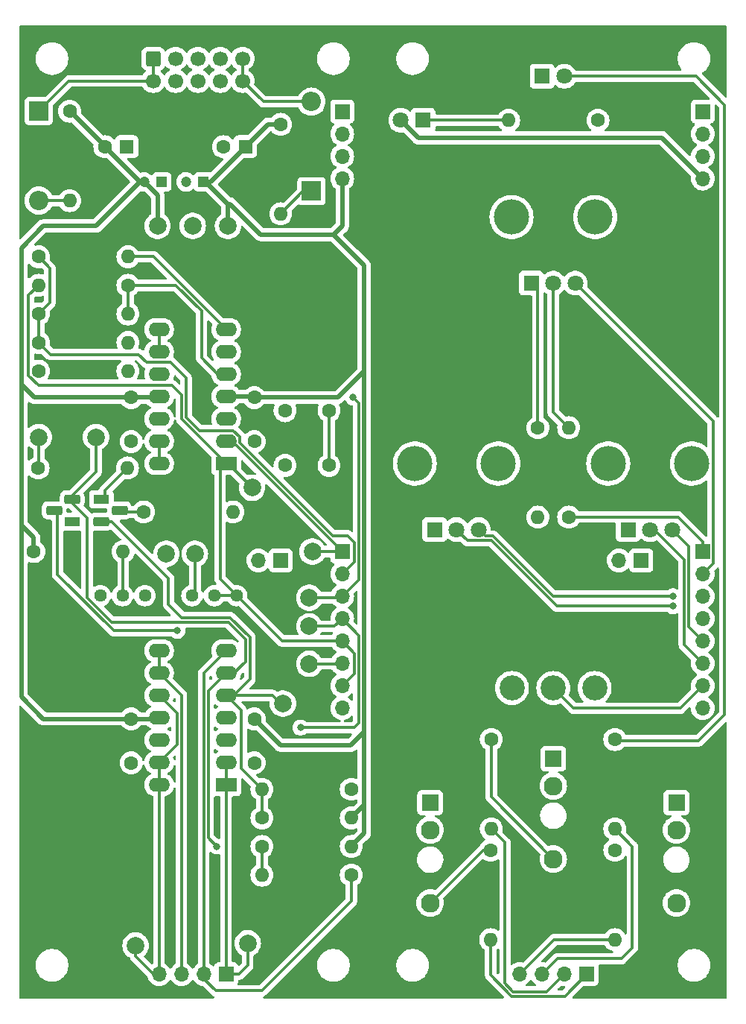
<source format=gtl>
G04 #@! TF.GenerationSoftware,KiCad,Pcbnew,8.0.2-1*
G04 #@! TF.CreationDate,2024-06-17T09:13:27+02:00*
G04 #@! TF.ProjectId,XOF,584f462e-6b69-4636-9164-5f7063625858,rev?*
G04 #@! TF.SameCoordinates,Original*
G04 #@! TF.FileFunction,Copper,L1,Top*
G04 #@! TF.FilePolarity,Positive*
%FSLAX46Y46*%
G04 Gerber Fmt 4.6, Leading zero omitted, Abs format (unit mm)*
G04 Created by KiCad (PCBNEW 8.0.2-1) date 2024-06-17 09:13:27*
%MOMM*%
%LPD*%
G01*
G04 APERTURE LIST*
G04 Aperture macros list*
%AMRoundRect*
0 Rectangle with rounded corners*
0 $1 Rounding radius*
0 $2 $3 $4 $5 $6 $7 $8 $9 X,Y pos of 4 corners*
0 Add a 4 corners polygon primitive as box body*
4,1,4,$2,$3,$4,$5,$6,$7,$8,$9,$2,$3,0*
0 Add four circle primitives for the rounded corners*
1,1,$1+$1,$2,$3*
1,1,$1+$1,$4,$5*
1,1,$1+$1,$6,$7*
1,1,$1+$1,$8,$9*
0 Add four rect primitives between the rounded corners*
20,1,$1+$1,$2,$3,$4,$5,0*
20,1,$1+$1,$4,$5,$6,$7,0*
20,1,$1+$1,$6,$7,$8,$9,0*
20,1,$1+$1,$8,$9,$2,$3,0*%
G04 Aperture macros list end*
G04 #@! TA.AperFunction,ComponentPad*
%ADD10C,1.600000*%
G04 #@! TD*
G04 #@! TA.AperFunction,ComponentPad*
%ADD11O,1.600000X1.600000*%
G04 #@! TD*
G04 #@! TA.AperFunction,ComponentPad*
%ADD12R,2.400000X1.600000*%
G04 #@! TD*
G04 #@! TA.AperFunction,ComponentPad*
%ADD13O,2.400000X1.600000*%
G04 #@! TD*
G04 #@! TA.AperFunction,ComponentPad*
%ADD14R,1.930000X1.830000*%
G04 #@! TD*
G04 #@! TA.AperFunction,ComponentPad*
%ADD15C,2.130000*%
G04 #@! TD*
G04 #@! TA.AperFunction,ComponentPad*
%ADD16O,4.000000X4.000000*%
G04 #@! TD*
G04 #@! TA.AperFunction,ComponentPad*
%ADD17R,1.800000X1.800000*%
G04 #@! TD*
G04 #@! TA.AperFunction,ComponentPad*
%ADD18C,1.800000*%
G04 #@! TD*
G04 #@! TA.AperFunction,ComponentPad*
%ADD19R,2.200000X2.200000*%
G04 #@! TD*
G04 #@! TA.AperFunction,ComponentPad*
%ADD20O,2.200000X2.200000*%
G04 #@! TD*
G04 #@! TA.AperFunction,ComponentPad*
%ADD21R,1.700000X1.700000*%
G04 #@! TD*
G04 #@! TA.AperFunction,ComponentPad*
%ADD22O,1.700000X1.700000*%
G04 #@! TD*
G04 #@! TA.AperFunction,ComponentPad*
%ADD23R,1.800000X1.100000*%
G04 #@! TD*
G04 #@! TA.AperFunction,ComponentPad*
%ADD24RoundRect,0.275000X0.625000X-0.275000X0.625000X0.275000X-0.625000X0.275000X-0.625000X-0.275000X0*%
G04 #@! TD*
G04 #@! TA.AperFunction,ComponentPad*
%ADD25RoundRect,0.275000X-0.625000X0.275000X-0.625000X-0.275000X0.625000X-0.275000X0.625000X0.275000X0*%
G04 #@! TD*
G04 #@! TA.AperFunction,ComponentPad*
%ADD26C,2.850000*%
G04 #@! TD*
G04 #@! TA.AperFunction,ComponentPad*
%ADD27C,2.000000*%
G04 #@! TD*
G04 #@! TA.AperFunction,ComponentPad*
%ADD28C,1.440000*%
G04 #@! TD*
G04 #@! TA.AperFunction,ComponentPad*
%ADD29R,1.200000X1.200000*%
G04 #@! TD*
G04 #@! TA.AperFunction,ComponentPad*
%ADD30C,1.200000*%
G04 #@! TD*
G04 #@! TA.AperFunction,ComponentPad*
%ADD31R,1.600000X1.600000*%
G04 #@! TD*
G04 #@! TA.AperFunction,ComponentPad*
%ADD32RoundRect,0.250000X-0.600000X0.600000X-0.600000X-0.600000X0.600000X-0.600000X0.600000X0.600000X0*%
G04 #@! TD*
G04 #@! TA.AperFunction,ComponentPad*
%ADD33C,1.700000*%
G04 #@! TD*
G04 #@! TA.AperFunction,ViaPad*
%ADD34C,0.800000*%
G04 #@! TD*
G04 #@! TA.AperFunction,Conductor*
%ADD35C,0.500000*%
G04 #@! TD*
G04 #@! TA.AperFunction,Conductor*
%ADD36C,0.300000*%
G04 #@! TD*
G04 APERTURE END LIST*
D10*
X77870000Y-140250000D03*
D11*
X88030000Y-140250000D03*
D12*
X73800000Y-100000000D03*
D13*
X73800000Y-97460000D03*
X73800000Y-94920000D03*
X73800000Y-92380000D03*
X73800000Y-89840000D03*
X73800000Y-87300000D03*
X73800000Y-84760000D03*
X66180000Y-84760000D03*
X66180000Y-87300000D03*
X66180000Y-89840000D03*
X66180000Y-92380000D03*
X66180000Y-94920000D03*
X66180000Y-97460000D03*
X66180000Y-100000000D03*
D10*
X109250000Y-95920000D03*
D11*
X109250000Y-106080000D03*
D14*
X125000000Y-138520000D03*
D15*
X125000000Y-149920000D03*
X125000000Y-141620000D03*
D10*
X52470000Y-86250000D03*
D11*
X62630000Y-86250000D03*
D16*
X95250000Y-100000000D03*
X104750000Y-100000000D03*
D17*
X97500000Y-107500000D03*
D18*
X100000000Y-107500000D03*
X102500000Y-107500000D03*
D10*
X52470000Y-83000000D03*
D11*
X62630000Y-83000000D03*
D10*
X112750000Y-106080000D03*
D11*
X112750000Y-95920000D03*
D10*
X118000000Y-143920000D03*
D11*
X118000000Y-154080000D03*
D10*
X63000000Y-134000000D03*
X63000000Y-129000000D03*
D17*
X109730000Y-56000000D03*
D18*
X112270000Y-56000000D03*
D17*
X96200000Y-61000000D03*
D18*
X93660000Y-61000000D03*
D10*
X103870000Y-143920000D03*
D11*
X103870000Y-154080000D03*
D10*
X77000000Y-92500000D03*
X77000000Y-97500000D03*
X52420000Y-100500000D03*
D11*
X62580000Y-100500000D03*
D10*
X77000000Y-129000000D03*
X77000000Y-134000000D03*
D16*
X117250000Y-100000000D03*
X126750000Y-100000000D03*
D17*
X119500000Y-107500000D03*
D18*
X122000000Y-107500000D03*
X124500000Y-107500000D03*
D19*
X52500000Y-59950000D03*
D20*
X52500000Y-70110000D03*
D21*
X80000000Y-111000000D03*
D22*
X77460000Y-111000000D03*
D10*
X118000000Y-131340000D03*
D11*
X118000000Y-141500000D03*
D14*
X97000000Y-138520000D03*
D15*
X97000000Y-149920000D03*
X97000000Y-141620000D03*
D10*
X80000000Y-61470000D03*
D11*
X80000000Y-71630000D03*
D23*
X56290000Y-106600000D03*
D24*
X54220000Y-105330000D03*
X56290000Y-104060000D03*
D10*
X62630000Y-79750000D03*
D11*
X52470000Y-79750000D03*
D10*
X77870000Y-143500000D03*
D11*
X88030000Y-143500000D03*
D10*
X116080000Y-61000000D03*
D11*
X105920000Y-61000000D03*
D10*
X63000000Y-97500000D03*
X63000000Y-92500000D03*
X88030000Y-146750000D03*
D11*
X77870000Y-146750000D03*
D19*
X83500000Y-69050000D03*
D20*
X83500000Y-58890000D03*
D23*
X59600000Y-104060000D03*
D25*
X61670000Y-105330000D03*
X59600000Y-106600000D03*
D10*
X56000000Y-59970000D03*
D11*
X56000000Y-70130000D03*
D12*
X73800000Y-136500000D03*
D13*
X73800000Y-133960000D03*
X73800000Y-131420000D03*
X73800000Y-128880000D03*
X73800000Y-126340000D03*
X73800000Y-123800000D03*
X73800000Y-121260000D03*
X66180000Y-121260000D03*
X66180000Y-123800000D03*
X66180000Y-126340000D03*
X66180000Y-128880000D03*
X66180000Y-131420000D03*
X66180000Y-133960000D03*
X66180000Y-136500000D03*
D10*
X52470000Y-89500000D03*
D11*
X62630000Y-89500000D03*
D21*
X87000000Y-110000000D03*
D22*
X87000000Y-112540000D03*
X87000000Y-115080000D03*
X87000000Y-117620000D03*
X87000000Y-120160000D03*
X87000000Y-122700000D03*
X87000000Y-125240000D03*
X87000000Y-127780000D03*
D26*
X106300000Y-125500000D03*
X111000000Y-125500000D03*
X115700000Y-125500000D03*
D10*
X103950000Y-131340000D03*
D11*
X103950000Y-141500000D03*
D14*
X111000000Y-133520000D03*
D15*
X111000000Y-144920000D03*
X111000000Y-136620000D03*
D16*
X106250000Y-72000000D03*
X115750000Y-72000000D03*
D17*
X108500000Y-79500000D03*
D18*
X111000000Y-79500000D03*
X113500000Y-79500000D03*
D21*
X73800000Y-158000000D03*
D22*
X71260000Y-158000000D03*
X68720000Y-158000000D03*
X66180000Y-158000000D03*
D10*
X64420000Y-105500000D03*
D11*
X74580000Y-105500000D03*
D21*
X87000000Y-60000000D03*
D22*
X87000000Y-62540000D03*
X87000000Y-65080000D03*
X87000000Y-67620000D03*
D10*
X51920000Y-110000000D03*
D11*
X62080000Y-110000000D03*
D10*
X88030000Y-137000000D03*
D11*
X77870000Y-137000000D03*
D10*
X52470000Y-76500000D03*
D11*
X62630000Y-76500000D03*
D27*
X83250000Y-115250000D03*
D10*
X85500000Y-100200000D03*
X80500000Y-100200000D03*
D27*
X76250000Y-154500000D03*
X80250000Y-127250000D03*
D28*
X64550000Y-115000000D03*
X62010000Y-115000000D03*
X59470000Y-115000000D03*
D27*
X70250000Y-110250000D03*
D29*
X71222600Y-68000000D03*
D30*
X69222600Y-68000000D03*
D27*
X66000000Y-73000000D03*
X83600000Y-110000000D03*
X52500000Y-97000000D03*
X74000000Y-73000000D03*
D31*
X76000000Y-64000000D03*
D10*
X73500000Y-64000000D03*
D27*
X59000000Y-97000000D03*
D28*
X75000000Y-115000000D03*
X72460000Y-115000000D03*
X69920000Y-115000000D03*
D21*
X128000000Y-60000000D03*
D22*
X128000000Y-62540000D03*
X128000000Y-65080000D03*
X128000000Y-67620000D03*
D27*
X83250000Y-118500000D03*
X76750000Y-102750000D03*
X70000000Y-73000000D03*
D32*
X65500000Y-54000000D03*
D33*
X65500000Y-56540000D03*
X68040000Y-54000000D03*
X68040000Y-56540000D03*
X70580000Y-54000000D03*
X70580000Y-56540000D03*
X73120000Y-54000000D03*
X73120000Y-56540000D03*
X75660000Y-54000000D03*
X75660000Y-56540000D03*
D21*
X121000000Y-111000000D03*
D22*
X118460000Y-111000000D03*
D10*
X85500000Y-94000000D03*
X80500000Y-94000000D03*
D31*
X62500000Y-64000000D03*
D10*
X60000000Y-64000000D03*
D27*
X63500000Y-154750000D03*
D29*
X66472600Y-68000000D03*
D30*
X64472600Y-68000000D03*
D21*
X128000000Y-110000000D03*
D22*
X128000000Y-112540000D03*
X128000000Y-115080000D03*
X128000000Y-117620000D03*
X128000000Y-120160000D03*
X128000000Y-122700000D03*
X128000000Y-125240000D03*
X128000000Y-127780000D03*
D21*
X114800000Y-158000000D03*
D22*
X112260000Y-158000000D03*
X109720000Y-158000000D03*
X107180000Y-158000000D03*
D27*
X67000000Y-110250000D03*
X83250000Y-122750000D03*
D34*
X68250000Y-119000000D03*
X124600000Y-115080000D03*
X124600000Y-116200000D03*
X82250000Y-130000000D03*
X88250000Y-92500000D03*
X72750000Y-143500000D03*
D35*
X95660000Y-63000000D02*
X93660000Y-61000000D01*
X89500000Y-142000000D02*
X89500000Y-138780000D01*
X89500000Y-77500000D02*
X89500000Y-130500000D01*
X77000000Y-92500000D02*
X86500000Y-92500000D01*
X71472600Y-68000000D02*
X74000000Y-70527400D01*
X74000000Y-73000000D02*
X74000000Y-70527400D01*
X87000000Y-67620000D02*
X87000000Y-73000000D01*
X86000000Y-74000000D02*
X89500000Y-77500000D01*
X86500000Y-92500000D02*
X89500000Y-89500000D01*
X88030000Y-143470000D02*
X89500000Y-142000000D01*
X80000000Y-132000000D02*
X77000000Y-129000000D01*
X77750000Y-74000000D02*
X86000000Y-74000000D01*
X128000000Y-67620000D02*
X123380000Y-63000000D01*
X89500000Y-130500000D02*
X89500000Y-138780000D01*
X71222600Y-68000000D02*
X71472600Y-68000000D01*
X74277400Y-70527400D02*
X77750000Y-74000000D01*
X89500000Y-130500000D02*
X88000000Y-132000000D01*
X71222600Y-68000000D02*
X72000000Y-68000000D01*
X123380000Y-63000000D02*
X95660000Y-63000000D01*
X73800000Y-92380000D02*
X76880000Y-92380000D01*
X80000000Y-61470000D02*
X78530000Y-61470000D01*
X78530000Y-61470000D02*
X76000000Y-64000000D01*
X88030000Y-143500000D02*
X88030000Y-143470000D01*
X89500000Y-138780000D02*
X88030000Y-140250000D01*
X76880000Y-92380000D02*
X77000000Y-92500000D01*
X72000000Y-68000000D02*
X76000000Y-64000000D01*
X87000000Y-73000000D02*
X86000000Y-74000000D01*
X74000000Y-70527400D02*
X74277400Y-70527400D01*
X88000000Y-132000000D02*
X80000000Y-132000000D01*
X50500000Y-126500000D02*
X53000000Y-129000000D01*
X53000000Y-129000000D02*
X63000000Y-129000000D01*
X50500000Y-107000000D02*
X50500000Y-126500000D01*
X52000000Y-92500000D02*
X50500000Y-91000000D01*
X53000000Y-73000000D02*
X50500000Y-75500000D01*
X51920000Y-110000000D02*
X51920000Y-108420000D01*
X50500000Y-75500000D02*
X50500000Y-91000000D01*
X60000000Y-63970000D02*
X60000000Y-64000000D01*
X66000000Y-69527400D02*
X64472600Y-68000000D01*
X66060000Y-129000000D02*
X66180000Y-128880000D01*
X64000000Y-68000000D02*
X64472600Y-68000000D01*
X56000000Y-59970000D02*
X60000000Y-63970000D01*
X66000000Y-73000000D02*
X66000000Y-69527400D01*
X64000000Y-68000000D02*
X59000000Y-73000000D01*
X63000000Y-92500000D02*
X66060000Y-92500000D01*
X63000000Y-129000000D02*
X66060000Y-129000000D01*
X51920000Y-108420000D02*
X50500000Y-107000000D01*
X59000000Y-73000000D02*
X53000000Y-73000000D01*
X63000000Y-92500000D02*
X52000000Y-92500000D01*
X66060000Y-92500000D02*
X66180000Y-92380000D01*
X60000000Y-64000000D02*
X64000000Y-68000000D01*
X50500000Y-91000000D02*
X50500000Y-107000000D01*
D36*
X55910000Y-56540000D02*
X65500000Y-56540000D01*
X65500000Y-56540000D02*
X65500000Y-54000000D01*
X52500000Y-59950000D02*
X55910000Y-56540000D01*
X61042893Y-119000000D02*
X68250000Y-119000000D01*
X70250000Y-114670000D02*
X69920000Y-115000000D01*
X70250000Y-110250000D02*
X70250000Y-114670000D01*
X54620000Y-105330000D02*
X54620000Y-112577107D01*
X54620000Y-112577107D02*
X61042893Y-119000000D01*
X52520000Y-70130000D02*
X52500000Y-70110000D01*
X56000000Y-70130000D02*
X52520000Y-70130000D01*
X130500000Y-59250000D02*
X130500000Y-128500000D01*
X127250000Y-56000000D02*
X130500000Y-59250000D01*
X130500000Y-128500000D02*
X127500000Y-131500000D01*
X118160000Y-131500000D02*
X118000000Y-131340000D01*
X112270000Y-56000000D02*
X127250000Y-56000000D01*
X127500000Y-131500000D02*
X118160000Y-131500000D01*
X61270000Y-105330000D02*
X61440000Y-105500000D01*
X61440000Y-105500000D02*
X64420000Y-105500000D01*
X105920000Y-61000000D02*
X96200000Y-61000000D01*
X82580000Y-69050000D02*
X80000000Y-71630000D01*
X83500000Y-69050000D02*
X82580000Y-69050000D01*
X75660000Y-54000000D02*
X75660000Y-56540000D01*
X78010000Y-58890000D02*
X75660000Y-56540000D01*
X83500000Y-58890000D02*
X78010000Y-58890000D01*
X109250000Y-80250000D02*
X108500000Y-79500000D01*
X109250000Y-95920000D02*
X109250000Y-80250000D01*
X111000000Y-94170000D02*
X112750000Y-95920000D01*
X111000000Y-79500000D02*
X111000000Y-94170000D01*
X125230000Y-106080000D02*
X128000000Y-108850000D01*
X128000000Y-108850000D02*
X128000000Y-110000000D01*
X112750000Y-106080000D02*
X125230000Y-106080000D01*
X129200000Y-111340000D02*
X129200000Y-95200000D01*
X129200000Y-95200000D02*
X113500000Y-79500000D01*
X128000000Y-112540000D02*
X129200000Y-111340000D01*
X104450000Y-108542894D02*
X104450000Y-108542893D01*
X124600000Y-115080000D02*
X110987106Y-115080000D01*
X104157107Y-108250000D02*
X103250000Y-108250000D01*
X103250000Y-108250000D02*
X102500000Y-107500000D01*
X104450000Y-108542893D02*
X104157107Y-108250000D01*
X110987106Y-115080000D02*
X104450000Y-108542894D01*
X111400000Y-116200000D02*
X103950000Y-108750000D01*
X103950000Y-108750000D02*
X101250000Y-108750000D01*
X124600000Y-116200000D02*
X111400000Y-116200000D01*
X101250000Y-108750000D02*
X100000000Y-107500000D01*
X122500000Y-107500000D02*
X122000000Y-107500000D01*
X128000000Y-122700000D02*
X125900000Y-120600000D01*
X125900000Y-110900000D02*
X122500000Y-107500000D01*
X125900000Y-120600000D02*
X125900000Y-110900000D01*
X126400000Y-118560000D02*
X126400000Y-109400000D01*
X128000000Y-120160000D02*
X126400000Y-118560000D01*
X126400000Y-109400000D02*
X124500000Y-107500000D01*
X68220000Y-131920000D02*
X66180000Y-133960000D01*
X66180000Y-136500000D02*
X66180000Y-158000000D01*
X66180000Y-126340000D02*
X68220000Y-128380000D01*
X68220000Y-128380000D02*
X68220000Y-131920000D01*
X66180000Y-133960000D02*
X66180000Y-136500000D01*
X63500000Y-154750000D02*
X63500000Y-156000000D01*
X65500000Y-158000000D02*
X66180000Y-158000000D01*
X63500000Y-156000000D02*
X65500000Y-158000000D01*
X83250000Y-110000000D02*
X87000000Y-110000000D01*
X87000000Y-110000000D02*
X74460000Y-97460000D01*
X74460000Y-97460000D02*
X73800000Y-97460000D01*
X85500000Y-94000000D02*
X85500000Y-100200000D01*
X86120000Y-118500000D02*
X87000000Y-117620000D01*
X88900000Y-119520000D02*
X87000000Y-117620000D01*
X88400000Y-130000000D02*
X88900000Y-129500000D01*
X83250000Y-118500000D02*
X86120000Y-118500000D01*
X82250000Y-130000000D02*
X88400000Y-130000000D01*
X88900000Y-129500000D02*
X88900000Y-119520000D01*
X73800000Y-136500000D02*
X73800000Y-133960000D01*
X73800000Y-158000000D02*
X73800000Y-136500000D01*
X73800000Y-158000000D02*
X75250000Y-158000000D01*
X75250000Y-158000000D02*
X76250000Y-157000000D01*
X76250000Y-157000000D02*
X76250000Y-154500000D01*
X86950000Y-122750000D02*
X87000000Y-122700000D01*
X83250000Y-122750000D02*
X86950000Y-122750000D01*
X62630000Y-76500000D02*
X65540000Y-76500000D01*
X83250000Y-115250000D02*
X86830000Y-115250000D01*
X86830000Y-115250000D02*
X87000000Y-115080000D01*
X88900000Y-93150000D02*
X88250000Y-92500000D01*
X88900000Y-113180000D02*
X88900000Y-93150000D01*
X87000000Y-115080000D02*
X88900000Y-113180000D01*
X65540000Y-76500000D02*
X73800000Y-84760000D01*
X67500000Y-88500000D02*
X64750000Y-88500000D01*
X53750000Y-81720000D02*
X53750000Y-77780000D01*
X87000000Y-112540000D02*
X88400000Y-111140000D01*
X69250000Y-94742894D02*
X69250000Y-90250000D01*
X64750000Y-88500000D02*
X63850000Y-87600000D01*
X70757106Y-96250000D02*
X69250000Y-94742894D01*
X74616346Y-96250000D02*
X70757106Y-96250000D01*
X88400000Y-109000000D02*
X87600000Y-108200000D01*
X52470000Y-83000000D02*
X53750000Y-81720000D01*
X53750000Y-77780000D02*
X52470000Y-76500000D01*
X75350000Y-97642894D02*
X75350000Y-96983654D01*
X85907106Y-108200000D02*
X75350000Y-97642894D01*
X52470000Y-83000000D02*
X52470000Y-86250000D01*
X88400000Y-111140000D02*
X88400000Y-109000000D01*
X69250000Y-90250000D02*
X67500000Y-88500000D01*
X87600000Y-108200000D02*
X85907106Y-108200000D01*
X75350000Y-96983654D02*
X74616346Y-96250000D01*
X63850000Y-87600000D02*
X53820000Y-87600000D01*
X53820000Y-87600000D02*
X52470000Y-86250000D01*
X88400000Y-123840000D02*
X88400000Y-121560000D01*
X51320000Y-89976346D02*
X52443654Y-91100000D01*
X73100000Y-100700000D02*
X73800000Y-100000000D01*
X74000000Y-100000000D02*
X73800000Y-100000000D01*
X73100000Y-113100000D02*
X73100000Y-100700000D01*
X68750000Y-92250000D02*
X68750000Y-94950000D01*
X88400000Y-121560000D02*
X87000000Y-120160000D01*
X67600000Y-91100000D02*
X68750000Y-92250000D01*
X52443654Y-91100000D02*
X67600000Y-91100000D01*
X75000000Y-115000000D02*
X73100000Y-113100000D01*
X75000000Y-115000000D02*
X80160000Y-120160000D01*
X52470000Y-79750000D02*
X51320000Y-80900000D01*
X80160000Y-120160000D02*
X87000000Y-120160000D01*
X76750000Y-102750000D02*
X74000000Y-100000000D01*
X87000000Y-125240000D02*
X88400000Y-123840000D01*
X51320000Y-80900000D02*
X51320000Y-89976346D01*
X68750000Y-94950000D02*
X73800000Y-100000000D01*
X72460000Y-115000000D02*
X75000000Y-115000000D01*
X88030000Y-146750000D02*
X88030000Y-149720000D01*
X71260000Y-158000000D02*
X71260000Y-123800000D01*
X71260000Y-123800000D02*
X73800000Y-121260000D01*
X88030000Y-149720000D02*
X77850000Y-159900000D01*
X71260000Y-158560000D02*
X71260000Y-158000000D01*
X72600000Y-159900000D02*
X71260000Y-158560000D01*
X77850000Y-159900000D02*
X72600000Y-159900000D01*
X66180000Y-121260000D02*
X66180000Y-123800000D01*
X68720000Y-158000000D02*
X68720000Y-126340000D01*
X68720000Y-126340000D02*
X66180000Y-123800000D01*
X52500000Y-100420000D02*
X52420000Y-100500000D01*
X52500000Y-97000000D02*
X52500000Y-100420000D01*
X59000000Y-97000000D02*
X59000000Y-100950000D01*
X77870000Y-146750000D02*
X77870000Y-143500000D01*
X71760000Y-142510000D02*
X72750000Y-143500000D01*
X71760000Y-125840000D02*
X71760000Y-142510000D01*
X59000000Y-100950000D02*
X55890000Y-104060000D01*
X76000000Y-119957106D02*
X74042894Y-118000000D01*
X74700000Y-123800000D02*
X76000000Y-122500000D01*
X74042894Y-118000000D02*
X60750000Y-118000000D01*
X76000000Y-122500000D02*
X76000000Y-119957106D01*
X73800000Y-123800000D02*
X71760000Y-125840000D01*
X60750000Y-118000000D02*
X58000000Y-115250000D01*
X73800000Y-123800000D02*
X74700000Y-123800000D01*
X58000000Y-115250000D02*
X58000000Y-106170000D01*
X58000000Y-106170000D02*
X55890000Y-104060000D01*
X60000000Y-103080000D02*
X60000000Y-104060000D01*
X62580000Y-100500000D02*
X60000000Y-103080000D01*
X67250000Y-113050000D02*
X67250000Y-116000000D01*
X79090000Y-126340000D02*
X73800000Y-126340000D01*
X76500000Y-124500000D02*
X74660000Y-126340000D01*
X77870000Y-140250000D02*
X77870000Y-137000000D01*
X60000000Y-106600000D02*
X60800000Y-106600000D01*
X73800000Y-126340000D02*
X75500000Y-128040000D01*
X68750000Y-117500000D02*
X74250000Y-117500000D01*
X74250000Y-117500000D02*
X76500000Y-119750000D01*
X80000000Y-127250000D02*
X79090000Y-126340000D01*
X75500000Y-134630000D02*
X77870000Y-137000000D01*
X80250000Y-127250000D02*
X80000000Y-127250000D01*
X74660000Y-126340000D02*
X73800000Y-126340000D01*
X76500000Y-119750000D02*
X76500000Y-124500000D01*
X60800000Y-106600000D02*
X67250000Y-113050000D01*
X67250000Y-116000000D02*
X68750000Y-117500000D01*
X75500000Y-128040000D02*
X75500000Y-134630000D01*
X71000000Y-82667106D02*
X68082894Y-79750000D01*
X68082894Y-79750000D02*
X62630000Y-79750000D01*
X72840000Y-89840000D02*
X71000000Y-88000000D01*
X73800000Y-89840000D02*
X72840000Y-89840000D01*
X62630000Y-79750000D02*
X62630000Y-83000000D01*
X71000000Y-88000000D02*
X71000000Y-82667106D01*
X62080000Y-114930000D02*
X62010000Y-115000000D01*
X62080000Y-110000000D02*
X62080000Y-114930000D01*
X111000000Y-125500000D02*
X113300000Y-127800000D01*
X125440000Y-127800000D02*
X128000000Y-125240000D01*
X113300000Y-127800000D02*
X125440000Y-127800000D01*
X103000000Y-143920000D02*
X103870000Y-143920000D01*
X97000000Y-149920000D02*
X103000000Y-143920000D01*
X103950000Y-137870000D02*
X111000000Y-144920000D01*
X103950000Y-131340000D02*
X103950000Y-137870000D01*
X66180000Y-84760000D02*
X66180000Y-87300000D01*
X66180000Y-97460000D02*
X66180000Y-100000000D01*
X118000000Y-154080000D02*
X111100000Y-154080000D01*
X111100000Y-154080000D02*
X107180000Y-158000000D01*
X103870000Y-158120000D02*
X103870000Y-154080000D01*
X114800000Y-158000000D02*
X112300000Y-160500000D01*
X112300000Y-160500000D02*
X106250000Y-160500000D01*
X106250000Y-160500000D02*
X103870000Y-158120000D01*
X120000000Y-143500000D02*
X120000000Y-155000000D01*
X120000000Y-155000000D02*
X118750000Y-156250000D01*
X118000000Y-141500000D02*
X120000000Y-143500000D01*
X118750000Y-156250000D02*
X111470000Y-156250000D01*
X111470000Y-156250000D02*
X109720000Y-158000000D01*
X105500000Y-159042894D02*
X106457106Y-160000000D01*
X110260000Y-160000000D02*
X112260000Y-158000000D01*
X106457106Y-160000000D02*
X110260000Y-160000000D01*
X105500000Y-143050000D02*
X105500000Y-159042894D01*
X103950000Y-141500000D02*
X105500000Y-143050000D01*
G04 #@! TA.AperFunction,NonConductor*
G36*
X104790356Y-61670185D02*
G01*
X104824892Y-61703377D01*
X104919954Y-61839141D01*
X105080858Y-62000045D01*
X105114962Y-62023925D01*
X105158587Y-62078502D01*
X105165781Y-62148000D01*
X105134258Y-62210355D01*
X105074029Y-62245769D01*
X105043839Y-62249500D01*
X97682418Y-62249500D01*
X97615379Y-62229815D01*
X97569624Y-62177011D01*
X97559680Y-62107853D01*
X97566236Y-62082167D01*
X97584231Y-62033918D01*
X97594091Y-62007483D01*
X97600500Y-61947873D01*
X97600500Y-61774500D01*
X97620185Y-61707461D01*
X97672989Y-61661706D01*
X97724500Y-61650500D01*
X104723317Y-61650500D01*
X104790356Y-61670185D01*
G37*
G04 #@! TD.AperFunction*
G04 #@! TA.AperFunction,NonConductor*
G36*
X51455703Y-77324579D02*
G01*
X51469497Y-77338595D01*
X51469960Y-77339147D01*
X51630858Y-77500045D01*
X51630861Y-77500047D01*
X51817266Y-77630568D01*
X52023504Y-77726739D01*
X52243308Y-77785635D01*
X52405230Y-77799801D01*
X52469998Y-77805468D01*
X52470000Y-77805468D01*
X52470002Y-77805468D01*
X52501421Y-77802719D01*
X52696692Y-77785635D01*
X52737162Y-77774791D01*
X52807012Y-77776452D01*
X52856938Y-77806884D01*
X53063181Y-78013127D01*
X53096666Y-78074450D01*
X53099500Y-78100808D01*
X53099500Y-78413956D01*
X53079815Y-78480995D01*
X53027011Y-78526750D01*
X52957853Y-78536694D01*
X52923098Y-78526339D01*
X52916503Y-78523263D01*
X52916488Y-78523258D01*
X52696697Y-78464366D01*
X52696693Y-78464365D01*
X52696692Y-78464365D01*
X52696691Y-78464364D01*
X52696686Y-78464364D01*
X52470002Y-78444532D01*
X52469998Y-78444532D01*
X52243313Y-78464364D01*
X52243302Y-78464366D01*
X52023511Y-78523258D01*
X52023502Y-78523261D01*
X51817267Y-78619431D01*
X51817265Y-78619432D01*
X51630858Y-78749954D01*
X51469958Y-78910854D01*
X51469489Y-78911414D01*
X51469220Y-78911592D01*
X51466124Y-78914689D01*
X51465501Y-78914066D01*
X51411317Y-78950115D01*
X51341456Y-78951223D01*
X51282086Y-78914386D01*
X51252057Y-78851298D01*
X51250500Y-78831707D01*
X51250500Y-77418292D01*
X51270185Y-77351253D01*
X51322989Y-77305498D01*
X51392147Y-77295554D01*
X51455703Y-77324579D01*
G37*
G04 #@! TD.AperFunction*
G04 #@! TA.AperFunction,NonConductor*
G36*
X53055952Y-80991685D02*
G01*
X53094195Y-81050160D01*
X53099500Y-81086043D01*
X53099500Y-81399191D01*
X53079815Y-81466230D01*
X53063181Y-81486872D01*
X52856937Y-81693115D01*
X52795614Y-81726600D01*
X52737163Y-81725209D01*
X52696697Y-81714366D01*
X52696693Y-81714365D01*
X52696692Y-81714365D01*
X52696691Y-81714364D01*
X52696686Y-81714364D01*
X52470002Y-81694532D01*
X52469998Y-81694532D01*
X52243313Y-81714364D01*
X52243302Y-81714366D01*
X52126593Y-81745638D01*
X52056743Y-81743975D01*
X51998881Y-81704812D01*
X51971377Y-81640583D01*
X51970500Y-81625863D01*
X51970500Y-81220808D01*
X51990185Y-81153769D01*
X52006814Y-81133131D01*
X52083062Y-81056882D01*
X52144383Y-81023399D01*
X52202834Y-81024789D01*
X52243308Y-81035635D01*
X52405230Y-81049801D01*
X52469998Y-81055468D01*
X52470000Y-81055468D01*
X52470002Y-81055468D01*
X52530671Y-81050160D01*
X52696692Y-81035635D01*
X52916496Y-80976739D01*
X52923093Y-80973662D01*
X52992167Y-80963168D01*
X53055952Y-80991685D01*
G37*
G04 #@! TD.AperFunction*
G04 #@! TA.AperFunction,NonConductor*
G36*
X71855703Y-83736095D02*
G01*
X71862181Y-83742127D01*
X72193876Y-84073822D01*
X72227361Y-84135145D01*
X72222377Y-84204837D01*
X72216681Y-84217796D01*
X72194782Y-84260776D01*
X72194781Y-84260778D01*
X72194780Y-84260781D01*
X72180815Y-84303759D01*
X72131522Y-84455465D01*
X72099500Y-84657648D01*
X72099500Y-84862351D01*
X72131522Y-85064534D01*
X72194781Y-85259223D01*
X72287715Y-85441613D01*
X72408028Y-85607213D01*
X72552786Y-85751971D01*
X72707749Y-85864556D01*
X72718390Y-85872287D01*
X72809840Y-85918883D01*
X72811080Y-85919515D01*
X72861876Y-85967490D01*
X72878671Y-86035311D01*
X72856134Y-86101446D01*
X72811080Y-86140485D01*
X72718386Y-86187715D01*
X72552786Y-86308028D01*
X72408028Y-86452786D01*
X72287715Y-86618386D01*
X72194781Y-86800776D01*
X72131522Y-86995465D01*
X72099500Y-87197648D01*
X72099500Y-87402351D01*
X72131522Y-87604534D01*
X72194781Y-87799223D01*
X72287712Y-87981609D01*
X72387584Y-88119072D01*
X72411063Y-88184879D01*
X72395237Y-88252933D01*
X72345131Y-88301627D01*
X72276653Y-88315502D01*
X72211544Y-88290152D01*
X72199584Y-88279638D01*
X71686819Y-87766873D01*
X71653334Y-87705550D01*
X71650500Y-87679192D01*
X71650500Y-83829808D01*
X71670185Y-83762769D01*
X71722989Y-83717014D01*
X71792147Y-83707070D01*
X71855703Y-83736095D01*
G37*
G04 #@! TD.AperFunction*
G04 #@! TA.AperFunction,NonConductor*
G36*
X63596231Y-88270185D02*
G01*
X63616873Y-88286819D01*
X64244724Y-88914669D01*
X64322836Y-88992781D01*
X64335332Y-89005277D01*
X64441866Y-89076461D01*
X64441879Y-89076468D01*
X64538890Y-89116651D01*
X64593294Y-89160492D01*
X64615359Y-89226786D01*
X64601924Y-89287505D01*
X64574782Y-89340776D01*
X64511522Y-89535465D01*
X64481236Y-89726686D01*
X64479500Y-89737648D01*
X64479500Y-89942352D01*
X64480157Y-89946497D01*
X64511523Y-90144535D01*
X64511523Y-90144538D01*
X64557872Y-90287182D01*
X64559867Y-90357023D01*
X64523787Y-90416856D01*
X64461086Y-90447684D01*
X64439941Y-90449500D01*
X63790972Y-90449500D01*
X63723933Y-90429815D01*
X63678178Y-90377011D01*
X63668234Y-90307853D01*
X63689397Y-90254377D01*
X63737323Y-90185931D01*
X63760568Y-90152734D01*
X63856739Y-89946496D01*
X63915635Y-89726692D01*
X63935468Y-89500000D01*
X63915635Y-89273308D01*
X63856739Y-89053504D01*
X63760568Y-88847266D01*
X63630047Y-88660861D01*
X63630045Y-88660858D01*
X63469141Y-88499954D01*
X63435038Y-88476075D01*
X63391413Y-88421498D01*
X63384219Y-88352000D01*
X63415742Y-88289645D01*
X63475971Y-88254231D01*
X63506161Y-88250500D01*
X63529192Y-88250500D01*
X63596231Y-88270185D01*
G37*
G04 #@! TD.AperFunction*
G04 #@! TA.AperFunction,NonConductor*
G36*
X52126582Y-87504358D02*
G01*
X52243308Y-87535635D01*
X52405230Y-87549801D01*
X52469998Y-87555468D01*
X52470000Y-87555468D01*
X52470002Y-87555468D01*
X52501421Y-87552719D01*
X52696692Y-87535635D01*
X52737162Y-87524791D01*
X52807012Y-87526452D01*
X52856938Y-87556884D01*
X53405324Y-88105271D01*
X53405327Y-88105274D01*
X53405330Y-88105276D01*
X53468103Y-88147219D01*
X53511873Y-88176465D01*
X53630256Y-88225501D01*
X53630260Y-88225501D01*
X53630261Y-88225502D01*
X53755928Y-88250500D01*
X53755931Y-88250500D01*
X61753839Y-88250500D01*
X61820878Y-88270185D01*
X61866633Y-88322989D01*
X61876577Y-88392147D01*
X61847552Y-88455703D01*
X61824962Y-88476075D01*
X61790858Y-88499954D01*
X61629954Y-88660858D01*
X61499432Y-88847265D01*
X61499431Y-88847267D01*
X61403261Y-89053502D01*
X61403258Y-89053511D01*
X61344366Y-89273302D01*
X61344364Y-89273313D01*
X61324532Y-89499998D01*
X61324532Y-89500001D01*
X61344364Y-89726686D01*
X61344366Y-89726697D01*
X61403258Y-89946488D01*
X61403261Y-89946497D01*
X61495607Y-90144531D01*
X61499432Y-90152734D01*
X61522674Y-90185928D01*
X61570603Y-90254377D01*
X61592930Y-90320583D01*
X61575920Y-90388350D01*
X61524972Y-90436163D01*
X61469028Y-90449500D01*
X53630972Y-90449500D01*
X53563933Y-90429815D01*
X53518178Y-90377011D01*
X53508234Y-90307853D01*
X53529397Y-90254377D01*
X53577323Y-90185931D01*
X53600568Y-90152734D01*
X53696739Y-89946496D01*
X53755635Y-89726692D01*
X53775468Y-89500000D01*
X53755635Y-89273308D01*
X53696739Y-89053504D01*
X53600568Y-88847266D01*
X53470047Y-88660861D01*
X53470045Y-88660858D01*
X53309141Y-88499954D01*
X53122734Y-88369432D01*
X53122732Y-88369431D01*
X52916497Y-88273261D01*
X52916488Y-88273258D01*
X52696697Y-88214366D01*
X52696693Y-88214365D01*
X52696692Y-88214365D01*
X52696691Y-88214364D01*
X52696686Y-88214364D01*
X52470002Y-88194532D01*
X52469998Y-88194532D01*
X52243313Y-88214364D01*
X52243302Y-88214366D01*
X52126593Y-88245638D01*
X52056743Y-88243975D01*
X51998881Y-88204812D01*
X51971377Y-88140583D01*
X51970500Y-88125863D01*
X51970500Y-87624136D01*
X51990185Y-87557097D01*
X52042989Y-87511342D01*
X52112147Y-87501398D01*
X52126582Y-87504358D01*
G37*
G04 #@! TD.AperFunction*
G04 #@! TA.AperFunction,NonConductor*
G36*
X68020935Y-89961147D02*
G01*
X68071986Y-89991932D01*
X68563181Y-90483127D01*
X68596666Y-90544450D01*
X68599500Y-90570808D01*
X68599500Y-90880191D01*
X68579815Y-90947230D01*
X68527011Y-90992985D01*
X68457853Y-91002929D01*
X68394297Y-90973904D01*
X68387819Y-90967872D01*
X68014673Y-90594726D01*
X67908126Y-90523534D01*
X67852613Y-90500540D01*
X67798210Y-90456698D01*
X67776146Y-90390404D01*
X67784502Y-90344108D01*
X67783714Y-90343852D01*
X67785219Y-90339221D01*
X67785220Y-90339219D01*
X67848477Y-90144534D01*
X67861832Y-90060214D01*
X67891761Y-89997080D01*
X67951073Y-89960149D01*
X68020935Y-89961147D01*
G37*
G04 #@! TD.AperFunction*
G04 #@! TA.AperFunction,NonConductor*
G36*
X68012130Y-92556739D02*
G01*
X68070363Y-92595349D01*
X68098477Y-92659312D01*
X68099500Y-92675205D01*
X68099500Y-94624794D01*
X68079815Y-94691833D01*
X68027011Y-94737588D01*
X67957853Y-94747532D01*
X67894297Y-94718507D01*
X67856523Y-94659729D01*
X67853027Y-94644192D01*
X67848477Y-94615465D01*
X67803852Y-94478125D01*
X67785220Y-94420781D01*
X67785218Y-94420778D01*
X67785218Y-94420776D01*
X67747099Y-94345965D01*
X67692287Y-94238390D01*
X67683784Y-94226686D01*
X67571971Y-94072786D01*
X67427213Y-93928028D01*
X67261614Y-93807715D01*
X67255006Y-93804348D01*
X67168917Y-93760483D01*
X67118123Y-93712511D01*
X67101328Y-93644690D01*
X67123865Y-93578555D01*
X67168917Y-93539516D01*
X67261610Y-93492287D01*
X67361868Y-93419446D01*
X67427213Y-93371971D01*
X67427215Y-93371968D01*
X67427219Y-93371966D01*
X67571966Y-93227219D01*
X67571968Y-93227215D01*
X67571971Y-93227213D01*
X67642236Y-93130500D01*
X67692287Y-93061610D01*
X67785220Y-92879219D01*
X67848477Y-92684534D01*
X67853027Y-92655807D01*
X67882956Y-92592673D01*
X67942267Y-92555741D01*
X68012130Y-92556739D01*
G37*
G04 #@! TD.AperFunction*
G04 #@! TA.AperFunction,NonConductor*
G36*
X51455703Y-98082227D02*
G01*
X51465725Y-98091953D01*
X51480256Y-98107738D01*
X51538067Y-98152734D01*
X51676488Y-98260472D01*
X51676492Y-98260475D01*
X51784517Y-98318934D01*
X51834108Y-98368153D01*
X51849500Y-98427989D01*
X51849500Y-99252088D01*
X51829815Y-99319127D01*
X51777909Y-99364468D01*
X51767271Y-99369428D01*
X51767268Y-99369430D01*
X51580858Y-99499954D01*
X51462181Y-99618632D01*
X51400858Y-99652117D01*
X51331166Y-99647133D01*
X51275233Y-99605261D01*
X51250816Y-99539797D01*
X51250500Y-99530951D01*
X51250500Y-98175940D01*
X51270185Y-98108901D01*
X51322989Y-98063146D01*
X51392147Y-98053202D01*
X51455703Y-98082227D01*
G37*
G04 #@! TD.AperFunction*
G04 #@! TA.AperFunction,NonConductor*
G36*
X75705702Y-99626094D02*
G01*
X75712180Y-99632126D01*
X77147031Y-101066977D01*
X77180516Y-101128300D01*
X77175532Y-101197992D01*
X77133660Y-101253925D01*
X77068196Y-101278342D01*
X77038941Y-101276967D01*
X76874335Y-101249500D01*
X76625665Y-101249500D01*
X76380382Y-101290429D01*
X76327029Y-101308744D01*
X76257231Y-101311892D01*
X76199089Y-101279143D01*
X75536818Y-100616872D01*
X75503333Y-100555549D01*
X75500499Y-100529191D01*
X75500499Y-99719807D01*
X75520184Y-99652768D01*
X75572988Y-99607013D01*
X75642146Y-99597069D01*
X75705702Y-99626094D01*
G37*
G04 #@! TD.AperFunction*
G04 #@! TA.AperFunction,NonConductor*
G36*
X56036231Y-105130185D02*
G01*
X56056873Y-105146819D01*
X56247873Y-105337819D01*
X56281358Y-105399142D01*
X56276374Y-105468834D01*
X56234502Y-105524767D01*
X56169038Y-105549184D01*
X56160192Y-105549500D01*
X55744500Y-105549500D01*
X55677461Y-105529815D01*
X55631706Y-105477011D01*
X55620500Y-105425500D01*
X55620500Y-105234500D01*
X55640185Y-105167461D01*
X55692989Y-105121706D01*
X55744500Y-105110500D01*
X55969192Y-105110500D01*
X56036231Y-105130185D01*
G37*
G04 #@! TD.AperFunction*
G04 #@! TA.AperFunction,NonConductor*
G36*
X87355483Y-92808397D02*
G01*
X87411417Y-92850268D01*
X87418960Y-92863008D01*
X87419572Y-92862656D01*
X87422820Y-92868282D01*
X87422821Y-92868284D01*
X87517467Y-93032216D01*
X87613570Y-93138949D01*
X87644129Y-93172888D01*
X87797265Y-93284148D01*
X87797270Y-93284151D01*
X87970192Y-93361142D01*
X87970197Y-93361144D01*
X88151281Y-93399634D01*
X88212763Y-93432826D01*
X88246539Y-93493989D01*
X88249500Y-93520924D01*
X88249500Y-107630191D01*
X88229815Y-107697230D01*
X88177011Y-107742985D01*
X88107853Y-107752929D01*
X88044297Y-107723904D01*
X88037819Y-107717872D01*
X88014673Y-107694726D01*
X88014669Y-107694723D01*
X87908127Y-107623535D01*
X87789744Y-107574499D01*
X87789738Y-107574497D01*
X87664071Y-107549500D01*
X87664069Y-107549500D01*
X86227914Y-107549500D01*
X86160875Y-107529815D01*
X86140233Y-107513181D01*
X80338189Y-101711137D01*
X80304704Y-101649814D01*
X80309688Y-101580122D01*
X80351560Y-101524189D01*
X80417024Y-101499772D01*
X80436678Y-101499928D01*
X80499999Y-101505468D01*
X80500000Y-101505468D01*
X80500002Y-101505468D01*
X80563322Y-101499928D01*
X80726692Y-101485635D01*
X80946496Y-101426739D01*
X81152734Y-101330568D01*
X81339139Y-101200047D01*
X81500047Y-101039139D01*
X81630568Y-100852734D01*
X81726739Y-100646496D01*
X81785635Y-100426692D01*
X81805468Y-100200000D01*
X81785635Y-99973308D01*
X81726739Y-99753504D01*
X81630568Y-99547266D01*
X81511289Y-99376916D01*
X81500045Y-99360858D01*
X81339141Y-99199954D01*
X81152734Y-99069432D01*
X81152732Y-99069431D01*
X80946497Y-98973261D01*
X80946488Y-98973258D01*
X80726697Y-98914366D01*
X80726693Y-98914365D01*
X80726692Y-98914365D01*
X80726691Y-98914364D01*
X80726686Y-98914364D01*
X80500002Y-98894532D01*
X80499998Y-98894532D01*
X80273313Y-98914364D01*
X80273302Y-98914366D01*
X80053511Y-98973258D01*
X80053502Y-98973261D01*
X79847267Y-99069431D01*
X79847265Y-99069432D01*
X79660858Y-99199954D01*
X79499954Y-99360858D01*
X79369432Y-99547265D01*
X79369431Y-99547267D01*
X79273261Y-99753502D01*
X79273258Y-99753511D01*
X79214366Y-99973302D01*
X79214364Y-99973313D01*
X79194532Y-100199998D01*
X79194532Y-100200003D01*
X79200071Y-100263323D01*
X79186304Y-100331823D01*
X79137688Y-100382005D01*
X79069659Y-100397938D01*
X79003816Y-100374562D01*
X78988862Y-100361810D01*
X77508493Y-98881441D01*
X77475008Y-98820118D01*
X77479992Y-98750426D01*
X77521864Y-98694493D01*
X77543754Y-98681386D01*
X77652734Y-98630568D01*
X77839139Y-98500047D01*
X78000047Y-98339139D01*
X78130568Y-98152734D01*
X78226739Y-97946496D01*
X78285635Y-97726692D01*
X78305468Y-97500000D01*
X78285635Y-97273308D01*
X78226739Y-97053504D01*
X78130568Y-96847266D01*
X78000047Y-96660861D01*
X78000045Y-96660858D01*
X77839141Y-96499954D01*
X77652734Y-96369432D01*
X77652732Y-96369431D01*
X77446497Y-96273261D01*
X77446488Y-96273258D01*
X77226697Y-96214366D01*
X77226693Y-96214365D01*
X77226692Y-96214365D01*
X77226691Y-96214364D01*
X77226686Y-96214364D01*
X77000002Y-96194532D01*
X76999998Y-96194532D01*
X76773313Y-96214364D01*
X76773302Y-96214366D01*
X76553511Y-96273258D01*
X76553502Y-96273261D01*
X76347267Y-96369431D01*
X76347265Y-96369432D01*
X76160858Y-96499954D01*
X76056866Y-96603947D01*
X75995543Y-96637432D01*
X75925851Y-96632448D01*
X75869918Y-96590576D01*
X75866083Y-96585157D01*
X75855276Y-96568984D01*
X75855273Y-96568980D01*
X75208590Y-95922298D01*
X75175105Y-95860975D01*
X75180089Y-95791284D01*
X75195953Y-95761732D01*
X75245672Y-95693299D01*
X75312287Y-95601610D01*
X75405220Y-95419219D01*
X75468477Y-95224534D01*
X75500500Y-95022352D01*
X75500500Y-94817648D01*
X75474380Y-94652734D01*
X75468477Y-94615465D01*
X75423852Y-94478125D01*
X75405220Y-94420781D01*
X75405218Y-94420778D01*
X75405218Y-94420776D01*
X75367099Y-94345965D01*
X75312287Y-94238390D01*
X75303784Y-94226686D01*
X75191971Y-94072786D01*
X75047213Y-93928028D01*
X74881614Y-93807715D01*
X74875006Y-93804348D01*
X74788917Y-93760483D01*
X74738123Y-93712511D01*
X74721328Y-93644690D01*
X74743865Y-93578555D01*
X74788917Y-93539516D01*
X74881610Y-93492287D01*
X74981868Y-93419446D01*
X75047213Y-93371971D01*
X75047215Y-93371968D01*
X75047219Y-93371966D01*
X75191966Y-93227219D01*
X75196008Y-93221656D01*
X75225100Y-93181615D01*
X75280429Y-93138949D01*
X75325418Y-93130500D01*
X75789314Y-93130500D01*
X75856353Y-93150185D01*
X75890886Y-93183374D01*
X75937888Y-93250500D01*
X75999954Y-93339141D01*
X76160858Y-93500045D01*
X76160861Y-93500047D01*
X76347266Y-93630568D01*
X76553504Y-93726739D01*
X76773308Y-93785635D01*
X76935230Y-93799801D01*
X76999998Y-93805468D01*
X77000000Y-93805468D01*
X77000002Y-93805468D01*
X77056673Y-93800509D01*
X77226692Y-93785635D01*
X77446496Y-93726739D01*
X77652734Y-93630568D01*
X77839139Y-93500047D01*
X78000047Y-93339139D01*
X78025088Y-93303377D01*
X78079665Y-93259752D01*
X78126663Y-93250500D01*
X79219913Y-93250500D01*
X79286952Y-93270185D01*
X79332707Y-93322989D01*
X79342651Y-93392147D01*
X79332295Y-93426904D01*
X79273263Y-93553497D01*
X79273258Y-93553511D01*
X79214366Y-93773302D01*
X79214364Y-93773313D01*
X79194532Y-93999998D01*
X79194532Y-94000001D01*
X79214364Y-94226686D01*
X79214366Y-94226697D01*
X79273258Y-94446488D01*
X79273261Y-94446497D01*
X79369431Y-94652732D01*
X79369432Y-94652734D01*
X79499954Y-94839141D01*
X79660858Y-95000045D01*
X79660861Y-95000047D01*
X79847266Y-95130568D01*
X80053504Y-95226739D01*
X80273308Y-95285635D01*
X80435230Y-95299801D01*
X80499998Y-95305468D01*
X80500000Y-95305468D01*
X80500002Y-95305468D01*
X80556673Y-95300509D01*
X80726692Y-95285635D01*
X80946496Y-95226739D01*
X81152734Y-95130568D01*
X81339139Y-95000047D01*
X81500047Y-94839139D01*
X81630568Y-94652734D01*
X81726739Y-94446496D01*
X81785635Y-94226692D01*
X81805468Y-94000000D01*
X81785635Y-93773308D01*
X81740916Y-93606415D01*
X81726741Y-93553511D01*
X81726736Y-93553497D01*
X81667705Y-93426904D01*
X81657213Y-93357827D01*
X81685733Y-93294043D01*
X81744210Y-93255804D01*
X81780087Y-93250500D01*
X84219913Y-93250500D01*
X84286952Y-93270185D01*
X84332707Y-93322989D01*
X84342651Y-93392147D01*
X84332295Y-93426904D01*
X84273263Y-93553497D01*
X84273258Y-93553511D01*
X84214366Y-93773302D01*
X84214364Y-93773313D01*
X84194532Y-93999998D01*
X84194532Y-94000001D01*
X84214364Y-94226686D01*
X84214366Y-94226697D01*
X84273258Y-94446488D01*
X84273261Y-94446497D01*
X84369431Y-94652732D01*
X84369432Y-94652734D01*
X84499954Y-94839141D01*
X84660855Y-95000042D01*
X84660858Y-95000044D01*
X84660861Y-95000047D01*
X84796626Y-95095109D01*
X84840248Y-95149683D01*
X84849500Y-95196682D01*
X84849500Y-99003316D01*
X84829815Y-99070355D01*
X84796623Y-99104891D01*
X84660859Y-99199953D01*
X84499954Y-99360858D01*
X84369432Y-99547265D01*
X84369431Y-99547267D01*
X84273261Y-99753502D01*
X84273258Y-99753511D01*
X84214366Y-99973302D01*
X84214364Y-99973313D01*
X84194532Y-100199998D01*
X84194532Y-100200001D01*
X84214364Y-100426686D01*
X84214366Y-100426697D01*
X84273258Y-100646488D01*
X84273261Y-100646497D01*
X84369431Y-100852732D01*
X84369432Y-100852734D01*
X84499954Y-101039141D01*
X84660858Y-101200045D01*
X84660861Y-101200047D01*
X84847266Y-101330568D01*
X85053504Y-101426739D01*
X85053509Y-101426740D01*
X85053511Y-101426741D01*
X85106415Y-101440916D01*
X85273308Y-101485635D01*
X85434894Y-101499772D01*
X85499998Y-101505468D01*
X85500000Y-101505468D01*
X85500002Y-101505468D01*
X85563322Y-101499928D01*
X85726692Y-101485635D01*
X85946496Y-101426739D01*
X86152734Y-101330568D01*
X86339139Y-101200047D01*
X86500047Y-101039139D01*
X86630568Y-100852734D01*
X86726739Y-100646496D01*
X86785635Y-100426692D01*
X86805468Y-100200000D01*
X86785635Y-99973308D01*
X86726739Y-99753504D01*
X86630568Y-99547266D01*
X86511289Y-99376916D01*
X86500045Y-99360858D01*
X86339140Y-99199953D01*
X86203377Y-99104891D01*
X86159752Y-99050314D01*
X86150500Y-99003316D01*
X86150500Y-95196682D01*
X86170185Y-95129643D01*
X86203371Y-95095111D01*
X86339139Y-95000047D01*
X86500047Y-94839139D01*
X86630568Y-94652734D01*
X86726739Y-94446496D01*
X86785635Y-94226692D01*
X86805468Y-94000000D01*
X86785635Y-93773308D01*
X86740916Y-93606415D01*
X86726741Y-93553511D01*
X86726740Y-93553510D01*
X86726739Y-93553504D01*
X86654988Y-93399634D01*
X86650522Y-93390057D01*
X86640030Y-93320979D01*
X86668550Y-93257195D01*
X86715452Y-93223091D01*
X86718910Y-93221658D01*
X86718913Y-93221658D01*
X86823950Y-93178150D01*
X86855493Y-93165085D01*
X86855493Y-93165084D01*
X86855495Y-93165084D01*
X86907254Y-93130500D01*
X86907254Y-93130499D01*
X86907256Y-93130499D01*
X86942835Y-93106726D01*
X86978416Y-93082952D01*
X87224471Y-92836896D01*
X87285791Y-92803413D01*
X87355483Y-92808397D01*
G37*
G04 #@! TD.AperFunction*
G04 #@! TA.AperFunction,NonConductor*
G36*
X57292539Y-107670184D02*
G01*
X57338294Y-107722988D01*
X57349500Y-107774499D01*
X57349500Y-114087299D01*
X57329815Y-114154338D01*
X57277011Y-114200093D01*
X57207853Y-114210037D01*
X57144297Y-114181012D01*
X57137819Y-114174980D01*
X55306819Y-112343980D01*
X55273334Y-112282657D01*
X55270500Y-112256299D01*
X55270500Y-107774499D01*
X55290185Y-107707460D01*
X55342989Y-107661705D01*
X55394495Y-107650499D01*
X57225500Y-107650499D01*
X57292539Y-107670184D01*
G37*
G04 #@! TD.AperFunction*
G04 #@! TA.AperFunction,NonConductor*
G36*
X60794850Y-107518432D02*
G01*
X60814431Y-107534377D01*
X61812730Y-108532676D01*
X61846215Y-108593999D01*
X61841231Y-108663691D01*
X61799359Y-108719624D01*
X61757142Y-108740132D01*
X61633511Y-108773258D01*
X61633502Y-108773261D01*
X61427267Y-108869431D01*
X61427265Y-108869432D01*
X61240858Y-108999954D01*
X61079954Y-109160858D01*
X60949432Y-109347265D01*
X60949432Y-109347266D01*
X60853261Y-109553502D01*
X60853258Y-109553511D01*
X60794366Y-109773302D01*
X60794364Y-109773313D01*
X60774532Y-109999998D01*
X60774532Y-110000001D01*
X60794364Y-110226686D01*
X60794366Y-110226697D01*
X60853258Y-110446488D01*
X60853261Y-110446497D01*
X60949431Y-110652732D01*
X60949432Y-110652734D01*
X61079954Y-110839141D01*
X61240855Y-111000042D01*
X61240858Y-111000044D01*
X61240861Y-111000047D01*
X61376626Y-111095109D01*
X61420248Y-111149683D01*
X61429500Y-111196682D01*
X61429500Y-113851965D01*
X61409815Y-113919004D01*
X61376623Y-113953540D01*
X61222478Y-114061472D01*
X61071472Y-114212478D01*
X60948977Y-114387421D01*
X60858725Y-114580968D01*
X60856870Y-114586064D01*
X60854749Y-114585292D01*
X60823406Y-114636710D01*
X60760558Y-114667237D01*
X60691183Y-114658939D01*
X60637307Y-114614452D01*
X60624169Y-114585685D01*
X60623130Y-114586064D01*
X60621279Y-114580983D01*
X60621276Y-114580970D01*
X60531021Y-114387419D01*
X60423124Y-114233325D01*
X60408527Y-114212478D01*
X60257521Y-114061472D01*
X60082578Y-113938977D01*
X60082579Y-113938977D01*
X59953547Y-113878809D01*
X59889030Y-113848724D01*
X59889026Y-113848723D01*
X59889022Y-113848721D01*
X59682752Y-113793452D01*
X59682748Y-113793451D01*
X59682747Y-113793451D01*
X59682746Y-113793450D01*
X59682741Y-113793450D01*
X59470002Y-113774838D01*
X59469998Y-113774838D01*
X59257258Y-113793450D01*
X59257247Y-113793452D01*
X59050977Y-113848721D01*
X59050968Y-113848725D01*
X58857421Y-113938977D01*
X58845619Y-113947241D01*
X58779412Y-113969566D01*
X58711645Y-113952552D01*
X58663835Y-113901602D01*
X58650500Y-113845663D01*
X58650500Y-107756903D01*
X58670185Y-107689864D01*
X58722989Y-107644109D01*
X58792147Y-107634165D01*
X58800910Y-107635792D01*
X58801342Y-107635840D01*
X58801343Y-107635841D01*
X58931442Y-107650499D01*
X58931445Y-107650500D01*
X58931448Y-107650500D01*
X60268555Y-107650500D01*
X60268556Y-107650499D01*
X60398657Y-107635841D01*
X60563606Y-107578122D01*
X60660781Y-107517062D01*
X60728014Y-107498064D01*
X60794850Y-107518432D01*
G37*
G04 #@! TD.AperFunction*
G04 #@! TA.AperFunction,NonConductor*
G36*
X63508454Y-110240961D02*
G01*
X63547323Y-110267269D01*
X66563181Y-113283127D01*
X66596666Y-113344450D01*
X66599500Y-113370808D01*
X66599500Y-116064069D01*
X66599500Y-116064071D01*
X66599499Y-116064071D01*
X66624497Y-116189738D01*
X66624499Y-116189744D01*
X66669365Y-116298061D01*
X66673535Y-116308127D01*
X66706684Y-116357738D01*
X66744726Y-116414673D01*
X66744727Y-116414674D01*
X67467873Y-117137819D01*
X67501358Y-117199142D01*
X67496374Y-117268833D01*
X67454502Y-117324767D01*
X67389038Y-117349184D01*
X67380192Y-117349500D01*
X61070808Y-117349500D01*
X61003769Y-117329815D01*
X60983127Y-117313181D01*
X59968007Y-116298061D01*
X59934522Y-116236738D01*
X59939506Y-116167046D01*
X59981378Y-116111113D01*
X60003284Y-116097998D01*
X60082575Y-116061024D01*
X60082576Y-116061023D01*
X60082581Y-116061021D01*
X60257519Y-115938529D01*
X60408529Y-115787519D01*
X60531021Y-115612581D01*
X60621276Y-115419030D01*
X60621280Y-115419013D01*
X60623130Y-115413936D01*
X60625253Y-115414709D01*
X60656576Y-115363305D01*
X60719419Y-115332766D01*
X60788796Y-115341050D01*
X60842680Y-115385528D01*
X60855827Y-115414315D01*
X60856870Y-115413936D01*
X60858722Y-115419022D01*
X60858724Y-115419030D01*
X60895461Y-115497812D01*
X60948977Y-115612578D01*
X61071472Y-115787521D01*
X61222478Y-115938527D01*
X61235907Y-115947930D01*
X61397419Y-116061021D01*
X61397421Y-116061022D01*
X61397420Y-116061022D01*
X61461936Y-116091106D01*
X61590970Y-116151276D01*
X61797253Y-116206549D01*
X61949215Y-116219844D01*
X62009998Y-116225162D01*
X62010000Y-116225162D01*
X62010002Y-116225162D01*
X62063186Y-116220508D01*
X62222747Y-116206549D01*
X62429030Y-116151276D01*
X62622581Y-116061021D01*
X62797519Y-115938529D01*
X62948529Y-115787519D01*
X63071021Y-115612581D01*
X63161276Y-115419030D01*
X63161280Y-115419013D01*
X63163130Y-115413936D01*
X63165253Y-115414709D01*
X63196576Y-115363305D01*
X63259419Y-115332766D01*
X63328796Y-115341050D01*
X63382680Y-115385528D01*
X63395827Y-115414315D01*
X63396870Y-115413936D01*
X63398722Y-115419022D01*
X63398724Y-115419030D01*
X63435461Y-115497812D01*
X63488977Y-115612578D01*
X63611472Y-115787521D01*
X63762478Y-115938527D01*
X63775907Y-115947930D01*
X63937419Y-116061021D01*
X63937421Y-116061022D01*
X63937420Y-116061022D01*
X64001936Y-116091106D01*
X64130970Y-116151276D01*
X64337253Y-116206549D01*
X64489215Y-116219844D01*
X64549998Y-116225162D01*
X64550000Y-116225162D01*
X64550002Y-116225162D01*
X64603186Y-116220508D01*
X64762747Y-116206549D01*
X64969030Y-116151276D01*
X65162581Y-116061021D01*
X65337519Y-115938529D01*
X65488529Y-115787519D01*
X65611021Y-115612581D01*
X65701276Y-115419030D01*
X65756549Y-115212747D01*
X65775162Y-115000000D01*
X65756549Y-114787253D01*
X65710754Y-114616344D01*
X65701278Y-114580977D01*
X65701277Y-114580976D01*
X65701276Y-114580970D01*
X65611021Y-114387419D01*
X65503124Y-114233325D01*
X65488527Y-114212478D01*
X65337521Y-114061472D01*
X65162578Y-113938977D01*
X65162579Y-113938977D01*
X65033547Y-113878809D01*
X64969030Y-113848724D01*
X64969026Y-113848723D01*
X64969022Y-113848721D01*
X64762752Y-113793452D01*
X64762748Y-113793451D01*
X64762747Y-113793451D01*
X64762746Y-113793450D01*
X64762741Y-113793450D01*
X64550002Y-113774838D01*
X64549998Y-113774838D01*
X64337258Y-113793450D01*
X64337247Y-113793452D01*
X64130977Y-113848721D01*
X64130968Y-113848725D01*
X63937421Y-113938977D01*
X63762478Y-114061472D01*
X63611472Y-114212478D01*
X63488977Y-114387421D01*
X63398725Y-114580968D01*
X63396870Y-114586064D01*
X63394749Y-114585292D01*
X63363406Y-114636710D01*
X63300558Y-114667237D01*
X63231183Y-114658939D01*
X63177307Y-114614452D01*
X63164169Y-114585685D01*
X63163130Y-114586064D01*
X63161279Y-114580983D01*
X63161276Y-114580970D01*
X63071021Y-114387419D01*
X62963124Y-114233325D01*
X62948527Y-114212478D01*
X62797519Y-114061470D01*
X62783376Y-114051567D01*
X62739751Y-113996990D01*
X62730500Y-113949993D01*
X62730500Y-111196682D01*
X62750185Y-111129643D01*
X62783371Y-111095111D01*
X62919139Y-111000047D01*
X63080047Y-110839139D01*
X63210568Y-110652734D01*
X63306739Y-110446496D01*
X63339867Y-110322856D01*
X63376231Y-110263197D01*
X63439078Y-110232667D01*
X63508454Y-110240961D01*
G37*
G04 #@! TD.AperFunction*
G04 #@! TA.AperFunction,NonConductor*
G36*
X88668834Y-114433625D02*
G01*
X88724767Y-114475497D01*
X88749184Y-114540961D01*
X88749500Y-114549807D01*
X88749500Y-118150192D01*
X88729815Y-118217231D01*
X88677011Y-118262986D01*
X88607853Y-118272930D01*
X88544297Y-118243905D01*
X88537819Y-118237873D01*
X88347709Y-118047763D01*
X88314224Y-117986440D01*
X88315615Y-117927989D01*
X88316545Y-117924517D01*
X88335063Y-117855408D01*
X88355659Y-117620000D01*
X88335063Y-117384592D01*
X88273903Y-117156337D01*
X88174035Y-116942171D01*
X88160986Y-116923534D01*
X88038494Y-116748597D01*
X87871402Y-116581506D01*
X87871396Y-116581501D01*
X87685842Y-116451575D01*
X87642217Y-116396998D01*
X87635023Y-116327500D01*
X87666546Y-116265145D01*
X87685842Y-116248425D01*
X87769647Y-116189744D01*
X87871401Y-116118495D01*
X88038495Y-115951401D01*
X88174035Y-115757830D01*
X88273903Y-115543663D01*
X88335063Y-115315408D01*
X88355659Y-115080000D01*
X88335063Y-114844592D01*
X88315614Y-114772007D01*
X88317277Y-114702162D01*
X88347706Y-114652238D01*
X88537820Y-114462125D01*
X88599142Y-114428641D01*
X88668834Y-114433625D01*
G37*
G04 #@! TD.AperFunction*
G04 #@! TA.AperFunction,NonConductor*
G36*
X85887040Y-119170185D02*
G01*
X85932795Y-119222989D01*
X85942739Y-119292147D01*
X85921576Y-119345623D01*
X85843854Y-119456623D01*
X85789278Y-119500248D01*
X85742279Y-119509500D01*
X84611949Y-119509500D01*
X84544910Y-119489815D01*
X84499155Y-119437011D01*
X84489211Y-119367853D01*
X84508140Y-119317679D01*
X84570003Y-119222989D01*
X84574173Y-119216607D01*
X84574175Y-119216601D01*
X84574786Y-119215475D01*
X84575157Y-119215101D01*
X84576978Y-119212314D01*
X84577551Y-119212688D01*
X84624009Y-119165888D01*
X84683837Y-119150500D01*
X85820001Y-119150500D01*
X85887040Y-119170185D01*
G37*
G04 #@! TD.AperFunction*
G04 #@! TA.AperFunction,NonConductor*
G36*
X74396230Y-101320184D02*
G01*
X74416872Y-101336818D01*
X75279194Y-102199140D01*
X75312679Y-102260463D01*
X75311719Y-102317261D01*
X75264892Y-102502174D01*
X75264890Y-102502187D01*
X75244357Y-102749994D01*
X75244357Y-102750000D01*
X75264890Y-102997812D01*
X75264892Y-102997824D01*
X75325936Y-103238881D01*
X75425826Y-103466606D01*
X75561833Y-103674782D01*
X75561836Y-103674785D01*
X75730256Y-103857738D01*
X75926491Y-104010474D01*
X76145190Y-104128828D01*
X76380386Y-104209571D01*
X76625665Y-104250500D01*
X76874335Y-104250500D01*
X77119614Y-104209571D01*
X77354810Y-104128828D01*
X77573509Y-104010474D01*
X77769744Y-103857738D01*
X77938164Y-103674785D01*
X78074173Y-103466607D01*
X78174063Y-103238881D01*
X78235108Y-102997821D01*
X78237281Y-102971604D01*
X78255643Y-102750000D01*
X78255643Y-102749994D01*
X78235109Y-102502187D01*
X78235108Y-102502183D01*
X78235108Y-102502179D01*
X78234683Y-102500499D01*
X78227948Y-102473902D01*
X78230572Y-102404082D01*
X78270528Y-102346764D01*
X78335129Y-102320147D01*
X78403865Y-102332681D01*
X78435834Y-102355780D01*
X85217873Y-109137819D01*
X85251358Y-109199142D01*
X85246374Y-109268834D01*
X85204502Y-109324767D01*
X85139038Y-109349184D01*
X85130192Y-109349500D01*
X85033837Y-109349500D01*
X84966798Y-109329815D01*
X84927438Y-109287384D01*
X84926978Y-109287686D01*
X84925214Y-109284987D01*
X84924786Y-109284525D01*
X84924173Y-109283393D01*
X84788166Y-109075217D01*
X84718880Y-108999953D01*
X84619744Y-108892262D01*
X84423509Y-108739526D01*
X84423507Y-108739525D01*
X84423506Y-108739524D01*
X84204811Y-108621172D01*
X84204802Y-108621169D01*
X83969616Y-108540429D01*
X83724335Y-108499500D01*
X83475665Y-108499500D01*
X83230383Y-108540429D01*
X82995197Y-108621169D01*
X82995188Y-108621172D01*
X82776493Y-108739524D01*
X82580257Y-108892261D01*
X82411833Y-109075217D01*
X82275826Y-109283393D01*
X82175936Y-109511118D01*
X82114892Y-109752175D01*
X82114890Y-109752187D01*
X82094357Y-109999994D01*
X82094357Y-110000005D01*
X82114890Y-110247812D01*
X82114892Y-110247824D01*
X82175936Y-110488881D01*
X82275826Y-110716606D01*
X82411833Y-110924782D01*
X82411836Y-110924785D01*
X82580256Y-111107738D01*
X82776491Y-111260474D01*
X82995190Y-111378828D01*
X83230386Y-111459571D01*
X83475665Y-111500500D01*
X83724335Y-111500500D01*
X83969614Y-111459571D01*
X84204810Y-111378828D01*
X84423509Y-111260474D01*
X84619744Y-111107738D01*
X84788164Y-110924785D01*
X84924173Y-110716607D01*
X84924175Y-110716601D01*
X84924786Y-110715475D01*
X84925157Y-110715101D01*
X84926978Y-110712314D01*
X84927551Y-110712688D01*
X84974009Y-110665888D01*
X85033837Y-110650500D01*
X85525501Y-110650500D01*
X85592540Y-110670185D01*
X85638295Y-110722989D01*
X85649501Y-110774500D01*
X85649501Y-110897876D01*
X85655908Y-110957483D01*
X85706202Y-111092328D01*
X85706206Y-111092335D01*
X85792452Y-111207544D01*
X85792455Y-111207547D01*
X85907664Y-111293793D01*
X85907671Y-111293797D01*
X86039081Y-111342810D01*
X86095015Y-111384681D01*
X86119432Y-111450145D01*
X86104580Y-111518418D01*
X86083430Y-111546673D01*
X85961503Y-111668600D01*
X85825965Y-111862169D01*
X85825964Y-111862171D01*
X85726098Y-112076335D01*
X85726094Y-112076344D01*
X85664938Y-112304586D01*
X85664936Y-112304596D01*
X85644341Y-112539999D01*
X85644341Y-112540000D01*
X85664936Y-112775403D01*
X85664938Y-112775413D01*
X85726094Y-113003655D01*
X85726096Y-113003659D01*
X85726097Y-113003663D01*
X85800896Y-113164069D01*
X85825965Y-113217830D01*
X85825967Y-113217834D01*
X85961501Y-113411395D01*
X85961506Y-113411402D01*
X86128597Y-113578493D01*
X86128603Y-113578498D01*
X86314158Y-113708425D01*
X86357783Y-113763002D01*
X86364977Y-113832500D01*
X86333454Y-113894855D01*
X86314158Y-113911575D01*
X86128597Y-114041505D01*
X85961505Y-114208597D01*
X85825965Y-114402169D01*
X85825964Y-114402171D01*
X85767334Y-114527905D01*
X85721162Y-114580344D01*
X85654952Y-114599500D01*
X84683837Y-114599500D01*
X84616798Y-114579815D01*
X84577438Y-114537384D01*
X84576978Y-114537686D01*
X84575214Y-114534987D01*
X84574786Y-114534525D01*
X84574173Y-114533393D01*
X84438166Y-114325217D01*
X84411130Y-114295848D01*
X84269744Y-114142262D01*
X84073509Y-113989526D01*
X84073507Y-113989525D01*
X84073506Y-113989524D01*
X83854811Y-113871172D01*
X83854802Y-113871169D01*
X83619616Y-113790429D01*
X83374335Y-113749500D01*
X83125665Y-113749500D01*
X82880383Y-113790429D01*
X82645197Y-113871169D01*
X82645188Y-113871172D01*
X82426493Y-113989524D01*
X82230257Y-114142261D01*
X82061833Y-114325217D01*
X81925826Y-114533393D01*
X81825936Y-114761118D01*
X81764892Y-115002175D01*
X81764890Y-115002187D01*
X81744357Y-115249994D01*
X81744357Y-115250005D01*
X81764890Y-115497812D01*
X81764892Y-115497824D01*
X81825936Y-115738881D01*
X81925826Y-115966606D01*
X82061833Y-116174782D01*
X82061836Y-116174785D01*
X82230256Y-116357738D01*
X82426491Y-116510474D01*
X82645190Y-116628828D01*
X82880386Y-116709571D01*
X83125665Y-116750500D01*
X83374335Y-116750500D01*
X83619614Y-116709571D01*
X83854810Y-116628828D01*
X84073509Y-116510474D01*
X84269744Y-116357738D01*
X84438164Y-116174785D01*
X84574173Y-115966607D01*
X84574175Y-115966601D01*
X84574786Y-115965475D01*
X84575157Y-115965101D01*
X84576978Y-115962314D01*
X84577551Y-115962688D01*
X84624009Y-115915888D01*
X84683837Y-115900500D01*
X85861313Y-115900500D01*
X85928352Y-115920185D01*
X85957222Y-115947930D01*
X85958026Y-115947256D01*
X85961503Y-115951400D01*
X86128597Y-116118493D01*
X86128603Y-116118498D01*
X86314158Y-116248425D01*
X86357783Y-116303002D01*
X86364977Y-116372500D01*
X86333454Y-116434855D01*
X86314158Y-116451575D01*
X86128597Y-116581505D01*
X85961505Y-116748597D01*
X85825965Y-116942169D01*
X85825964Y-116942171D01*
X85726098Y-117156335D01*
X85726094Y-117156344D01*
X85664938Y-117384586D01*
X85664936Y-117384596D01*
X85644341Y-117619999D01*
X85644341Y-117620000D01*
X85652626Y-117714692D01*
X85638860Y-117783192D01*
X85590245Y-117833375D01*
X85529098Y-117849500D01*
X84683837Y-117849500D01*
X84616798Y-117829815D01*
X84577438Y-117787384D01*
X84576978Y-117787686D01*
X84575214Y-117784987D01*
X84574786Y-117784525D01*
X84574173Y-117783393D01*
X84438166Y-117575217D01*
X84416557Y-117551744D01*
X84269744Y-117392262D01*
X84073509Y-117239526D01*
X84073507Y-117239525D01*
X84073506Y-117239524D01*
X83854811Y-117121172D01*
X83854802Y-117121169D01*
X83619616Y-117040429D01*
X83374335Y-116999500D01*
X83125665Y-116999500D01*
X82880383Y-117040429D01*
X82645197Y-117121169D01*
X82645188Y-117121172D01*
X82426493Y-117239524D01*
X82230257Y-117392261D01*
X82061833Y-117575217D01*
X81925826Y-117783393D01*
X81825936Y-118011118D01*
X81764892Y-118252175D01*
X81764890Y-118252187D01*
X81744357Y-118499994D01*
X81744357Y-118500005D01*
X81764890Y-118747812D01*
X81764892Y-118747824D01*
X81825936Y-118988881D01*
X81925826Y-119216606D01*
X81991860Y-119317679D01*
X82012048Y-119384568D01*
X81992867Y-119451754D01*
X81940408Y-119497904D01*
X81888051Y-119509500D01*
X80480808Y-119509500D01*
X80413769Y-119489815D01*
X80393127Y-119473181D01*
X76241122Y-115321176D01*
X76207637Y-115259853D01*
X76206811Y-115218205D01*
X76206077Y-115218141D01*
X76206550Y-115212741D01*
X76225162Y-115000000D01*
X76206549Y-114787253D01*
X76160754Y-114616344D01*
X76151278Y-114580977D01*
X76151277Y-114580976D01*
X76151276Y-114580970D01*
X76061021Y-114387419D01*
X75953124Y-114233325D01*
X75938527Y-114212478D01*
X75787521Y-114061472D01*
X75612578Y-113938977D01*
X75612579Y-113938977D01*
X75483547Y-113878809D01*
X75419030Y-113848724D01*
X75419026Y-113848723D01*
X75419022Y-113848721D01*
X75212752Y-113793452D01*
X75212748Y-113793451D01*
X75212747Y-113793451D01*
X75212746Y-113793450D01*
X75212741Y-113793450D01*
X75000002Y-113774838D01*
X74999999Y-113774838D01*
X74945057Y-113779644D01*
X74787253Y-113793451D01*
X74787251Y-113793451D01*
X74781861Y-113793923D01*
X74781746Y-113792617D01*
X74718570Y-113785557D01*
X74678823Y-113758877D01*
X73786819Y-112866873D01*
X73753334Y-112805550D01*
X73750500Y-112779192D01*
X73750500Y-110999999D01*
X76104341Y-110999999D01*
X76104341Y-111000000D01*
X76124936Y-111235403D01*
X76124938Y-111235413D01*
X76186094Y-111463655D01*
X76186096Y-111463659D01*
X76186097Y-111463663D01*
X76263115Y-111628828D01*
X76285965Y-111677830D01*
X76285967Y-111677834D01*
X76363556Y-111788642D01*
X76421505Y-111871401D01*
X76588599Y-112038495D01*
X76685384Y-112106265D01*
X76782165Y-112174032D01*
X76782167Y-112174033D01*
X76782170Y-112174035D01*
X76996337Y-112273903D01*
X77224592Y-112335063D01*
X77401034Y-112350500D01*
X77459999Y-112355659D01*
X77460000Y-112355659D01*
X77460001Y-112355659D01*
X77518966Y-112350500D01*
X77695408Y-112335063D01*
X77923663Y-112273903D01*
X78137830Y-112174035D01*
X78331401Y-112038495D01*
X78453329Y-111916566D01*
X78514648Y-111883084D01*
X78584340Y-111888068D01*
X78640274Y-111929939D01*
X78657189Y-111960917D01*
X78706202Y-112092328D01*
X78706206Y-112092335D01*
X78792452Y-112207544D01*
X78792455Y-112207547D01*
X78907664Y-112293793D01*
X78907671Y-112293797D01*
X79042517Y-112344091D01*
X79042516Y-112344091D01*
X79049444Y-112344835D01*
X79102127Y-112350500D01*
X80897872Y-112350499D01*
X80957483Y-112344091D01*
X81092331Y-112293796D01*
X81207546Y-112207546D01*
X81293796Y-112092331D01*
X81344091Y-111957483D01*
X81350500Y-111897873D01*
X81350499Y-110102128D01*
X81344091Y-110042517D01*
X81342810Y-110039083D01*
X81293797Y-109907671D01*
X81293793Y-109907664D01*
X81207547Y-109792455D01*
X81207544Y-109792452D01*
X81092335Y-109706206D01*
X81092328Y-109706202D01*
X80957482Y-109655908D01*
X80957483Y-109655908D01*
X80897883Y-109649501D01*
X80897881Y-109649500D01*
X80897873Y-109649500D01*
X80897864Y-109649500D01*
X79102129Y-109649500D01*
X79102123Y-109649501D01*
X79042516Y-109655908D01*
X78907671Y-109706202D01*
X78907664Y-109706206D01*
X78792455Y-109792452D01*
X78792452Y-109792455D01*
X78706206Y-109907664D01*
X78706203Y-109907669D01*
X78657189Y-110039083D01*
X78615317Y-110095016D01*
X78549853Y-110119433D01*
X78481580Y-110104581D01*
X78453326Y-110083430D01*
X78331402Y-109961506D01*
X78331395Y-109961501D01*
X78137834Y-109825967D01*
X78137830Y-109825965D01*
X78137828Y-109825964D01*
X77923663Y-109726097D01*
X77923659Y-109726096D01*
X77923655Y-109726094D01*
X77695413Y-109664938D01*
X77695403Y-109664936D01*
X77460001Y-109644341D01*
X77459999Y-109644341D01*
X77224596Y-109664936D01*
X77224586Y-109664938D01*
X76996344Y-109726094D01*
X76996335Y-109726098D01*
X76782171Y-109825964D01*
X76782169Y-109825965D01*
X76588597Y-109961505D01*
X76421505Y-110128597D01*
X76285965Y-110322169D01*
X76285964Y-110322171D01*
X76186098Y-110536335D01*
X76186094Y-110536344D01*
X76124938Y-110764586D01*
X76124936Y-110764596D01*
X76104341Y-110999999D01*
X73750500Y-110999999D01*
X73750500Y-106742781D01*
X73770185Y-106675742D01*
X73822989Y-106629987D01*
X73892147Y-106620043D01*
X73926905Y-106630399D01*
X73927263Y-106630566D01*
X73927266Y-106630568D01*
X74133504Y-106726739D01*
X74133509Y-106726740D01*
X74133511Y-106726741D01*
X74179864Y-106739161D01*
X74353308Y-106785635D01*
X74515230Y-106799801D01*
X74579998Y-106805468D01*
X74580000Y-106805468D01*
X74580002Y-106805468D01*
X74636673Y-106800509D01*
X74806692Y-106785635D01*
X75026496Y-106726739D01*
X75232734Y-106630568D01*
X75419139Y-106500047D01*
X75580047Y-106339139D01*
X75710568Y-106152734D01*
X75806739Y-105946496D01*
X75865635Y-105726692D01*
X75885468Y-105500000D01*
X75865635Y-105273308D01*
X75806817Y-105053796D01*
X75806741Y-105053511D01*
X75806738Y-105053502D01*
X75787128Y-105011448D01*
X75710568Y-104847266D01*
X75580047Y-104660861D01*
X75580045Y-104660858D01*
X75419141Y-104499954D01*
X75232734Y-104369432D01*
X75232732Y-104369431D01*
X75026497Y-104273261D01*
X75026488Y-104273258D01*
X74806697Y-104214366D01*
X74806693Y-104214365D01*
X74806692Y-104214365D01*
X74806691Y-104214364D01*
X74806686Y-104214364D01*
X74580002Y-104194532D01*
X74579998Y-104194532D01*
X74353313Y-104214364D01*
X74353302Y-104214366D01*
X74133511Y-104273258D01*
X74133502Y-104273262D01*
X73926905Y-104369600D01*
X73857827Y-104380092D01*
X73794043Y-104351572D01*
X73755804Y-104293096D01*
X73750500Y-104257218D01*
X73750500Y-101424499D01*
X73770185Y-101357460D01*
X73822989Y-101311705D01*
X73874500Y-101300499D01*
X74329191Y-101300499D01*
X74396230Y-101320184D01*
G37*
G04 #@! TD.AperFunction*
G04 #@! TA.AperFunction,NonConductor*
G36*
X75768834Y-123753625D02*
G01*
X75824767Y-123795497D01*
X75849184Y-123860961D01*
X75849500Y-123869807D01*
X75849500Y-124179191D01*
X75829815Y-124246230D01*
X75813181Y-124266872D01*
X75568613Y-124511440D01*
X75507290Y-124544925D01*
X75437598Y-124539941D01*
X75381665Y-124498069D01*
X75357248Y-124432605D01*
X75370448Y-124367463D01*
X75405217Y-124299225D01*
X75405219Y-124299220D01*
X75405220Y-124299219D01*
X75468477Y-124104534D01*
X75490980Y-123962453D01*
X75520909Y-123899321D01*
X75525736Y-123894208D01*
X75637822Y-123782123D01*
X75699142Y-123748641D01*
X75768834Y-123753625D01*
G37*
G04 #@! TD.AperFunction*
G04 #@! TA.AperFunction,NonConductor*
G36*
X72115703Y-124113488D02*
G01*
X72152431Y-124168882D01*
X72194781Y-124299223D01*
X72216680Y-124342200D01*
X72229576Y-124410869D01*
X72203300Y-124475609D01*
X72193877Y-124486176D01*
X72122180Y-124557872D01*
X72060859Y-124591357D01*
X71991167Y-124586373D01*
X71935233Y-124544502D01*
X71910816Y-124479038D01*
X71910500Y-124470191D01*
X71910500Y-124207201D01*
X71930185Y-124140162D01*
X71982989Y-124094407D01*
X72052147Y-124084463D01*
X72115703Y-124113488D01*
G37*
G04 #@! TD.AperFunction*
G04 #@! TA.AperFunction,NonConductor*
G36*
X88168834Y-126083576D02*
G01*
X88224767Y-126125448D01*
X88249184Y-126190912D01*
X88249500Y-126199758D01*
X88249500Y-126820241D01*
X88229815Y-126887280D01*
X88177011Y-126933035D01*
X88107853Y-126942979D01*
X88044297Y-126913954D01*
X88037819Y-126907922D01*
X87871402Y-126741506D01*
X87871396Y-126741501D01*
X87685842Y-126611575D01*
X87642217Y-126556998D01*
X87635023Y-126487500D01*
X87666546Y-126425145D01*
X87685842Y-126408425D01*
X87837932Y-126301930D01*
X87871401Y-126278495D01*
X88037819Y-126112077D01*
X88099142Y-126078592D01*
X88168834Y-126083576D01*
G37*
G04 #@! TD.AperFunction*
G04 #@! TA.AperFunction,NonConductor*
G36*
X68000212Y-126635924D02*
G01*
X68051688Y-126683168D01*
X68069500Y-126747201D01*
X68069500Y-127010192D01*
X68049815Y-127077231D01*
X67997011Y-127122986D01*
X67927853Y-127132930D01*
X67864297Y-127103905D01*
X67857819Y-127097873D01*
X67786122Y-127026176D01*
X67752637Y-126964853D01*
X67757621Y-126895161D01*
X67763313Y-126882212D01*
X67785220Y-126839219D01*
X67827569Y-126708881D01*
X67867007Y-126651207D01*
X67931366Y-126624009D01*
X68000212Y-126635924D01*
G37*
G04 #@! TD.AperFunction*
G04 #@! TA.AperFunction,NonConductor*
G36*
X72607385Y-127371638D02*
G01*
X72661245Y-127410769D01*
X72718390Y-127452287D01*
X72807738Y-127497812D01*
X72811080Y-127499515D01*
X72861876Y-127547490D01*
X72878671Y-127615311D01*
X72856134Y-127681446D01*
X72811080Y-127720485D01*
X72718390Y-127767712D01*
X72607385Y-127848362D01*
X72541578Y-127871841D01*
X72473524Y-127856015D01*
X72424830Y-127805909D01*
X72410500Y-127748043D01*
X72410500Y-127471956D01*
X72430185Y-127404917D01*
X72482989Y-127359162D01*
X72552147Y-127349218D01*
X72607385Y-127371638D01*
G37*
G04 #@! TD.AperFunction*
G04 #@! TA.AperFunction,NonConductor*
G36*
X88168834Y-128623576D02*
G01*
X88224767Y-128665448D01*
X88249184Y-128730912D01*
X88249500Y-128739758D01*
X88249500Y-129179192D01*
X88229815Y-129246231D01*
X88213181Y-129266873D01*
X88166873Y-129313181D01*
X88105550Y-129346666D01*
X88079192Y-129349500D01*
X87302351Y-129349500D01*
X87235312Y-129329815D01*
X87189557Y-129277011D01*
X87179613Y-129207853D01*
X87208638Y-129144297D01*
X87267416Y-129106523D01*
X87270258Y-129105725D01*
X87463663Y-129053903D01*
X87677830Y-128954035D01*
X87871401Y-128818495D01*
X88037819Y-128652077D01*
X88099142Y-128618592D01*
X88168834Y-128623576D01*
G37*
G04 #@! TD.AperFunction*
G04 #@! TA.AperFunction,NonConductor*
G36*
X67506475Y-129903984D02*
G01*
X67555170Y-129954089D01*
X67569500Y-130011956D01*
X67569500Y-130288043D01*
X67549815Y-130355082D01*
X67497011Y-130400837D01*
X67427853Y-130410781D01*
X67372615Y-130388362D01*
X67261609Y-130307712D01*
X67215546Y-130284242D01*
X67168917Y-130260483D01*
X67118123Y-130212511D01*
X67101328Y-130144690D01*
X67123865Y-130078555D01*
X67168917Y-130039516D01*
X67261610Y-129992287D01*
X67372615Y-129911638D01*
X67438421Y-129888158D01*
X67506475Y-129903984D01*
G37*
G04 #@! TD.AperFunction*
G04 #@! TA.AperFunction,NonConductor*
G36*
X72607385Y-129911638D02*
G01*
X72682372Y-129966119D01*
X72718390Y-129992287D01*
X72809840Y-130038883D01*
X72811080Y-130039515D01*
X72861876Y-130087490D01*
X72878671Y-130155311D01*
X72856134Y-130221446D01*
X72811080Y-130260485D01*
X72718390Y-130307712D01*
X72607385Y-130388362D01*
X72541578Y-130411841D01*
X72473524Y-130396015D01*
X72424830Y-130345909D01*
X72410500Y-130288043D01*
X72410500Y-130011956D01*
X72430185Y-129944917D01*
X72482989Y-129899162D01*
X72552147Y-129889218D01*
X72607385Y-129911638D01*
G37*
G04 #@! TD.AperFunction*
G04 #@! TA.AperFunction,NonConductor*
G36*
X72607385Y-132451638D02*
G01*
X72667134Y-132495048D01*
X72718390Y-132532287D01*
X72786004Y-132566738D01*
X72811080Y-132579515D01*
X72861876Y-132627490D01*
X72878671Y-132695311D01*
X72856134Y-132761446D01*
X72811080Y-132800485D01*
X72718390Y-132847712D01*
X72607385Y-132928362D01*
X72541578Y-132951841D01*
X72473524Y-132936015D01*
X72424830Y-132885909D01*
X72410500Y-132828043D01*
X72410500Y-132551956D01*
X72430185Y-132484917D01*
X72482989Y-132439162D01*
X72552147Y-132429218D01*
X72607385Y-132451638D01*
G37*
G04 #@! TD.AperFunction*
G04 #@! TA.AperFunction,NonConductor*
G36*
X67988834Y-133173626D02*
G01*
X68044768Y-133215497D01*
X68069184Y-133280962D01*
X68069500Y-133289807D01*
X68069500Y-133552798D01*
X68049815Y-133619837D01*
X67997011Y-133665592D01*
X67927853Y-133675536D01*
X67864297Y-133646511D01*
X67827569Y-133591117D01*
X67815350Y-133553511D01*
X67785220Y-133460781D01*
X67763317Y-133417795D01*
X67750422Y-133349129D01*
X67776698Y-133284389D01*
X67786104Y-133273841D01*
X67857822Y-133202123D01*
X67919143Y-133168641D01*
X67988834Y-133173626D01*
G37*
G04 #@! TD.AperFunction*
G04 #@! TA.AperFunction,NonConductor*
G36*
X68000212Y-134255924D02*
G01*
X68051688Y-134303168D01*
X68069500Y-134367201D01*
X68069500Y-136092798D01*
X68049815Y-136159837D01*
X67997011Y-136205592D01*
X67927853Y-136215536D01*
X67864297Y-136186511D01*
X67827569Y-136131117D01*
X67785218Y-136000776D01*
X67718294Y-135869432D01*
X67692287Y-135818390D01*
X67659283Y-135772963D01*
X67571971Y-135652786D01*
X67427213Y-135508028D01*
X67261614Y-135387715D01*
X67186738Y-135349564D01*
X67168917Y-135340483D01*
X67118123Y-135292511D01*
X67101328Y-135224690D01*
X67123865Y-135158555D01*
X67168917Y-135119516D01*
X67261610Y-135072287D01*
X67361041Y-135000047D01*
X67427213Y-134951971D01*
X67427215Y-134951968D01*
X67427219Y-134951966D01*
X67571966Y-134807219D01*
X67571968Y-134807215D01*
X67571971Y-134807213D01*
X67666334Y-134677331D01*
X67692287Y-134641610D01*
X67785220Y-134459219D01*
X67827569Y-134328881D01*
X67867007Y-134271207D01*
X67931366Y-134244009D01*
X68000212Y-134255924D01*
G37*
G04 #@! TD.AperFunction*
G04 #@! TA.AperFunction,NonConductor*
G36*
X72552127Y-137800500D02*
G01*
X73025500Y-137800499D01*
X73092539Y-137820183D01*
X73138294Y-137872987D01*
X73149500Y-137924499D01*
X73149500Y-142511171D01*
X73129815Y-142578210D01*
X73077011Y-142623965D01*
X73007853Y-142633909D01*
X72999720Y-142632461D01*
X72844647Y-142599500D01*
X72844646Y-142599500D01*
X72820808Y-142599500D01*
X72753769Y-142579815D01*
X72733127Y-142563181D01*
X72446819Y-142276873D01*
X72413334Y-142215550D01*
X72410500Y-142189192D01*
X72410500Y-137923318D01*
X72430185Y-137856279D01*
X72482989Y-137810524D01*
X72547764Y-137800030D01*
X72552127Y-137800500D01*
G37*
G04 #@! TD.AperFunction*
G04 #@! TA.AperFunction,NonConductor*
G36*
X116870356Y-154750185D02*
G01*
X116904892Y-154783377D01*
X116999954Y-154919141D01*
X117160858Y-155080045D01*
X117160861Y-155080047D01*
X117347266Y-155210568D01*
X117553504Y-155306739D01*
X117553509Y-155306740D01*
X117553511Y-155306741D01*
X117736323Y-155355725D01*
X117795984Y-155392090D01*
X117826513Y-155454937D01*
X117818218Y-155524312D01*
X117773733Y-155578190D01*
X117707181Y-155599465D01*
X117704230Y-155599500D01*
X111405929Y-155599500D01*
X111280261Y-155624497D01*
X111280255Y-155624499D01*
X111161874Y-155673534D01*
X111055326Y-155744726D01*
X110147762Y-156652290D01*
X110086439Y-156685775D01*
X110027989Y-156684384D01*
X109955416Y-156664939D01*
X109955412Y-156664938D01*
X109955408Y-156664937D01*
X109955406Y-156664936D01*
X109955403Y-156664936D01*
X109741780Y-156646246D01*
X109676711Y-156620793D01*
X109635733Y-156564202D01*
X109631855Y-156494440D01*
X109664905Y-156435039D01*
X111333126Y-154766819D01*
X111394449Y-154733334D01*
X111420807Y-154730500D01*
X116803317Y-154730500D01*
X116870356Y-154750185D01*
G37*
G04 #@! TD.AperFunction*
G04 #@! TA.AperFunction,NonConductor*
G36*
X72115703Y-144142734D02*
G01*
X72126645Y-144153470D01*
X72144129Y-144172888D01*
X72225983Y-144232358D01*
X72297265Y-144284148D01*
X72297270Y-144284151D01*
X72470192Y-144361142D01*
X72470197Y-144361144D01*
X72655354Y-144400500D01*
X72655355Y-144400500D01*
X72844644Y-144400500D01*
X72844646Y-144400500D01*
X72999720Y-144367538D01*
X73069386Y-144372854D01*
X73125120Y-144414991D01*
X73149225Y-144480571D01*
X73149500Y-144488828D01*
X73149500Y-156525500D01*
X73129815Y-156592539D01*
X73077011Y-156638294D01*
X73025501Y-156649500D01*
X72902130Y-156649500D01*
X72902123Y-156649501D01*
X72842516Y-156655908D01*
X72707671Y-156706202D01*
X72707664Y-156706206D01*
X72592455Y-156792452D01*
X72592452Y-156792455D01*
X72506206Y-156907664D01*
X72506203Y-156907669D01*
X72457189Y-157039083D01*
X72415317Y-157095016D01*
X72349853Y-157119433D01*
X72281580Y-157104581D01*
X72253326Y-157083430D01*
X72131402Y-156961506D01*
X72131401Y-156961505D01*
X72029209Y-156889949D01*
X71963376Y-156843852D01*
X71919751Y-156789275D01*
X71910500Y-156742277D01*
X71910500Y-144236447D01*
X71930185Y-144169408D01*
X71982989Y-144123653D01*
X72052147Y-144113709D01*
X72115703Y-144142734D01*
G37*
G04 #@! TD.AperFunction*
G04 #@! TA.AperFunction,NonConductor*
G36*
X51455703Y-93017516D02*
G01*
X51462167Y-93023534D01*
X51500243Y-93061610D01*
X51521585Y-93082952D01*
X51644498Y-93165080D01*
X51644511Y-93165087D01*
X51781082Y-93221656D01*
X51781087Y-93221658D01*
X51781091Y-93221658D01*
X51781092Y-93221659D01*
X51926079Y-93250500D01*
X51926082Y-93250500D01*
X61873337Y-93250500D01*
X61940376Y-93270185D01*
X61974912Y-93303377D01*
X61999954Y-93339141D01*
X62160858Y-93500045D01*
X62160861Y-93500047D01*
X62347266Y-93630568D01*
X62553504Y-93726739D01*
X62773308Y-93785635D01*
X62935230Y-93799801D01*
X62999998Y-93805468D01*
X63000000Y-93805468D01*
X63000002Y-93805468D01*
X63056673Y-93800509D01*
X63226692Y-93785635D01*
X63446496Y-93726739D01*
X63652734Y-93630568D01*
X63839139Y-93500047D01*
X64000047Y-93339139D01*
X64025088Y-93303377D01*
X64079665Y-93259752D01*
X64126663Y-93250500D01*
X64759953Y-93250500D01*
X64826992Y-93270185D01*
X64847634Y-93286819D01*
X64932786Y-93371971D01*
X65087749Y-93484556D01*
X65098390Y-93492287D01*
X65189840Y-93538883D01*
X65191080Y-93539515D01*
X65241876Y-93587490D01*
X65258671Y-93655311D01*
X65236134Y-93721446D01*
X65191080Y-93760485D01*
X65098386Y-93807715D01*
X64932786Y-93928028D01*
X64788028Y-94072786D01*
X64667715Y-94238386D01*
X64574781Y-94420776D01*
X64511522Y-94615465D01*
X64479500Y-94817648D01*
X64479500Y-95022351D01*
X64511522Y-95224534D01*
X64574781Y-95419223D01*
X64602443Y-95473511D01*
X64664031Y-95594384D01*
X64667715Y-95601613D01*
X64788028Y-95767213D01*
X64932786Y-95911971D01*
X65087749Y-96024556D01*
X65098390Y-96032287D01*
X65182641Y-96075215D01*
X65191080Y-96079515D01*
X65241876Y-96127490D01*
X65258671Y-96195311D01*
X65236134Y-96261446D01*
X65191080Y-96300485D01*
X65098386Y-96347715D01*
X64932786Y-96468028D01*
X64788028Y-96612786D01*
X64667715Y-96778386D01*
X64574781Y-96960776D01*
X64511523Y-97155462D01*
X64507133Y-97183179D01*
X64477201Y-97246313D01*
X64417888Y-97283242D01*
X64348026Y-97282242D01*
X64289794Y-97243630D01*
X64264886Y-97195872D01*
X64226739Y-97053504D01*
X64130568Y-96847266D01*
X64000047Y-96660861D01*
X64000045Y-96660858D01*
X63839141Y-96499954D01*
X63652734Y-96369432D01*
X63652732Y-96369431D01*
X63446497Y-96273261D01*
X63446488Y-96273258D01*
X63226697Y-96214366D01*
X63226693Y-96214365D01*
X63226692Y-96214365D01*
X63226691Y-96214364D01*
X63226686Y-96214364D01*
X63000002Y-96194532D01*
X62999998Y-96194532D01*
X62773313Y-96214364D01*
X62773302Y-96214366D01*
X62553511Y-96273258D01*
X62553502Y-96273261D01*
X62347267Y-96369431D01*
X62347265Y-96369432D01*
X62160858Y-96499954D01*
X61999954Y-96660858D01*
X61869432Y-96847265D01*
X61869431Y-96847267D01*
X61773261Y-97053502D01*
X61773258Y-97053511D01*
X61714366Y-97273302D01*
X61714364Y-97273313D01*
X61694532Y-97499998D01*
X61694532Y-97500001D01*
X61714364Y-97726686D01*
X61714366Y-97726697D01*
X61773258Y-97946488D01*
X61773261Y-97946497D01*
X61869431Y-98152732D01*
X61869432Y-98152734D01*
X61999954Y-98339141D01*
X62160858Y-98500045D01*
X62199837Y-98527338D01*
X62347266Y-98630568D01*
X62553504Y-98726739D01*
X62773308Y-98785635D01*
X62935230Y-98799801D01*
X62999998Y-98805468D01*
X63000000Y-98805468D01*
X63000002Y-98805468D01*
X63056673Y-98800509D01*
X63226692Y-98785635D01*
X63446496Y-98726739D01*
X63652734Y-98630568D01*
X63839139Y-98500047D01*
X64000047Y-98339139D01*
X64130568Y-98152734D01*
X64226739Y-97946496D01*
X64273822Y-97770775D01*
X64310187Y-97711117D01*
X64373033Y-97680587D01*
X64442409Y-97688881D01*
X64496287Y-97733366D01*
X64511528Y-97764551D01*
X64574781Y-97959223D01*
X64632149Y-98071812D01*
X64650454Y-98107738D01*
X64667715Y-98141613D01*
X64788028Y-98307213D01*
X64932786Y-98451971D01*
X65087749Y-98564556D01*
X65098390Y-98572287D01*
X65189840Y-98618883D01*
X65191080Y-98619515D01*
X65241876Y-98667490D01*
X65258671Y-98735311D01*
X65236134Y-98801446D01*
X65191080Y-98840485D01*
X65098386Y-98887715D01*
X64932786Y-99008028D01*
X64788028Y-99152786D01*
X64667715Y-99318386D01*
X64574781Y-99500776D01*
X64511522Y-99695465D01*
X64479500Y-99897648D01*
X64479500Y-100102351D01*
X64511522Y-100304534D01*
X64574781Y-100499223D01*
X64634727Y-100616872D01*
X64649821Y-100646496D01*
X64667715Y-100681613D01*
X64788028Y-100847213D01*
X64932786Y-100991971D01*
X65087749Y-101104556D01*
X65098390Y-101112287D01*
X65177768Y-101152732D01*
X65280776Y-101205218D01*
X65280778Y-101205218D01*
X65280781Y-101205220D01*
X65385137Y-101239127D01*
X65475465Y-101268477D01*
X65535881Y-101278046D01*
X65677648Y-101300500D01*
X65677649Y-101300500D01*
X66682351Y-101300500D01*
X66682352Y-101300500D01*
X66884534Y-101268477D01*
X67079219Y-101205220D01*
X67261610Y-101112287D01*
X67396797Y-101014069D01*
X67427213Y-100991971D01*
X67427215Y-100991968D01*
X67427219Y-100991966D01*
X67571966Y-100847219D01*
X67571968Y-100847215D01*
X67571971Y-100847213D01*
X67630130Y-100767163D01*
X67692287Y-100681610D01*
X67785220Y-100499219D01*
X67848477Y-100304534D01*
X67880500Y-100102352D01*
X67880500Y-99897648D01*
X67857671Y-99753511D01*
X67848477Y-99695465D01*
X67800324Y-99547266D01*
X67785220Y-99500781D01*
X67785218Y-99500778D01*
X67785218Y-99500776D01*
X67744287Y-99420445D01*
X67692287Y-99318390D01*
X67657717Y-99270808D01*
X67571971Y-99152786D01*
X67427213Y-99008028D01*
X67261614Y-98887715D01*
X67255006Y-98884348D01*
X67168917Y-98840483D01*
X67118123Y-98792511D01*
X67101328Y-98724690D01*
X67123865Y-98658555D01*
X67168917Y-98619516D01*
X67261610Y-98572287D01*
X67282770Y-98556913D01*
X67427213Y-98451971D01*
X67427215Y-98451968D01*
X67427219Y-98451966D01*
X67571966Y-98307219D01*
X67571968Y-98307215D01*
X67571971Y-98307213D01*
X67624732Y-98234590D01*
X67692287Y-98141610D01*
X67785220Y-97959219D01*
X67848477Y-97764534D01*
X67880500Y-97562352D01*
X67880500Y-97357648D01*
X67862441Y-97243630D01*
X67848477Y-97155465D01*
X67815350Y-97053511D01*
X67785220Y-96960781D01*
X67785218Y-96960778D01*
X67785218Y-96960776D01*
X67751503Y-96894607D01*
X67692287Y-96778390D01*
X67678302Y-96759141D01*
X67571971Y-96612786D01*
X67427213Y-96468028D01*
X67261614Y-96347715D01*
X67255006Y-96344348D01*
X67168917Y-96300483D01*
X67118123Y-96252511D01*
X67101328Y-96184690D01*
X67123865Y-96118555D01*
X67168917Y-96079516D01*
X67261610Y-96032287D01*
X67282770Y-96016913D01*
X67427213Y-95911971D01*
X67427215Y-95911968D01*
X67427219Y-95911966D01*
X67571966Y-95767219D01*
X67571968Y-95767215D01*
X67571971Y-95767213D01*
X67678074Y-95621172D01*
X67692287Y-95601610D01*
X67785220Y-95419219D01*
X67848477Y-95224534D01*
X67869685Y-95090627D01*
X67899614Y-95027495D01*
X67958925Y-94990563D01*
X68028788Y-94991561D01*
X68087021Y-95030170D01*
X68113775Y-95085833D01*
X68120967Y-95121987D01*
X68124499Y-95139744D01*
X68173535Y-95258127D01*
X68179642Y-95267267D01*
X68244726Y-95364673D01*
X68244727Y-95364674D01*
X72063181Y-99183127D01*
X72096666Y-99244450D01*
X72099500Y-99270808D01*
X72099500Y-100847870D01*
X72099501Y-100847876D01*
X72105908Y-100907483D01*
X72156202Y-101042328D01*
X72156206Y-101042335D01*
X72242452Y-101157544D01*
X72242455Y-101157547D01*
X72357665Y-101243794D01*
X72357667Y-101243794D01*
X72357669Y-101243796D01*
X72368830Y-101247958D01*
X72424764Y-101289826D01*
X72449184Y-101355289D01*
X72449500Y-101364141D01*
X72449500Y-113164069D01*
X72449500Y-113164071D01*
X72449499Y-113164071D01*
X72474497Y-113289738D01*
X72474499Y-113289744D01*
X72523535Y-113408127D01*
X72594723Y-113514669D01*
X72594726Y-113514673D01*
X72651850Y-113571797D01*
X72685335Y-113633120D01*
X72680351Y-113702812D01*
X72638479Y-113758745D01*
X72573015Y-113783162D01*
X72553362Y-113783006D01*
X72460002Y-113774838D01*
X72459998Y-113774838D01*
X72247258Y-113793450D01*
X72247247Y-113793452D01*
X72040977Y-113848721D01*
X72040968Y-113848725D01*
X71847421Y-113938977D01*
X71672478Y-114061472D01*
X71521472Y-114212478D01*
X71398977Y-114387421D01*
X71308725Y-114580968D01*
X71306870Y-114586064D01*
X71304749Y-114585292D01*
X71273406Y-114636710D01*
X71210558Y-114667237D01*
X71141183Y-114658939D01*
X71087307Y-114614452D01*
X71074169Y-114585685D01*
X71073130Y-114586064D01*
X71071275Y-114580968D01*
X71050951Y-114537384D01*
X70981021Y-114387419D01*
X70922924Y-114304447D01*
X70900597Y-114238241D01*
X70900500Y-114233325D01*
X70900500Y-111677989D01*
X70920185Y-111610950D01*
X70965483Y-111568934D01*
X71006619Y-111546673D01*
X71073509Y-111510474D01*
X71269744Y-111357738D01*
X71438164Y-111174785D01*
X71574173Y-110966607D01*
X71674063Y-110738881D01*
X71735108Y-110497821D01*
X71754212Y-110267269D01*
X71755643Y-110250005D01*
X71755643Y-110249994D01*
X71735109Y-110002187D01*
X71735107Y-110002175D01*
X71674063Y-109761118D01*
X71574173Y-109533393D01*
X71438166Y-109325217D01*
X71403338Y-109287384D01*
X71269744Y-109142262D01*
X71073509Y-108989526D01*
X71073507Y-108989525D01*
X71073506Y-108989524D01*
X70854811Y-108871172D01*
X70854802Y-108871169D01*
X70619616Y-108790429D01*
X70374335Y-108749500D01*
X70125665Y-108749500D01*
X69880383Y-108790429D01*
X69645197Y-108871169D01*
X69645188Y-108871172D01*
X69426493Y-108989524D01*
X69230257Y-109142261D01*
X69061833Y-109325217D01*
X68925826Y-109533393D01*
X68825936Y-109761118D01*
X68764892Y-110002175D01*
X68764890Y-110002187D01*
X68748576Y-110199078D01*
X68728213Y-110251848D01*
X68746456Y-110286170D01*
X68748576Y-110300921D01*
X68764890Y-110497812D01*
X68764892Y-110497824D01*
X68825936Y-110738881D01*
X68925826Y-110966606D01*
X69061833Y-111174782D01*
X69061836Y-111174785D01*
X69230256Y-111357738D01*
X69296241Y-111409096D01*
X69426488Y-111510472D01*
X69426492Y-111510475D01*
X69534517Y-111568934D01*
X69584108Y-111618153D01*
X69599500Y-111677989D01*
X69599500Y-113727174D01*
X69579815Y-113794213D01*
X69527011Y-113839968D01*
X69507594Y-113846949D01*
X69500974Y-113848722D01*
X69500968Y-113848725D01*
X69307421Y-113938977D01*
X69132478Y-114061472D01*
X68981472Y-114212478D01*
X68858977Y-114387421D01*
X68768725Y-114580968D01*
X68768721Y-114580977D01*
X68713452Y-114787247D01*
X68713450Y-114787258D01*
X68694838Y-114999998D01*
X68694838Y-115000001D01*
X68713450Y-115212741D01*
X68713452Y-115212752D01*
X68768721Y-115419022D01*
X68768723Y-115419026D01*
X68768724Y-115419030D01*
X68805461Y-115497812D01*
X68858977Y-115612578D01*
X68981472Y-115787521D01*
X69132478Y-115938527D01*
X69145907Y-115947930D01*
X69307419Y-116061021D01*
X69307421Y-116061022D01*
X69307420Y-116061022D01*
X69371936Y-116091106D01*
X69500970Y-116151276D01*
X69707253Y-116206549D01*
X69859215Y-116219844D01*
X69919998Y-116225162D01*
X69920000Y-116225162D01*
X69920002Y-116225162D01*
X69973186Y-116220508D01*
X70132747Y-116206549D01*
X70339030Y-116151276D01*
X70532581Y-116061021D01*
X70707519Y-115938529D01*
X70858529Y-115787519D01*
X70981021Y-115612581D01*
X71071276Y-115419030D01*
X71071280Y-115419013D01*
X71073130Y-115413936D01*
X71075253Y-115414709D01*
X71106576Y-115363305D01*
X71169419Y-115332766D01*
X71238796Y-115341050D01*
X71292680Y-115385528D01*
X71305827Y-115414315D01*
X71306870Y-115413936D01*
X71308722Y-115419022D01*
X71308724Y-115419030D01*
X71345461Y-115497812D01*
X71398977Y-115612578D01*
X71521472Y-115787521D01*
X71672478Y-115938527D01*
X71685907Y-115947930D01*
X71847419Y-116061021D01*
X71847421Y-116061022D01*
X71847420Y-116061022D01*
X71911936Y-116091106D01*
X72040970Y-116151276D01*
X72247253Y-116206549D01*
X72399215Y-116219844D01*
X72459998Y-116225162D01*
X72460000Y-116225162D01*
X72460002Y-116225162D01*
X72513186Y-116220508D01*
X72672747Y-116206549D01*
X72879030Y-116151276D01*
X73072581Y-116061021D01*
X73247519Y-115938529D01*
X73398529Y-115787519D01*
X73419317Y-115757830D01*
X73457446Y-115703377D01*
X73512023Y-115659752D01*
X73559021Y-115650500D01*
X73900979Y-115650500D01*
X73968018Y-115670185D01*
X74002554Y-115703377D01*
X74061471Y-115787520D01*
X74212478Y-115938527D01*
X74225907Y-115947930D01*
X74387419Y-116061021D01*
X74387421Y-116061022D01*
X74387420Y-116061022D01*
X74451936Y-116091106D01*
X74580970Y-116151276D01*
X74787253Y-116206549D01*
X74939215Y-116219844D01*
X74999998Y-116225162D01*
X75000000Y-116225162D01*
X75000002Y-116225162D01*
X75203134Y-116207390D01*
X75212747Y-116206549D01*
X75212747Y-116206548D01*
X75218141Y-116206077D01*
X75218255Y-116207390D01*
X75281396Y-116214429D01*
X75321176Y-116241122D01*
X79745325Y-120665272D01*
X79745326Y-120665273D01*
X79745329Y-120665275D01*
X79745331Y-120665277D01*
X79851873Y-120736465D01*
X79970256Y-120785501D01*
X79970260Y-120785501D01*
X79970261Y-120785502D01*
X80095928Y-120810500D01*
X80095931Y-120810500D01*
X85742278Y-120810500D01*
X85809317Y-120830185D01*
X85843853Y-120863377D01*
X85961501Y-121031396D01*
X85961506Y-121031402D01*
X86128597Y-121198493D01*
X86128603Y-121198498D01*
X86314158Y-121328425D01*
X86357783Y-121383002D01*
X86364977Y-121452500D01*
X86333454Y-121514855D01*
X86314158Y-121531575D01*
X86128597Y-121661505D01*
X85961506Y-121828596D01*
X85825965Y-122022170D01*
X85825962Y-122022175D01*
X85823289Y-122027909D01*
X85777115Y-122080346D01*
X85710909Y-122099500D01*
X84683837Y-122099500D01*
X84616798Y-122079815D01*
X84577438Y-122037384D01*
X84576978Y-122037686D01*
X84575214Y-122034987D01*
X84574786Y-122034525D01*
X84574173Y-122033393D01*
X84438166Y-121825217D01*
X84377410Y-121759219D01*
X84269744Y-121642262D01*
X84073509Y-121489526D01*
X84073507Y-121489525D01*
X84073506Y-121489524D01*
X83854811Y-121371172D01*
X83854802Y-121371169D01*
X83619616Y-121290429D01*
X83374335Y-121249500D01*
X83125665Y-121249500D01*
X82880383Y-121290429D01*
X82645197Y-121371169D01*
X82645188Y-121371172D01*
X82426493Y-121489524D01*
X82230257Y-121642261D01*
X82061833Y-121825217D01*
X81925826Y-122033393D01*
X81825936Y-122261118D01*
X81764892Y-122502175D01*
X81764890Y-122502187D01*
X81744357Y-122749994D01*
X81744357Y-122750005D01*
X81764890Y-122997812D01*
X81764892Y-122997824D01*
X81825936Y-123238881D01*
X81925826Y-123466606D01*
X82061833Y-123674782D01*
X82061836Y-123674785D01*
X82230256Y-123857738D01*
X82426491Y-124010474D01*
X82645190Y-124128828D01*
X82880386Y-124209571D01*
X83125665Y-124250500D01*
X83374335Y-124250500D01*
X83619614Y-124209571D01*
X83854810Y-124128828D01*
X84073509Y-124010474D01*
X84269744Y-123857738D01*
X84438164Y-123674785D01*
X84574173Y-123466607D01*
X84574175Y-123466601D01*
X84574786Y-123465475D01*
X84575157Y-123465101D01*
X84576978Y-123462314D01*
X84577551Y-123462688D01*
X84624009Y-123415888D01*
X84683837Y-123400500D01*
X85777289Y-123400500D01*
X85844328Y-123420185D01*
X85878863Y-123453376D01*
X85887073Y-123465101D01*
X85961505Y-123571402D01*
X86128597Y-123738493D01*
X86128603Y-123738498D01*
X86314158Y-123868425D01*
X86357783Y-123923002D01*
X86364977Y-123992500D01*
X86333454Y-124054855D01*
X86314158Y-124071575D01*
X86128597Y-124201505D01*
X85961505Y-124368597D01*
X85825965Y-124562169D01*
X85825964Y-124562171D01*
X85726098Y-124776335D01*
X85726094Y-124776344D01*
X85664938Y-125004586D01*
X85664936Y-125004596D01*
X85644341Y-125239999D01*
X85644341Y-125240000D01*
X85664936Y-125475403D01*
X85664938Y-125475413D01*
X85726094Y-125703655D01*
X85726096Y-125703659D01*
X85726097Y-125703663D01*
X85804207Y-125871169D01*
X85825965Y-125917830D01*
X85825967Y-125917834D01*
X85961501Y-126111395D01*
X85961506Y-126111402D01*
X86128597Y-126278493D01*
X86128603Y-126278498D01*
X86314158Y-126408425D01*
X86357783Y-126463002D01*
X86364977Y-126532500D01*
X86333454Y-126594855D01*
X86314158Y-126611575D01*
X86128597Y-126741505D01*
X85961505Y-126908597D01*
X85825965Y-127102169D01*
X85825964Y-127102171D01*
X85726098Y-127316335D01*
X85726094Y-127316344D01*
X85664938Y-127544586D01*
X85664936Y-127544596D01*
X85644341Y-127779999D01*
X85644341Y-127780000D01*
X85664936Y-128015403D01*
X85664938Y-128015413D01*
X85726094Y-128243655D01*
X85726096Y-128243659D01*
X85726097Y-128243663D01*
X85774810Y-128348127D01*
X85825965Y-128457830D01*
X85825967Y-128457834D01*
X85934281Y-128612521D01*
X85961505Y-128651401D01*
X86128599Y-128818495D01*
X86225384Y-128886265D01*
X86322165Y-128954032D01*
X86322167Y-128954033D01*
X86322170Y-128954035D01*
X86536337Y-129053903D01*
X86706509Y-129099500D01*
X86729742Y-129105725D01*
X86789403Y-129142090D01*
X86819932Y-129204936D01*
X86811638Y-129274312D01*
X86767152Y-129328190D01*
X86700601Y-129349465D01*
X86697649Y-129349500D01*
X82926975Y-129349500D01*
X82859936Y-129329815D01*
X82854090Y-129325818D01*
X82702734Y-129215851D01*
X82702729Y-129215848D01*
X82529807Y-129138857D01*
X82529802Y-129138855D01*
X82377687Y-129106523D01*
X82344646Y-129099500D01*
X82155354Y-129099500D01*
X82122897Y-129106398D01*
X81970197Y-129138855D01*
X81970192Y-129138857D01*
X81797270Y-129215848D01*
X81797265Y-129215851D01*
X81644129Y-129327111D01*
X81517466Y-129467785D01*
X81422821Y-129631715D01*
X81422818Y-129631722D01*
X81364327Y-129811740D01*
X81364326Y-129811744D01*
X81344540Y-130000000D01*
X81364326Y-130188256D01*
X81364327Y-130188259D01*
X81422818Y-130368277D01*
X81422821Y-130368284D01*
X81517467Y-130532216D01*
X81623971Y-130650500D01*
X81644129Y-130672888D01*
X81797265Y-130784148D01*
X81797270Y-130784151D01*
X81970192Y-130861142D01*
X81970197Y-130861144D01*
X82155354Y-130900500D01*
X82155355Y-130900500D01*
X82344644Y-130900500D01*
X82344646Y-130900500D01*
X82529803Y-130861144D01*
X82702730Y-130784151D01*
X82854090Y-130674182D01*
X82919896Y-130650702D01*
X82926975Y-130650500D01*
X87988771Y-130650500D01*
X88055810Y-130670185D01*
X88101565Y-130722989D01*
X88111509Y-130792147D01*
X88082484Y-130855703D01*
X88076452Y-130862181D01*
X87725451Y-131213181D01*
X87664128Y-131246666D01*
X87637770Y-131249500D01*
X80362229Y-131249500D01*
X80295190Y-131229815D01*
X80274548Y-131213181D01*
X78326716Y-129265348D01*
X78293231Y-129204025D01*
X78290869Y-129166863D01*
X78305468Y-129000000D01*
X78301446Y-128954034D01*
X78299801Y-128935230D01*
X78285635Y-128773308D01*
X78226739Y-128553504D01*
X78130568Y-128347266D01*
X78000047Y-128160861D01*
X78000045Y-128160858D01*
X77839141Y-127999954D01*
X77652734Y-127869432D01*
X77652732Y-127869431D01*
X77446497Y-127773261D01*
X77446488Y-127773258D01*
X77226697Y-127714366D01*
X77226693Y-127714365D01*
X77226692Y-127714365D01*
X77226691Y-127714364D01*
X77226686Y-127714364D01*
X77000002Y-127694532D01*
X76999998Y-127694532D01*
X76773313Y-127714364D01*
X76773302Y-127714366D01*
X76553511Y-127773258D01*
X76553502Y-127773261D01*
X76347268Y-127869431D01*
X76347266Y-127869432D01*
X76343826Y-127871841D01*
X76308074Y-127896874D01*
X76241867Y-127919200D01*
X76174100Y-127902187D01*
X76126289Y-127851238D01*
X76122392Y-127842750D01*
X76096400Y-127780000D01*
X76076465Y-127731873D01*
X76051515Y-127694532D01*
X76042771Y-127681446D01*
X76005275Y-127625328D01*
X76005272Y-127625325D01*
X75582127Y-127202181D01*
X75548642Y-127140858D01*
X75553626Y-127071167D01*
X75595497Y-127015233D01*
X75660962Y-126990816D01*
X75669808Y-126990500D01*
X78631160Y-126990500D01*
X78698199Y-127010185D01*
X78743954Y-127062989D01*
X78754736Y-127124740D01*
X78744357Y-127249994D01*
X78744357Y-127250005D01*
X78764890Y-127497812D01*
X78764892Y-127497824D01*
X78825936Y-127738881D01*
X78925826Y-127966606D01*
X79061833Y-128174782D01*
X79061836Y-128174785D01*
X79230256Y-128357738D01*
X79426491Y-128510474D01*
X79506016Y-128553511D01*
X79626275Y-128618592D01*
X79645190Y-128628828D01*
X79880386Y-128709571D01*
X80125665Y-128750500D01*
X80374335Y-128750500D01*
X80619614Y-128709571D01*
X80854810Y-128628828D01*
X81073509Y-128510474D01*
X81269744Y-128357738D01*
X81438164Y-128174785D01*
X81574173Y-127966607D01*
X81674063Y-127738881D01*
X81735108Y-127497821D01*
X81736845Y-127476860D01*
X81755643Y-127250005D01*
X81755643Y-127249994D01*
X81735109Y-127002187D01*
X81735107Y-127002175D01*
X81674063Y-126761118D01*
X81574173Y-126533393D01*
X81438166Y-126325217D01*
X81357553Y-126237648D01*
X81269744Y-126142262D01*
X81073509Y-125989526D01*
X81073507Y-125989525D01*
X81073506Y-125989524D01*
X80854811Y-125871172D01*
X80854802Y-125871169D01*
X80619616Y-125790429D01*
X80374335Y-125749500D01*
X80125665Y-125749500D01*
X79880383Y-125790429D01*
X79640926Y-125872635D01*
X79571127Y-125875785D01*
X79512982Y-125843035D01*
X79504673Y-125834726D01*
X79438377Y-125790429D01*
X79398127Y-125763535D01*
X79279744Y-125714499D01*
X79276807Y-125713914D01*
X79276803Y-125713912D01*
X79276803Y-125713914D01*
X79154071Y-125689500D01*
X79154069Y-125689500D01*
X76529808Y-125689500D01*
X76462769Y-125669815D01*
X76417014Y-125617011D01*
X76407070Y-125547853D01*
X76436095Y-125484297D01*
X76442127Y-125477819D01*
X77005273Y-124914673D01*
X77005277Y-124914669D01*
X77076465Y-124808127D01*
X77125501Y-124689744D01*
X77133960Y-124647219D01*
X77145072Y-124591357D01*
X77150500Y-124564071D01*
X77150500Y-119685928D01*
X77125502Y-119560261D01*
X77125501Y-119560260D01*
X77125501Y-119560256D01*
X77104477Y-119509500D01*
X77102727Y-119505276D01*
X77076469Y-119441881D01*
X77076468Y-119441880D01*
X77076466Y-119441874D01*
X77027295Y-119368284D01*
X77005278Y-119335332D01*
X77005272Y-119335325D01*
X74664673Y-116994726D01*
X74664669Y-116994723D01*
X74558127Y-116923535D01*
X74439744Y-116874499D01*
X74439740Y-116874498D01*
X74435694Y-116873693D01*
X74431648Y-116872888D01*
X74431645Y-116872887D01*
X74431645Y-116872888D01*
X74314071Y-116849500D01*
X74314069Y-116849500D01*
X69070808Y-116849500D01*
X69003769Y-116829815D01*
X68983127Y-116813181D01*
X67936819Y-115766873D01*
X67903334Y-115705550D01*
X67900500Y-115679192D01*
X67900500Y-112985928D01*
X67875502Y-112860261D01*
X67875501Y-112860260D01*
X67875501Y-112860256D01*
X67826465Y-112741873D01*
X67781597Y-112674723D01*
X67781597Y-112674722D01*
X67755277Y-112635331D01*
X67755271Y-112635324D01*
X67077093Y-111957147D01*
X67043608Y-111895824D01*
X67048592Y-111826133D01*
X67090463Y-111770199D01*
X67144362Y-111747158D01*
X67369614Y-111709571D01*
X67604810Y-111628828D01*
X67823509Y-111510474D01*
X68019744Y-111357738D01*
X68188164Y-111174785D01*
X68324173Y-110966607D01*
X68424063Y-110738881D01*
X68485108Y-110497821D01*
X68501424Y-110300921D01*
X68521786Y-110248150D01*
X68503544Y-110213828D01*
X68501424Y-110199078D01*
X68485109Y-110002187D01*
X68485107Y-110002175D01*
X68424063Y-109761118D01*
X68324173Y-109533393D01*
X68188166Y-109325217D01*
X68153338Y-109287384D01*
X68019744Y-109142262D01*
X67823509Y-108989526D01*
X67823507Y-108989525D01*
X67823506Y-108989524D01*
X67604811Y-108871172D01*
X67604802Y-108871169D01*
X67369616Y-108790429D01*
X67124335Y-108749500D01*
X66875665Y-108749500D01*
X66630383Y-108790429D01*
X66395197Y-108871169D01*
X66395188Y-108871172D01*
X66176493Y-108989524D01*
X65980257Y-109142261D01*
X65811833Y-109325217D01*
X65675826Y-109533393D01*
X65575936Y-109761118D01*
X65514892Y-110002175D01*
X65514890Y-110002187D01*
X65506928Y-110098284D01*
X65481775Y-110163469D01*
X65425373Y-110204707D01*
X65355630Y-110208905D01*
X65295671Y-110175725D01*
X61712127Y-106592181D01*
X61678642Y-106530858D01*
X61683626Y-106461166D01*
X61725498Y-106405233D01*
X61790962Y-106380816D01*
X61799808Y-106380500D01*
X62338555Y-106380500D01*
X62338556Y-106380499D01*
X62468657Y-106365841D01*
X62633606Y-106308122D01*
X62781576Y-106215147D01*
X62809904Y-106186819D01*
X62871227Y-106153334D01*
X62897585Y-106150500D01*
X63223317Y-106150500D01*
X63290356Y-106170185D01*
X63324892Y-106203377D01*
X63419954Y-106339141D01*
X63580858Y-106500045D01*
X63590500Y-106506796D01*
X63767266Y-106630568D01*
X63973504Y-106726739D01*
X63973509Y-106726740D01*
X63973511Y-106726741D01*
X64019864Y-106739161D01*
X64193308Y-106785635D01*
X64355230Y-106799801D01*
X64419998Y-106805468D01*
X64420000Y-106805468D01*
X64420002Y-106805468D01*
X64476673Y-106800509D01*
X64646692Y-106785635D01*
X64866496Y-106726739D01*
X65072734Y-106630568D01*
X65259139Y-106500047D01*
X65420047Y-106339139D01*
X65550568Y-106152734D01*
X65646739Y-105946496D01*
X65705635Y-105726692D01*
X65725468Y-105500000D01*
X65705635Y-105273308D01*
X65646817Y-105053796D01*
X65646741Y-105053511D01*
X65646738Y-105053502D01*
X65627128Y-105011448D01*
X65550568Y-104847266D01*
X65420047Y-104660861D01*
X65420045Y-104660858D01*
X65259141Y-104499954D01*
X65072734Y-104369432D01*
X65072732Y-104369431D01*
X64866497Y-104273261D01*
X64866488Y-104273258D01*
X64646697Y-104214366D01*
X64646693Y-104214365D01*
X64646692Y-104214365D01*
X64646691Y-104214364D01*
X64646686Y-104214364D01*
X64420002Y-104194532D01*
X64419998Y-104194532D01*
X64193313Y-104214364D01*
X64193302Y-104214366D01*
X63973511Y-104273258D01*
X63973502Y-104273261D01*
X63767267Y-104369431D01*
X63767265Y-104369432D01*
X63580858Y-104499954D01*
X63419954Y-104660858D01*
X63324892Y-104796623D01*
X63270315Y-104840248D01*
X63223317Y-104849500D01*
X63132681Y-104849500D01*
X63065642Y-104829815D01*
X63019887Y-104777011D01*
X63015639Y-104766454D01*
X62998123Y-104716397D01*
X62998122Y-104716395D01*
X62998122Y-104716394D01*
X62905147Y-104568424D01*
X62781576Y-104444853D01*
X62633606Y-104351878D01*
X62633605Y-104351877D01*
X62633604Y-104351877D01*
X62468658Y-104294159D01*
X62468648Y-104294157D01*
X62338558Y-104279500D01*
X62338552Y-104279500D01*
X61124499Y-104279500D01*
X61057460Y-104259815D01*
X61011705Y-104207011D01*
X61000499Y-104155500D01*
X61000499Y-103462129D01*
X61000498Y-103462123D01*
X61000497Y-103462116D01*
X60994091Y-103402517D01*
X60972040Y-103343396D01*
X60943797Y-103267671D01*
X60943793Y-103267665D01*
X60917632Y-103232717D01*
X60893215Y-103167253D01*
X60908067Y-103098980D01*
X60929215Y-103070729D01*
X62193062Y-101806882D01*
X62254383Y-101773399D01*
X62312834Y-101774790D01*
X62353308Y-101785635D01*
X62515230Y-101799801D01*
X62579998Y-101805468D01*
X62580000Y-101805468D01*
X62580002Y-101805468D01*
X62636673Y-101800509D01*
X62806692Y-101785635D01*
X63026496Y-101726739D01*
X63232734Y-101630568D01*
X63419139Y-101500047D01*
X63580047Y-101339139D01*
X63710568Y-101152734D01*
X63806739Y-100946496D01*
X63865635Y-100726692D01*
X63885468Y-100500000D01*
X63865635Y-100273308D01*
X63806739Y-100053504D01*
X63710568Y-99847266D01*
X63580047Y-99660861D01*
X63580045Y-99660858D01*
X63419141Y-99499954D01*
X63232734Y-99369432D01*
X63232732Y-99369431D01*
X63026497Y-99273261D01*
X63026488Y-99273258D01*
X62806697Y-99214366D01*
X62806693Y-99214365D01*
X62806692Y-99214365D01*
X62806691Y-99214364D01*
X62806686Y-99214364D01*
X62580002Y-99194532D01*
X62579998Y-99194532D01*
X62353313Y-99214364D01*
X62353302Y-99214366D01*
X62133511Y-99273258D01*
X62133502Y-99273261D01*
X61927267Y-99369431D01*
X61927265Y-99369432D01*
X61740858Y-99499954D01*
X61579954Y-99660858D01*
X61449432Y-99847265D01*
X61449431Y-99847267D01*
X61353261Y-100053502D01*
X61353258Y-100053511D01*
X61294366Y-100273302D01*
X61294364Y-100273313D01*
X61274532Y-100499998D01*
X61274532Y-100500001D01*
X61294364Y-100726686D01*
X61294366Y-100726697D01*
X61305209Y-100767163D01*
X61303546Y-100837013D01*
X61273115Y-100886937D01*
X59494727Y-102665325D01*
X59494721Y-102665332D01*
X59438149Y-102749999D01*
X59438150Y-102750000D01*
X59423534Y-102771874D01*
X59374498Y-102890257D01*
X59374497Y-102890260D01*
X59370632Y-102909693D01*
X59338246Y-102971604D01*
X59277530Y-103006177D01*
X59249015Y-103009500D01*
X58652129Y-103009500D01*
X58652123Y-103009501D01*
X58592516Y-103015908D01*
X58457671Y-103066202D01*
X58457664Y-103066206D01*
X58342455Y-103152452D01*
X58342452Y-103152455D01*
X58256206Y-103267664D01*
X58256202Y-103267671D01*
X58205908Y-103402517D01*
X58201191Y-103446395D01*
X58199501Y-103462123D01*
X58199500Y-103462135D01*
X58199500Y-104657870D01*
X58199501Y-104657876D01*
X58205908Y-104717483D01*
X58256202Y-104852328D01*
X58256206Y-104852335D01*
X58342452Y-104967544D01*
X58342455Y-104967547D01*
X58457664Y-105053793D01*
X58457671Y-105053797D01*
X58592517Y-105104091D01*
X58592516Y-105104091D01*
X58599444Y-105104835D01*
X58652127Y-105110500D01*
X60145500Y-105110499D01*
X60212539Y-105130184D01*
X60258294Y-105182987D01*
X60269500Y-105234499D01*
X60269500Y-105425500D01*
X60249815Y-105492539D01*
X60197011Y-105538294D01*
X60145500Y-105549500D01*
X58931441Y-105549500D01*
X58801351Y-105564157D01*
X58801341Y-105564159D01*
X58636392Y-105621878D01*
X58557644Y-105671359D01*
X58490408Y-105690359D01*
X58423572Y-105669991D01*
X58403992Y-105654046D01*
X57612965Y-104863019D01*
X57579480Y-104801696D01*
X57584464Y-104732004D01*
X57595653Y-104709365D01*
X57618119Y-104673610D01*
X57618122Y-104673606D01*
X57675841Y-104508657D01*
X57690500Y-104378552D01*
X57690500Y-103741448D01*
X57675841Y-103611343D01*
X57618122Y-103446394D01*
X57595652Y-103410633D01*
X57576651Y-103343396D01*
X57597018Y-103276561D01*
X57612959Y-103256984D01*
X59505276Y-101364669D01*
X59576465Y-101258127D01*
X59625501Y-101139744D01*
X59630489Y-101114669D01*
X59639976Y-101066977D01*
X59650500Y-101014071D01*
X59650500Y-98427989D01*
X59670185Y-98360950D01*
X59715483Y-98318934D01*
X59778357Y-98284909D01*
X59823509Y-98260474D01*
X60019744Y-98107738D01*
X60188164Y-97924785D01*
X60324173Y-97716607D01*
X60424063Y-97488881D01*
X60485108Y-97247821D01*
X60485233Y-97246313D01*
X60505643Y-97000005D01*
X60505643Y-96999994D01*
X60485109Y-96752187D01*
X60485107Y-96752175D01*
X60424063Y-96511118D01*
X60324173Y-96283393D01*
X60188166Y-96075217D01*
X60148643Y-96032284D01*
X60019744Y-95892262D01*
X59823509Y-95739526D01*
X59823507Y-95739525D01*
X59823506Y-95739524D01*
X59604811Y-95621172D01*
X59604802Y-95621169D01*
X59369616Y-95540429D01*
X59124335Y-95499500D01*
X58875665Y-95499500D01*
X58630383Y-95540429D01*
X58395197Y-95621169D01*
X58395188Y-95621172D01*
X58176493Y-95739524D01*
X57980257Y-95892261D01*
X57811833Y-96075217D01*
X57675826Y-96283393D01*
X57575936Y-96511118D01*
X57514892Y-96752175D01*
X57514890Y-96752187D01*
X57494357Y-96999994D01*
X57494357Y-97000005D01*
X57514890Y-97247812D01*
X57514892Y-97247824D01*
X57575936Y-97488881D01*
X57675826Y-97716606D01*
X57811833Y-97924782D01*
X57811836Y-97924785D01*
X57980256Y-98107738D01*
X58038067Y-98152734D01*
X58176488Y-98260472D01*
X58176492Y-98260475D01*
X58284517Y-98318934D01*
X58334108Y-98368153D01*
X58349500Y-98427989D01*
X58349500Y-100629192D01*
X58329815Y-100696231D01*
X58313181Y-100716873D01*
X56056873Y-102973181D01*
X55995550Y-103006666D01*
X55969192Y-103009500D01*
X55621441Y-103009500D01*
X55491351Y-103024157D01*
X55491341Y-103024159D01*
X55326395Y-103081877D01*
X55178423Y-103174853D01*
X55054853Y-103298423D01*
X54961877Y-103446395D01*
X54904159Y-103611341D01*
X54904157Y-103611351D01*
X54889500Y-103741441D01*
X54889500Y-104155500D01*
X54869815Y-104222539D01*
X54817011Y-104268294D01*
X54765500Y-104279500D01*
X53551441Y-104279500D01*
X53421351Y-104294157D01*
X53421341Y-104294159D01*
X53256395Y-104351877D01*
X53108423Y-104444853D01*
X52984853Y-104568423D01*
X52891877Y-104716395D01*
X52834159Y-104881341D01*
X52834157Y-104881351D01*
X52819500Y-105011441D01*
X52819500Y-105648558D01*
X52834157Y-105778648D01*
X52834159Y-105778658D01*
X52891877Y-105943604D01*
X52891878Y-105943606D01*
X52984853Y-106091576D01*
X53108424Y-106215147D01*
X53256394Y-106308122D01*
X53421343Y-106365841D01*
X53421349Y-106365841D01*
X53421351Y-106365842D01*
X53462750Y-106370506D01*
X53551442Y-106380499D01*
X53551445Y-106380500D01*
X53551448Y-106380500D01*
X53845500Y-106380500D01*
X53912539Y-106400185D01*
X53958294Y-106452989D01*
X53969500Y-106504500D01*
X53969500Y-112641176D01*
X53969500Y-112641178D01*
X53969499Y-112641178D01*
X53994192Y-112765311D01*
X53994497Y-112766845D01*
X53994500Y-112766855D01*
X54043534Y-112885232D01*
X54114726Y-112991780D01*
X60628220Y-119505274D01*
X60628223Y-119505276D01*
X60671959Y-119534499D01*
X60734766Y-119576465D01*
X60853149Y-119625501D01*
X60853153Y-119625501D01*
X60853154Y-119625502D01*
X60978821Y-119650500D01*
X60978824Y-119650500D01*
X67573025Y-119650500D01*
X67640064Y-119670185D01*
X67645910Y-119674182D01*
X67797265Y-119784148D01*
X67797270Y-119784151D01*
X67970192Y-119861142D01*
X67970197Y-119861144D01*
X68155354Y-119900500D01*
X68155355Y-119900500D01*
X68344644Y-119900500D01*
X68344646Y-119900500D01*
X68529803Y-119861144D01*
X68702730Y-119784151D01*
X68855871Y-119672888D01*
X68982533Y-119532216D01*
X69077179Y-119368284D01*
X69135674Y-119188256D01*
X69155460Y-119000000D01*
X69135674Y-118811744D01*
X69135671Y-118811737D01*
X69134322Y-118805383D01*
X69135801Y-118805068D01*
X69134028Y-118742976D01*
X69170109Y-118683144D01*
X69232810Y-118652316D01*
X69253954Y-118650500D01*
X73722086Y-118650500D01*
X73789125Y-118670185D01*
X73809767Y-118686819D01*
X75190221Y-120067273D01*
X75223706Y-120128596D01*
X75218722Y-120198288D01*
X75176850Y-120254221D01*
X75111386Y-120278638D01*
X75043113Y-120263786D01*
X75029655Y-120255273D01*
X74881609Y-120147712D01*
X74699223Y-120054781D01*
X74504534Y-119991522D01*
X74329995Y-119963878D01*
X74302352Y-119959500D01*
X73297648Y-119959500D01*
X73273329Y-119963351D01*
X73095465Y-119991522D01*
X72900776Y-120054781D01*
X72718386Y-120147715D01*
X72552786Y-120268028D01*
X72408028Y-120412786D01*
X72287715Y-120578386D01*
X72194781Y-120760776D01*
X72131522Y-120955465D01*
X72099500Y-121157648D01*
X72099500Y-121362352D01*
X72100897Y-121371172D01*
X72131522Y-121564534D01*
X72194781Y-121759223D01*
X72216680Y-121802200D01*
X72229576Y-121870869D01*
X72203300Y-121935609D01*
X72193876Y-121946176D01*
X70754724Y-123385328D01*
X70700416Y-123466608D01*
X70683535Y-123491872D01*
X70634499Y-123610255D01*
X70634497Y-123610261D01*
X70609500Y-123735928D01*
X70609500Y-156742278D01*
X70589815Y-156809317D01*
X70556623Y-156843853D01*
X70388597Y-156961505D01*
X70221505Y-157128597D01*
X70091575Y-157314158D01*
X70036998Y-157357783D01*
X69967500Y-157364977D01*
X69905145Y-157333454D01*
X69888425Y-157314158D01*
X69758494Y-157128597D01*
X69591402Y-156961506D01*
X69591401Y-156961505D01*
X69489209Y-156889949D01*
X69423376Y-156843852D01*
X69379751Y-156789275D01*
X69370500Y-156742277D01*
X69370500Y-126275928D01*
X69345502Y-126150261D01*
X69345501Y-126150260D01*
X69345501Y-126150256D01*
X69296465Y-126031873D01*
X69268170Y-125989526D01*
X69268170Y-125989525D01*
X69225274Y-125925327D01*
X69225271Y-125925324D01*
X67786122Y-124486176D01*
X67752637Y-124424853D01*
X67757621Y-124355161D01*
X67763313Y-124342212D01*
X67785220Y-124299219D01*
X67848477Y-124104534D01*
X67880500Y-123902352D01*
X67880500Y-123697648D01*
X67848477Y-123495466D01*
X67847309Y-123491872D01*
X67785218Y-123300776D01*
X67715355Y-123163664D01*
X67692287Y-123118390D01*
X67684556Y-123107749D01*
X67571971Y-122952786D01*
X67427213Y-122808028D01*
X67261614Y-122687715D01*
X67255006Y-122684348D01*
X67168917Y-122640483D01*
X67118123Y-122592511D01*
X67101328Y-122524690D01*
X67123865Y-122458555D01*
X67168917Y-122419516D01*
X67261610Y-122372287D01*
X67314915Y-122333559D01*
X67427213Y-122251971D01*
X67427215Y-122251968D01*
X67427219Y-122251966D01*
X67571966Y-122107219D01*
X67571968Y-122107215D01*
X67571971Y-122107213D01*
X67629588Y-122027909D01*
X67692287Y-121941610D01*
X67785220Y-121759219D01*
X67848477Y-121564534D01*
X67880500Y-121362352D01*
X67880500Y-121157648D01*
X67848477Y-120955466D01*
X67785220Y-120760781D01*
X67785218Y-120760778D01*
X67785218Y-120760776D01*
X67736556Y-120665273D01*
X67692287Y-120578390D01*
X67684556Y-120567749D01*
X67571971Y-120412786D01*
X67427213Y-120268028D01*
X67261613Y-120147715D01*
X67261612Y-120147714D01*
X67261610Y-120147713D01*
X67204653Y-120118691D01*
X67079223Y-120054781D01*
X66884534Y-119991522D01*
X66709995Y-119963878D01*
X66682352Y-119959500D01*
X65677648Y-119959500D01*
X65653329Y-119963351D01*
X65475465Y-119991522D01*
X65280776Y-120054781D01*
X65098386Y-120147715D01*
X64932786Y-120268028D01*
X64788028Y-120412786D01*
X64667715Y-120578386D01*
X64574781Y-120760776D01*
X64511522Y-120955465D01*
X64479500Y-121157648D01*
X64479500Y-121362352D01*
X64480897Y-121371172D01*
X64511522Y-121564534D01*
X64574781Y-121759223D01*
X64637581Y-121882472D01*
X64664655Y-121935609D01*
X64667715Y-121941613D01*
X64788028Y-122107213D01*
X64932786Y-122251971D01*
X65045085Y-122333559D01*
X65098390Y-122372287D01*
X65189840Y-122418883D01*
X65191080Y-122419515D01*
X65241876Y-122467490D01*
X65258671Y-122535311D01*
X65236134Y-122601446D01*
X65191080Y-122640485D01*
X65098386Y-122687715D01*
X64932786Y-122808028D01*
X64788028Y-122952786D01*
X64667715Y-123118386D01*
X64574781Y-123300776D01*
X64511522Y-123495465D01*
X64479500Y-123697648D01*
X64479500Y-123902351D01*
X64511522Y-124104534D01*
X64574781Y-124299223D01*
X64637581Y-124422472D01*
X64666402Y-124479038D01*
X64667715Y-124481613D01*
X64788028Y-124647213D01*
X64932786Y-124791971D01*
X65087749Y-124904556D01*
X65098390Y-124912287D01*
X65184452Y-124956138D01*
X65191080Y-124959515D01*
X65241876Y-125007490D01*
X65258671Y-125075311D01*
X65236134Y-125141446D01*
X65191080Y-125180485D01*
X65098386Y-125227715D01*
X64932786Y-125348028D01*
X64788028Y-125492786D01*
X64667715Y-125658386D01*
X64574781Y-125840776D01*
X64511522Y-126035465D01*
X64479500Y-126237648D01*
X64479500Y-126442351D01*
X64511522Y-126644534D01*
X64574781Y-126839223D01*
X64625019Y-126937819D01*
X64661895Y-127010192D01*
X64667715Y-127021613D01*
X64788028Y-127187213D01*
X64932786Y-127331971D01*
X65087749Y-127444556D01*
X65098390Y-127452287D01*
X65187738Y-127497812D01*
X65191080Y-127499515D01*
X65241876Y-127547490D01*
X65258671Y-127615311D01*
X65236134Y-127681446D01*
X65191080Y-127720485D01*
X65098386Y-127767715D01*
X64932786Y-127888028D01*
X64788028Y-128032786D01*
X64667716Y-128198385D01*
X64612387Y-128241051D01*
X64567398Y-128249500D01*
X64126663Y-128249500D01*
X64059624Y-128229815D01*
X64025088Y-128196623D01*
X64000045Y-128160858D01*
X63839141Y-127999954D01*
X63652734Y-127869432D01*
X63652732Y-127869431D01*
X63446497Y-127773261D01*
X63446488Y-127773258D01*
X63226697Y-127714366D01*
X63226693Y-127714365D01*
X63226692Y-127714365D01*
X63226691Y-127714364D01*
X63226686Y-127714364D01*
X63000002Y-127694532D01*
X62999998Y-127694532D01*
X62773313Y-127714364D01*
X62773302Y-127714366D01*
X62553511Y-127773258D01*
X62553502Y-127773261D01*
X62347267Y-127869431D01*
X62347265Y-127869432D01*
X62160858Y-127999954D01*
X61999954Y-128160858D01*
X61974912Y-128196623D01*
X61920335Y-128240248D01*
X61873337Y-128249500D01*
X53362230Y-128249500D01*
X53295191Y-128229815D01*
X53274549Y-128213181D01*
X51286819Y-126225451D01*
X51253334Y-126164128D01*
X51250500Y-126137770D01*
X51250500Y-111317391D01*
X51270185Y-111250352D01*
X51322989Y-111204597D01*
X51392147Y-111194653D01*
X51426902Y-111205008D01*
X51473504Y-111226739D01*
X51473509Y-111226740D01*
X51473511Y-111226741D01*
X51505857Y-111235408D01*
X51693308Y-111285635D01*
X51855230Y-111299801D01*
X51919998Y-111305468D01*
X51920000Y-111305468D01*
X51920002Y-111305468D01*
X51976673Y-111300509D01*
X52146692Y-111285635D01*
X52366496Y-111226739D01*
X52572734Y-111130568D01*
X52759139Y-111000047D01*
X52920047Y-110839139D01*
X53050568Y-110652734D01*
X53146739Y-110446496D01*
X53205635Y-110226692D01*
X53225468Y-110000000D01*
X53225467Y-109999994D01*
X53207310Y-109792454D01*
X53205635Y-109773308D01*
X53146739Y-109553504D01*
X53050568Y-109347266D01*
X52985307Y-109254063D01*
X52920048Y-109160862D01*
X52897005Y-109137819D01*
X52759139Y-108999953D01*
X52744245Y-108989524D01*
X52723375Y-108974910D01*
X52679751Y-108920332D01*
X52670500Y-108873336D01*
X52670500Y-108346079D01*
X52641659Y-108201092D01*
X52641658Y-108201091D01*
X52641658Y-108201087D01*
X52614406Y-108135294D01*
X52585087Y-108064511D01*
X52585080Y-108064498D01*
X52502952Y-107941585D01*
X52480093Y-107918726D01*
X52398416Y-107837049D01*
X51868105Y-107306738D01*
X51286819Y-106725451D01*
X51253334Y-106664128D01*
X51250500Y-106637770D01*
X51250500Y-101469049D01*
X51270185Y-101402010D01*
X51322989Y-101356255D01*
X51392147Y-101346311D01*
X51455703Y-101375336D01*
X51462181Y-101381368D01*
X51580858Y-101500045D01*
X51580861Y-101500047D01*
X51767266Y-101630568D01*
X51973504Y-101726739D01*
X52193308Y-101785635D01*
X52355230Y-101799801D01*
X52419998Y-101805468D01*
X52420000Y-101805468D01*
X52420002Y-101805468D01*
X52476673Y-101800509D01*
X52646692Y-101785635D01*
X52866496Y-101726739D01*
X53072734Y-101630568D01*
X53259139Y-101500047D01*
X53420047Y-101339139D01*
X53550568Y-101152734D01*
X53646739Y-100946496D01*
X53705635Y-100726692D01*
X53725468Y-100500000D01*
X53705635Y-100273308D01*
X53646739Y-100053504D01*
X53550568Y-99847266D01*
X53461321Y-99719807D01*
X53420048Y-99660862D01*
X53356255Y-99597069D01*
X53259139Y-99499953D01*
X53227860Y-99478051D01*
X53203375Y-99460906D01*
X53159751Y-99406328D01*
X53150500Y-99359332D01*
X53150500Y-98427989D01*
X53170185Y-98360950D01*
X53215483Y-98318934D01*
X53278357Y-98284909D01*
X53323509Y-98260474D01*
X53519744Y-98107738D01*
X53688164Y-97924785D01*
X53824173Y-97716607D01*
X53924063Y-97488881D01*
X53985108Y-97247821D01*
X53985233Y-97246313D01*
X54005643Y-97000005D01*
X54005643Y-96999994D01*
X53985109Y-96752187D01*
X53985107Y-96752175D01*
X53924063Y-96511118D01*
X53824173Y-96283393D01*
X53688166Y-96075217D01*
X53648643Y-96032284D01*
X53519744Y-95892262D01*
X53323509Y-95739526D01*
X53323507Y-95739525D01*
X53323506Y-95739524D01*
X53104811Y-95621172D01*
X53104802Y-95621169D01*
X52869616Y-95540429D01*
X52624335Y-95499500D01*
X52375665Y-95499500D01*
X52130383Y-95540429D01*
X51895197Y-95621169D01*
X51895188Y-95621172D01*
X51676493Y-95739524D01*
X51480255Y-95892262D01*
X51480252Y-95892265D01*
X51465729Y-95908042D01*
X51405842Y-95944033D01*
X51336004Y-95941932D01*
X51278388Y-95902408D01*
X51251287Y-95838008D01*
X51250500Y-95824059D01*
X51250500Y-93111229D01*
X51270185Y-93044190D01*
X51322989Y-92998435D01*
X51392147Y-92988491D01*
X51455703Y-93017516D01*
G37*
G04 #@! TD.AperFunction*
G04 #@! TA.AperFunction,NonConductor*
G36*
X68000212Y-136795924D02*
G01*
X68051688Y-136843168D01*
X68069500Y-136907201D01*
X68069500Y-156742278D01*
X68049815Y-156809317D01*
X68016623Y-156843853D01*
X67848597Y-156961505D01*
X67681505Y-157128597D01*
X67551575Y-157314158D01*
X67496998Y-157357783D01*
X67427500Y-157364977D01*
X67365145Y-157333454D01*
X67348425Y-157314158D01*
X67218494Y-157128597D01*
X67051402Y-156961506D01*
X67051401Y-156961505D01*
X66949209Y-156889949D01*
X66883376Y-156843852D01*
X66839751Y-156789275D01*
X66830500Y-156742277D01*
X66830500Y-137876125D01*
X66850185Y-137809086D01*
X66902989Y-137763331D01*
X66916182Y-137758194D01*
X66923118Y-137755939D01*
X67079219Y-137705220D01*
X67261610Y-137612287D01*
X67354590Y-137544732D01*
X67427213Y-137491971D01*
X67427215Y-137491968D01*
X67427219Y-137491966D01*
X67571966Y-137347219D01*
X67571968Y-137347215D01*
X67571971Y-137347213D01*
X67644450Y-137247452D01*
X67692287Y-137181610D01*
X67785220Y-136999219D01*
X67827569Y-136868881D01*
X67867007Y-136811207D01*
X67931366Y-136784009D01*
X68000212Y-136795924D01*
G37*
G04 #@! TD.AperFunction*
G04 #@! TA.AperFunction,NonConductor*
G36*
X104788351Y-155113075D02*
G01*
X104836163Y-155164023D01*
X104849500Y-155219966D01*
X104849500Y-157880192D01*
X104829815Y-157947231D01*
X104777011Y-157992986D01*
X104707853Y-158002930D01*
X104644297Y-157973905D01*
X104637819Y-157967873D01*
X104556819Y-157886873D01*
X104523334Y-157825550D01*
X104520500Y-157799192D01*
X104520500Y-155276682D01*
X104540185Y-155209643D01*
X104573374Y-155175109D01*
X104654378Y-155118390D01*
X104720583Y-155096064D01*
X104788351Y-155113075D01*
G37*
G04 #@! TD.AperFunction*
G04 #@! TA.AperFunction,NonConductor*
G36*
X108534855Y-158666546D02*
G01*
X108551575Y-158685842D01*
X108681500Y-158871395D01*
X108681505Y-158871401D01*
X108848599Y-159038495D01*
X108947652Y-159107853D01*
X108970606Y-159123925D01*
X109014230Y-159178502D01*
X109021423Y-159248001D01*
X108989901Y-159310355D01*
X108929671Y-159345769D01*
X108899482Y-159349500D01*
X108000518Y-159349500D01*
X107933479Y-159329815D01*
X107887724Y-159277011D01*
X107877780Y-159207853D01*
X107906805Y-159144297D01*
X107929394Y-159123925D01*
X108051401Y-159038495D01*
X108218495Y-158871401D01*
X108348425Y-158685842D01*
X108403002Y-158642217D01*
X108472500Y-158635023D01*
X108534855Y-158666546D01*
G37*
G04 #@! TD.AperFunction*
G04 #@! TA.AperFunction,NonConductor*
G36*
X111952006Y-159315613D02*
G01*
X112024592Y-159335063D01*
X112238217Y-159353753D01*
X112303286Y-159379205D01*
X112344265Y-159435796D01*
X112348143Y-159505558D01*
X112315091Y-159564962D01*
X112066873Y-159813181D01*
X112005550Y-159846666D01*
X111979192Y-159849500D01*
X111629808Y-159849500D01*
X111562769Y-159829815D01*
X111517014Y-159777011D01*
X111507070Y-159707853D01*
X111536095Y-159644297D01*
X111542117Y-159637827D01*
X111832239Y-159347705D01*
X111893558Y-159314223D01*
X111952006Y-159315613D01*
G37*
G04 #@! TD.AperFunction*
G04 #@! TA.AperFunction,NonConductor*
G36*
X130692539Y-50270185D02*
G01*
X130738294Y-50322989D01*
X130749500Y-50374500D01*
X130749500Y-58280192D01*
X130729815Y-58347231D01*
X130677011Y-58392986D01*
X130607853Y-58402930D01*
X130544297Y-58373905D01*
X130537819Y-58367873D01*
X127942695Y-55772749D01*
X127909210Y-55711426D01*
X127914194Y-55641734D01*
X127956066Y-55585801D01*
X127968366Y-55577687D01*
X128030289Y-55541936D01*
X128222738Y-55394265D01*
X128394265Y-55222738D01*
X128541936Y-55030289D01*
X128663224Y-54820212D01*
X128756054Y-54596100D01*
X128818838Y-54361789D01*
X128850500Y-54121288D01*
X128850500Y-53878712D01*
X128818838Y-53638211D01*
X128756054Y-53403900D01*
X128663224Y-53179788D01*
X128541936Y-52969711D01*
X128431635Y-52825964D01*
X128394266Y-52777263D01*
X128394260Y-52777256D01*
X128222743Y-52605739D01*
X128222736Y-52605733D01*
X128030293Y-52458067D01*
X128030292Y-52458066D01*
X128030289Y-52458064D01*
X127820212Y-52336776D01*
X127820205Y-52336773D01*
X127596104Y-52243947D01*
X127361785Y-52181161D01*
X127121289Y-52149500D01*
X127121288Y-52149500D01*
X126878712Y-52149500D01*
X126878711Y-52149500D01*
X126638214Y-52181161D01*
X126403895Y-52243947D01*
X126179794Y-52336773D01*
X126179785Y-52336777D01*
X125969706Y-52458067D01*
X125777263Y-52605733D01*
X125777256Y-52605739D01*
X125605739Y-52777256D01*
X125605733Y-52777263D01*
X125458067Y-52969706D01*
X125336777Y-53179785D01*
X125336773Y-53179794D01*
X125243947Y-53403895D01*
X125181161Y-53638214D01*
X125149500Y-53878711D01*
X125149500Y-54121288D01*
X125181161Y-54361785D01*
X125243947Y-54596104D01*
X125336773Y-54820205D01*
X125336777Y-54820214D01*
X125340388Y-54826468D01*
X125458064Y-55030289D01*
X125458066Y-55030292D01*
X125458067Y-55030293D01*
X125549932Y-55150014D01*
X125575126Y-55215183D01*
X125561088Y-55283628D01*
X125512274Y-55333617D01*
X125451556Y-55349500D01*
X113585017Y-55349500D01*
X113517978Y-55329815D01*
X113481208Y-55293321D01*
X113477510Y-55287661D01*
X113435093Y-55222736D01*
X113378983Y-55136852D01*
X113378980Y-55136849D01*
X113378979Y-55136847D01*
X113221784Y-54966087D01*
X113221779Y-54966083D01*
X113221777Y-54966081D01*
X113038634Y-54823535D01*
X113038628Y-54823531D01*
X112834504Y-54713064D01*
X112834495Y-54713061D01*
X112614984Y-54637702D01*
X112424450Y-54605908D01*
X112386049Y-54599500D01*
X112153951Y-54599500D01*
X112115550Y-54605908D01*
X111925015Y-54637702D01*
X111705504Y-54713061D01*
X111705495Y-54713064D01*
X111501371Y-54823531D01*
X111501365Y-54823535D01*
X111318222Y-54966081D01*
X111318218Y-54966085D01*
X111309866Y-54975158D01*
X111249979Y-55011148D01*
X111180141Y-55009047D01*
X111122525Y-54969522D01*
X111102455Y-54934507D01*
X111073797Y-54857671D01*
X111073793Y-54857664D01*
X110987547Y-54742455D01*
X110987544Y-54742452D01*
X110872335Y-54656206D01*
X110872328Y-54656202D01*
X110737482Y-54605908D01*
X110737483Y-54605908D01*
X110677883Y-54599501D01*
X110677881Y-54599500D01*
X110677873Y-54599500D01*
X110677864Y-54599500D01*
X108782129Y-54599500D01*
X108782123Y-54599501D01*
X108722516Y-54605908D01*
X108587671Y-54656202D01*
X108587664Y-54656206D01*
X108472455Y-54742452D01*
X108472452Y-54742455D01*
X108386206Y-54857664D01*
X108386202Y-54857671D01*
X108335908Y-54992517D01*
X108329501Y-55052116D01*
X108329500Y-55052135D01*
X108329500Y-56947870D01*
X108329501Y-56947876D01*
X108335908Y-57007483D01*
X108386202Y-57142328D01*
X108386206Y-57142335D01*
X108472452Y-57257544D01*
X108472455Y-57257547D01*
X108587664Y-57343793D01*
X108587671Y-57343797D01*
X108722517Y-57394091D01*
X108722516Y-57394091D01*
X108729444Y-57394835D01*
X108782127Y-57400500D01*
X110677872Y-57400499D01*
X110737483Y-57394091D01*
X110872331Y-57343796D01*
X110987546Y-57257546D01*
X111073796Y-57142331D01*
X111102455Y-57065493D01*
X111144326Y-57009559D01*
X111209790Y-56985141D01*
X111278063Y-56999992D01*
X111309866Y-57024843D01*
X111317302Y-57032920D01*
X111318215Y-57033912D01*
X111318222Y-57033918D01*
X111501365Y-57176464D01*
X111501371Y-57176468D01*
X111501374Y-57176470D01*
X111705497Y-57286936D01*
X111819487Y-57326068D01*
X111925015Y-57362297D01*
X111925017Y-57362297D01*
X111925019Y-57362298D01*
X112153951Y-57400500D01*
X112153952Y-57400500D01*
X112386048Y-57400500D01*
X112386049Y-57400500D01*
X112614981Y-57362298D01*
X112834503Y-57286936D01*
X113038626Y-57176470D01*
X113221784Y-57033913D01*
X113378979Y-56863153D01*
X113481209Y-56706678D01*
X113534354Y-56661322D01*
X113585017Y-56650500D01*
X126929192Y-56650500D01*
X126996231Y-56670185D01*
X127016873Y-56686819D01*
X128767873Y-58437819D01*
X128801358Y-58499142D01*
X128796374Y-58568834D01*
X128754502Y-58624767D01*
X128689038Y-58649184D01*
X128680192Y-58649500D01*
X127102129Y-58649500D01*
X127102123Y-58649501D01*
X127042516Y-58655908D01*
X126907671Y-58706202D01*
X126907664Y-58706206D01*
X126792455Y-58792452D01*
X126792452Y-58792455D01*
X126706206Y-58907664D01*
X126706202Y-58907671D01*
X126655908Y-59042517D01*
X126649501Y-59102116D01*
X126649501Y-59102123D01*
X126649500Y-59102135D01*
X126649500Y-60897870D01*
X126649501Y-60897876D01*
X126655908Y-60957483D01*
X126706202Y-61092328D01*
X126706206Y-61092335D01*
X126792452Y-61207544D01*
X126792455Y-61207547D01*
X126907664Y-61293793D01*
X126907671Y-61293797D01*
X127039081Y-61342810D01*
X127095015Y-61384681D01*
X127119432Y-61450145D01*
X127104580Y-61518418D01*
X127083430Y-61546673D01*
X126961503Y-61668600D01*
X126825965Y-61862169D01*
X126825964Y-61862171D01*
X126726098Y-62076335D01*
X126726094Y-62076344D01*
X126664938Y-62304586D01*
X126664936Y-62304596D01*
X126644341Y-62539999D01*
X126644341Y-62540000D01*
X126664936Y-62775403D01*
X126664938Y-62775413D01*
X126726094Y-63003655D01*
X126726096Y-63003659D01*
X126726097Y-63003663D01*
X126799400Y-63160861D01*
X126825965Y-63217830D01*
X126825967Y-63217834D01*
X126961501Y-63411395D01*
X126961506Y-63411402D01*
X127128597Y-63578493D01*
X127128603Y-63578498D01*
X127314158Y-63708425D01*
X127357783Y-63763002D01*
X127364977Y-63832500D01*
X127333454Y-63894855D01*
X127314158Y-63911575D01*
X127128597Y-64041505D01*
X126961505Y-64208597D01*
X126825965Y-64402169D01*
X126825964Y-64402171D01*
X126726098Y-64616335D01*
X126726094Y-64616344D01*
X126664938Y-64844586D01*
X126664936Y-64844596D01*
X126657624Y-64928175D01*
X126632171Y-64993244D01*
X126575580Y-65034222D01*
X126505818Y-65038100D01*
X126446415Y-65005048D01*
X123858421Y-62417052D01*
X123858420Y-62417051D01*
X123833649Y-62400500D01*
X123776475Y-62362298D01*
X123776474Y-62362297D01*
X123735500Y-62334919D01*
X123735488Y-62334912D01*
X123598917Y-62278343D01*
X123598907Y-62278340D01*
X123453920Y-62249500D01*
X123453918Y-62249500D01*
X116956161Y-62249500D01*
X116889122Y-62229815D01*
X116843367Y-62177011D01*
X116833423Y-62107853D01*
X116862448Y-62044297D01*
X116885038Y-62023925D01*
X116908519Y-62007483D01*
X116919139Y-62000047D01*
X117080047Y-61839139D01*
X117210568Y-61652734D01*
X117306739Y-61446496D01*
X117365635Y-61226692D01*
X117383412Y-61023502D01*
X117385468Y-61000001D01*
X117385468Y-60999998D01*
X117369481Y-60817266D01*
X117365635Y-60773308D01*
X117306739Y-60553504D01*
X117210568Y-60347266D01*
X117095943Y-60183563D01*
X117080045Y-60160858D01*
X116919141Y-59999954D01*
X116732734Y-59869432D01*
X116732732Y-59869431D01*
X116526497Y-59773261D01*
X116526488Y-59773258D01*
X116306697Y-59714366D01*
X116306693Y-59714365D01*
X116306692Y-59714365D01*
X116306691Y-59714364D01*
X116306686Y-59714364D01*
X116080002Y-59694532D01*
X116079998Y-59694532D01*
X115853313Y-59714364D01*
X115853302Y-59714366D01*
X115633511Y-59773258D01*
X115633502Y-59773261D01*
X115427267Y-59869431D01*
X115427265Y-59869432D01*
X115240858Y-59999954D01*
X115079954Y-60160858D01*
X114949432Y-60347265D01*
X114949431Y-60347267D01*
X114853261Y-60553502D01*
X114853258Y-60553511D01*
X114794366Y-60773302D01*
X114794364Y-60773313D01*
X114774532Y-60999998D01*
X114774532Y-61000001D01*
X114794364Y-61226686D01*
X114794366Y-61226697D01*
X114853258Y-61446488D01*
X114853261Y-61446497D01*
X114949431Y-61652732D01*
X114949432Y-61652734D01*
X115079954Y-61839141D01*
X115240858Y-62000045D01*
X115274962Y-62023925D01*
X115318587Y-62078502D01*
X115325781Y-62148000D01*
X115294258Y-62210355D01*
X115234029Y-62245769D01*
X115203839Y-62249500D01*
X106796161Y-62249500D01*
X106729122Y-62229815D01*
X106683367Y-62177011D01*
X106673423Y-62107853D01*
X106702448Y-62044297D01*
X106725038Y-62023925D01*
X106748519Y-62007483D01*
X106759139Y-62000047D01*
X106920047Y-61839139D01*
X107050568Y-61652734D01*
X107146739Y-61446496D01*
X107205635Y-61226692D01*
X107223412Y-61023502D01*
X107225468Y-61000001D01*
X107225468Y-60999998D01*
X107209481Y-60817266D01*
X107205635Y-60773308D01*
X107146739Y-60553504D01*
X107050568Y-60347266D01*
X106935943Y-60183563D01*
X106920045Y-60160858D01*
X106759141Y-59999954D01*
X106572734Y-59869432D01*
X106572732Y-59869431D01*
X106366497Y-59773261D01*
X106366488Y-59773258D01*
X106146697Y-59714366D01*
X106146693Y-59714365D01*
X106146692Y-59714365D01*
X106146691Y-59714364D01*
X106146686Y-59714364D01*
X105920002Y-59694532D01*
X105919998Y-59694532D01*
X105693313Y-59714364D01*
X105693302Y-59714366D01*
X105473511Y-59773258D01*
X105473502Y-59773261D01*
X105267267Y-59869431D01*
X105267265Y-59869432D01*
X105080858Y-59999954D01*
X104919954Y-60160858D01*
X104824892Y-60296623D01*
X104770315Y-60340248D01*
X104723317Y-60349500D01*
X97724499Y-60349500D01*
X97657460Y-60329815D01*
X97611705Y-60277011D01*
X97600499Y-60225500D01*
X97600499Y-60052129D01*
X97600498Y-60052123D01*
X97596492Y-60014858D01*
X97594091Y-59992517D01*
X97584233Y-59966087D01*
X97543797Y-59857671D01*
X97543793Y-59857664D01*
X97457547Y-59742455D01*
X97457544Y-59742452D01*
X97342335Y-59656206D01*
X97342328Y-59656202D01*
X97207482Y-59605908D01*
X97207483Y-59605908D01*
X97147883Y-59599501D01*
X97147881Y-59599500D01*
X97147873Y-59599500D01*
X97147864Y-59599500D01*
X95252129Y-59599500D01*
X95252123Y-59599501D01*
X95192516Y-59605908D01*
X95057671Y-59656202D01*
X95057664Y-59656206D01*
X94942455Y-59742452D01*
X94942452Y-59742455D01*
X94856206Y-59857664D01*
X94856203Y-59857670D01*
X94827544Y-59934508D01*
X94785672Y-59990441D01*
X94720208Y-60014858D01*
X94651935Y-60000006D01*
X94620135Y-59975158D01*
X94611784Y-59966087D01*
X94611778Y-59966082D01*
X94611777Y-59966081D01*
X94428634Y-59823535D01*
X94428628Y-59823531D01*
X94224504Y-59713064D01*
X94224495Y-59713061D01*
X94004984Y-59637702D01*
X93814450Y-59605908D01*
X93776049Y-59599500D01*
X93543951Y-59599500D01*
X93505550Y-59605908D01*
X93315015Y-59637702D01*
X93095504Y-59713061D01*
X93095495Y-59713064D01*
X92891371Y-59823531D01*
X92891365Y-59823535D01*
X92708222Y-59966081D01*
X92708219Y-59966084D01*
X92708216Y-59966086D01*
X92708216Y-59966087D01*
X92663319Y-60014858D01*
X92551016Y-60136852D01*
X92424075Y-60331151D01*
X92330842Y-60543699D01*
X92273866Y-60768691D01*
X92273864Y-60768702D01*
X92254700Y-60999993D01*
X92254700Y-61000006D01*
X92273864Y-61231297D01*
X92273866Y-61231308D01*
X92330842Y-61456300D01*
X92424075Y-61668848D01*
X92551016Y-61863147D01*
X92551019Y-61863151D01*
X92551021Y-61863153D01*
X92708216Y-62033913D01*
X92708219Y-62033915D01*
X92708222Y-62033918D01*
X92891365Y-62176464D01*
X92891371Y-62176468D01*
X92891374Y-62176470D01*
X93058860Y-62267109D01*
X93079618Y-62278343D01*
X93095497Y-62286936D01*
X93160178Y-62309141D01*
X93315015Y-62362297D01*
X93315017Y-62362297D01*
X93315019Y-62362298D01*
X93543951Y-62400500D01*
X93543952Y-62400500D01*
X93776047Y-62400500D01*
X93776049Y-62400500D01*
X93904274Y-62379102D01*
X93973635Y-62387483D01*
X94012362Y-62413730D01*
X95077049Y-63478416D01*
X95152135Y-63553502D01*
X95181585Y-63582952D01*
X95304498Y-63665080D01*
X95304511Y-63665087D01*
X95422683Y-63714035D01*
X95441087Y-63721658D01*
X95441091Y-63721658D01*
X95441092Y-63721659D01*
X95586079Y-63750500D01*
X95586082Y-63750500D01*
X95586083Y-63750500D01*
X95733917Y-63750500D01*
X123017770Y-63750500D01*
X123084809Y-63770185D01*
X123105451Y-63786819D01*
X126627130Y-67308497D01*
X126660615Y-67369820D01*
X126662977Y-67406985D01*
X126644341Y-67619997D01*
X126644341Y-67620000D01*
X126664936Y-67855403D01*
X126664938Y-67855413D01*
X126726094Y-68083655D01*
X126726096Y-68083659D01*
X126726097Y-68083663D01*
X126810050Y-68263700D01*
X126825965Y-68297830D01*
X126825967Y-68297834D01*
X126863461Y-68351380D01*
X126961505Y-68491401D01*
X127128599Y-68658495D01*
X127158646Y-68679534D01*
X127322165Y-68794032D01*
X127322167Y-68794033D01*
X127322170Y-68794035D01*
X127536337Y-68893903D01*
X127764592Y-68955063D01*
X127952918Y-68971539D01*
X127999999Y-68975659D01*
X128000000Y-68975659D01*
X128000001Y-68975659D01*
X128039234Y-68972226D01*
X128235408Y-68955063D01*
X128463663Y-68893903D01*
X128677830Y-68794035D01*
X128871401Y-68658495D01*
X129038495Y-68491401D01*
X129174035Y-68297830D01*
X129273903Y-68083663D01*
X129335063Y-67855408D01*
X129355659Y-67620000D01*
X129335063Y-67384592D01*
X129276022Y-67164246D01*
X129273905Y-67156344D01*
X129273904Y-67156343D01*
X129273903Y-67156337D01*
X129174035Y-66942171D01*
X129170399Y-66936977D01*
X129038494Y-66748597D01*
X128871402Y-66581506D01*
X128871396Y-66581501D01*
X128685842Y-66451575D01*
X128642217Y-66396998D01*
X128635023Y-66327500D01*
X128666546Y-66265145D01*
X128685842Y-66248425D01*
X128708026Y-66232891D01*
X128871401Y-66118495D01*
X129038495Y-65951401D01*
X129174035Y-65757830D01*
X129273903Y-65543663D01*
X129335063Y-65315408D01*
X129355659Y-65080000D01*
X129335063Y-64844592D01*
X129273903Y-64616337D01*
X129174035Y-64402171D01*
X129051168Y-64226697D01*
X129038494Y-64208597D01*
X128871402Y-64041506D01*
X128871396Y-64041501D01*
X128685842Y-63911575D01*
X128642217Y-63856998D01*
X128635023Y-63787500D01*
X128666546Y-63725145D01*
X128685842Y-63708425D01*
X128747745Y-63665080D01*
X128871401Y-63578495D01*
X129038495Y-63411401D01*
X129174035Y-63217830D01*
X129273903Y-63003663D01*
X129335063Y-62775408D01*
X129355659Y-62540000D01*
X129335063Y-62304592D01*
X129273903Y-62076337D01*
X129174035Y-61862171D01*
X129157909Y-61839141D01*
X129038496Y-61668600D01*
X129020396Y-61650500D01*
X128916567Y-61546671D01*
X128883084Y-61485351D01*
X128888068Y-61415659D01*
X128929939Y-61359725D01*
X128960915Y-61342810D01*
X129092331Y-61293796D01*
X129207546Y-61207546D01*
X129293796Y-61092331D01*
X129344091Y-60957483D01*
X129350500Y-60897873D01*
X129350499Y-59319806D01*
X129370184Y-59252768D01*
X129422987Y-59207013D01*
X129492146Y-59197069D01*
X129555702Y-59226094D01*
X129562180Y-59232126D01*
X129813181Y-59483127D01*
X129846666Y-59544450D01*
X129849500Y-59570808D01*
X129849500Y-94630191D01*
X129829815Y-94697230D01*
X129777011Y-94742985D01*
X129707853Y-94752929D01*
X129644297Y-94723904D01*
X129637819Y-94717872D01*
X114888493Y-79968547D01*
X114855008Y-79907224D01*
X114855969Y-79850425D01*
X114886131Y-79731317D01*
X114886131Y-79731316D01*
X114886134Y-79731305D01*
X114886135Y-79731297D01*
X114905300Y-79500006D01*
X114905300Y-79499993D01*
X114886135Y-79268702D01*
X114886133Y-79268691D01*
X114829157Y-79043699D01*
X114735924Y-78831151D01*
X114608983Y-78636852D01*
X114608980Y-78636849D01*
X114608979Y-78636847D01*
X114451784Y-78466087D01*
X114451779Y-78466083D01*
X114451777Y-78466081D01*
X114268634Y-78323535D01*
X114268628Y-78323531D01*
X114064504Y-78213064D01*
X114064495Y-78213061D01*
X113844984Y-78137702D01*
X113623887Y-78100808D01*
X113616049Y-78099500D01*
X113383951Y-78099500D01*
X113376113Y-78100808D01*
X113155015Y-78137702D01*
X112935504Y-78213061D01*
X112935495Y-78213064D01*
X112731371Y-78323531D01*
X112731365Y-78323535D01*
X112548222Y-78466081D01*
X112548219Y-78466084D01*
X112548216Y-78466086D01*
X112548216Y-78466087D01*
X112400500Y-78626551D01*
X112391015Y-78636854D01*
X112353808Y-78693804D01*
X112300662Y-78739161D01*
X112231430Y-78748584D01*
X112168095Y-78719082D01*
X112146192Y-78693804D01*
X112108984Y-78636854D01*
X112108982Y-78636852D01*
X112108979Y-78636847D01*
X111951784Y-78466087D01*
X111951779Y-78466083D01*
X111951777Y-78466081D01*
X111768634Y-78323535D01*
X111768628Y-78323531D01*
X111564504Y-78213064D01*
X111564495Y-78213061D01*
X111344984Y-78137702D01*
X111123887Y-78100808D01*
X111116049Y-78099500D01*
X110883951Y-78099500D01*
X110876113Y-78100808D01*
X110655015Y-78137702D01*
X110435504Y-78213061D01*
X110435495Y-78213064D01*
X110231372Y-78323531D01*
X110054436Y-78461245D01*
X109989442Y-78486887D01*
X109920902Y-78473320D01*
X109870577Y-78424852D01*
X109862092Y-78406723D01*
X109843798Y-78357673D01*
X109843793Y-78357664D01*
X109757547Y-78242455D01*
X109757544Y-78242452D01*
X109642335Y-78156206D01*
X109642328Y-78156202D01*
X109507482Y-78105908D01*
X109507483Y-78105908D01*
X109447883Y-78099501D01*
X109447881Y-78099500D01*
X109447873Y-78099500D01*
X109447864Y-78099500D01*
X107552129Y-78099500D01*
X107552123Y-78099501D01*
X107492516Y-78105908D01*
X107357671Y-78156202D01*
X107357664Y-78156206D01*
X107242455Y-78242452D01*
X107242452Y-78242455D01*
X107156206Y-78357664D01*
X107156202Y-78357671D01*
X107105908Y-78492517D01*
X107099501Y-78552116D01*
X107099500Y-78552135D01*
X107099500Y-80447870D01*
X107099501Y-80447876D01*
X107105908Y-80507483D01*
X107156202Y-80642328D01*
X107156206Y-80642335D01*
X107242452Y-80757544D01*
X107242455Y-80757547D01*
X107357664Y-80843793D01*
X107357671Y-80843797D01*
X107492517Y-80894091D01*
X107492516Y-80894091D01*
X107499444Y-80894835D01*
X107552127Y-80900500D01*
X108475500Y-80900499D01*
X108542539Y-80920183D01*
X108588294Y-80972987D01*
X108599500Y-81024499D01*
X108599500Y-94723316D01*
X108579815Y-94790355D01*
X108546623Y-94824891D01*
X108410859Y-94919953D01*
X108249954Y-95080858D01*
X108119432Y-95267265D01*
X108119431Y-95267267D01*
X108023261Y-95473502D01*
X108023258Y-95473511D01*
X107964366Y-95693302D01*
X107964364Y-95693313D01*
X107944532Y-95919998D01*
X107944532Y-95920001D01*
X107964364Y-96146686D01*
X107964366Y-96146697D01*
X108023258Y-96366488D01*
X108023261Y-96366497D01*
X108119431Y-96572732D01*
X108119432Y-96572734D01*
X108249954Y-96759141D01*
X108410858Y-96920045D01*
X108410861Y-96920047D01*
X108597266Y-97050568D01*
X108803504Y-97146739D01*
X109023308Y-97205635D01*
X109185230Y-97219801D01*
X109249998Y-97225468D01*
X109250000Y-97225468D01*
X109250002Y-97225468D01*
X109306673Y-97220509D01*
X109476692Y-97205635D01*
X109696496Y-97146739D01*
X109902734Y-97050568D01*
X110089139Y-96920047D01*
X110250047Y-96759139D01*
X110380568Y-96572734D01*
X110476739Y-96366496D01*
X110535635Y-96146692D01*
X110555468Y-95920000D01*
X110553041Y-95892265D01*
X110541621Y-95761732D01*
X110535635Y-95693308D01*
X110483705Y-95499500D01*
X110476741Y-95473511D01*
X110476738Y-95473502D01*
X110457911Y-95433127D01*
X110380568Y-95267266D01*
X110250047Y-95080861D01*
X110250045Y-95080858D01*
X110089140Y-94919953D01*
X109953377Y-94824891D01*
X109909752Y-94770314D01*
X109900500Y-94723316D01*
X109900500Y-80672586D01*
X109920185Y-80605547D01*
X109972989Y-80559792D01*
X110042147Y-80549848D01*
X110100660Y-80574731D01*
X110140252Y-80605547D01*
X110231371Y-80676468D01*
X110231380Y-80676474D01*
X110284516Y-80705229D01*
X110334107Y-80754447D01*
X110349500Y-80814284D01*
X110349500Y-94234069D01*
X110349500Y-94234071D01*
X110349499Y-94234071D01*
X110371758Y-94345965D01*
X110371759Y-94345968D01*
X110374498Y-94359743D01*
X110423534Y-94478125D01*
X110494726Y-94584673D01*
X110494727Y-94584674D01*
X111443115Y-95533061D01*
X111476600Y-95594384D01*
X111475209Y-95652834D01*
X111464367Y-95693299D01*
X111464364Y-95693313D01*
X111444532Y-95919998D01*
X111444532Y-95920001D01*
X111464364Y-96146686D01*
X111464366Y-96146697D01*
X111523258Y-96366488D01*
X111523261Y-96366497D01*
X111619431Y-96572732D01*
X111619432Y-96572734D01*
X111749954Y-96759141D01*
X111910858Y-96920045D01*
X111910861Y-96920047D01*
X112097266Y-97050568D01*
X112303504Y-97146739D01*
X112523308Y-97205635D01*
X112685230Y-97219801D01*
X112749998Y-97225468D01*
X112750000Y-97225468D01*
X112750002Y-97225468D01*
X112806673Y-97220509D01*
X112976692Y-97205635D01*
X113196496Y-97146739D01*
X113402734Y-97050568D01*
X113589139Y-96920047D01*
X113750047Y-96759139D01*
X113880568Y-96572734D01*
X113976739Y-96366496D01*
X114035635Y-96146692D01*
X114055468Y-95920000D01*
X114053041Y-95892265D01*
X114041621Y-95761732D01*
X114035635Y-95693308D01*
X113983705Y-95499500D01*
X113976741Y-95473511D01*
X113976738Y-95473502D01*
X113957911Y-95433127D01*
X113880568Y-95267266D01*
X113750047Y-95080861D01*
X113750045Y-95080858D01*
X113589141Y-94919954D01*
X113402734Y-94789432D01*
X113402732Y-94789431D01*
X113196497Y-94693261D01*
X113196488Y-94693258D01*
X112976697Y-94634366D01*
X112976693Y-94634365D01*
X112976692Y-94634365D01*
X112976691Y-94634364D01*
X112976686Y-94634364D01*
X112750002Y-94614532D01*
X112749998Y-94614532D01*
X112523313Y-94634364D01*
X112523299Y-94634367D01*
X112482834Y-94645209D01*
X112412984Y-94643545D01*
X112363061Y-94613115D01*
X111686819Y-93936873D01*
X111653334Y-93875550D01*
X111650500Y-93849192D01*
X111650500Y-80814284D01*
X111670185Y-80747245D01*
X111715484Y-80705229D01*
X111768619Y-80676474D01*
X111768620Y-80676472D01*
X111768626Y-80676470D01*
X111951784Y-80533913D01*
X112108979Y-80363153D01*
X112146191Y-80306196D01*
X112199337Y-80260839D01*
X112268569Y-80251415D01*
X112331904Y-80280917D01*
X112353809Y-80306196D01*
X112391016Y-80363147D01*
X112391019Y-80363151D01*
X112391021Y-80363153D01*
X112548216Y-80533913D01*
X112548219Y-80533915D01*
X112548222Y-80533918D01*
X112731365Y-80676464D01*
X112731371Y-80676468D01*
X112731374Y-80676470D01*
X112935497Y-80786936D01*
X113015159Y-80814284D01*
X113155015Y-80862297D01*
X113155017Y-80862297D01*
X113155019Y-80862298D01*
X113383951Y-80900500D01*
X113383952Y-80900500D01*
X113616048Y-80900500D01*
X113616049Y-80900500D01*
X113844981Y-80862298D01*
X113849944Y-80861041D01*
X113850257Y-80862280D01*
X113914032Y-80859390D01*
X113972200Y-80892146D01*
X128513181Y-95433127D01*
X128546666Y-95494450D01*
X128549500Y-95520808D01*
X128549500Y-97973506D01*
X128529815Y-98040545D01*
X128477011Y-98086300D01*
X128407853Y-98096244D01*
X128350795Y-98070969D01*
X128350183Y-98071812D01*
X128092495Y-97884591D01*
X128092488Y-97884586D01*
X128092484Y-97884584D01*
X127816766Y-97733006D01*
X127816763Y-97733004D01*
X127816758Y-97733002D01*
X127816757Y-97733001D01*
X127524228Y-97617181D01*
X127524225Y-97617180D01*
X127219476Y-97538934D01*
X127219463Y-97538932D01*
X126907329Y-97499500D01*
X126907318Y-97499500D01*
X126592682Y-97499500D01*
X126592670Y-97499500D01*
X126280536Y-97538932D01*
X126280523Y-97538934D01*
X125975774Y-97617180D01*
X125975771Y-97617181D01*
X125683242Y-97733001D01*
X125683241Y-97733002D01*
X125407516Y-97884584D01*
X125407504Y-97884591D01*
X125152978Y-98069515D01*
X125152968Y-98069523D01*
X124923608Y-98284907D01*
X124923606Y-98284909D01*
X124723054Y-98527334D01*
X124723051Y-98527338D01*
X124554464Y-98792990D01*
X124554461Y-98792996D01*
X124420499Y-99077678D01*
X124420497Y-99077683D01*
X124323270Y-99376916D01*
X124264311Y-99685988D01*
X124264310Y-99685995D01*
X124244556Y-99999994D01*
X124244556Y-100000005D01*
X124264310Y-100314004D01*
X124264311Y-100314011D01*
X124264312Y-100314015D01*
X124299790Y-100500000D01*
X124323270Y-100623083D01*
X124420497Y-100922316D01*
X124420499Y-100922321D01*
X124554461Y-101207003D01*
X124554464Y-101207009D01*
X124723051Y-101472661D01*
X124723054Y-101472665D01*
X124923606Y-101715090D01*
X124923608Y-101715092D01*
X124923610Y-101715094D01*
X125150532Y-101928188D01*
X125152968Y-101930476D01*
X125152978Y-101930484D01*
X125407504Y-102115408D01*
X125407509Y-102115410D01*
X125407516Y-102115416D01*
X125683234Y-102266994D01*
X125683239Y-102266996D01*
X125683241Y-102266997D01*
X125683242Y-102266998D01*
X125975771Y-102382818D01*
X125975774Y-102382819D01*
X126280523Y-102461065D01*
X126280527Y-102461066D01*
X126346010Y-102469338D01*
X126592670Y-102500499D01*
X126592679Y-102500499D01*
X126592682Y-102500500D01*
X126592684Y-102500500D01*
X126907316Y-102500500D01*
X126907318Y-102500500D01*
X126907321Y-102500499D01*
X126907329Y-102500499D01*
X127093593Y-102476968D01*
X127219473Y-102461066D01*
X127524225Y-102382819D01*
X127615290Y-102346764D01*
X127816757Y-102266998D01*
X127816758Y-102266997D01*
X127816756Y-102266997D01*
X127816766Y-102266994D01*
X128092484Y-102115416D01*
X128095120Y-102113500D01*
X128350183Y-101928188D01*
X128350831Y-101929080D01*
X128410629Y-101903388D01*
X128479546Y-101914891D01*
X128531303Y-101961826D01*
X128549500Y-102026493D01*
X128549500Y-108180191D01*
X128529815Y-108247230D01*
X128477011Y-108292985D01*
X128407853Y-108302929D01*
X128344297Y-108273904D01*
X128337819Y-108267872D01*
X125644673Y-105574726D01*
X125644669Y-105574723D01*
X125538127Y-105503535D01*
X125529595Y-105500001D01*
X125419744Y-105454499D01*
X125419738Y-105454497D01*
X125294071Y-105429500D01*
X125294069Y-105429500D01*
X113946683Y-105429500D01*
X113879644Y-105409815D01*
X113845108Y-105376623D01*
X113750045Y-105240858D01*
X113589141Y-105079954D01*
X113402734Y-104949432D01*
X113402732Y-104949431D01*
X113196497Y-104853261D01*
X113196488Y-104853258D01*
X112976697Y-104794366D01*
X112976693Y-104794365D01*
X112976692Y-104794365D01*
X112976691Y-104794364D01*
X112976686Y-104794364D01*
X112750002Y-104774532D01*
X112749998Y-104774532D01*
X112523313Y-104794364D01*
X112523302Y-104794366D01*
X112303511Y-104853258D01*
X112303502Y-104853261D01*
X112097267Y-104949431D01*
X112097265Y-104949432D01*
X111910858Y-105079954D01*
X111749954Y-105240858D01*
X111619432Y-105427265D01*
X111619431Y-105427267D01*
X111523261Y-105633502D01*
X111523258Y-105633511D01*
X111464366Y-105853302D01*
X111464364Y-105853313D01*
X111444532Y-106079998D01*
X111444532Y-106080001D01*
X111464364Y-106306686D01*
X111464366Y-106306697D01*
X111523258Y-106526488D01*
X111523261Y-106526497D01*
X111619431Y-106732732D01*
X111619432Y-106732734D01*
X111749954Y-106919141D01*
X111910858Y-107080045D01*
X111910861Y-107080047D01*
X112097266Y-107210568D01*
X112303504Y-107306739D01*
X112523308Y-107365635D01*
X112685230Y-107379801D01*
X112749998Y-107385468D01*
X112750000Y-107385468D01*
X112750002Y-107385468D01*
X112806673Y-107380509D01*
X112976692Y-107365635D01*
X113196496Y-107306739D01*
X113402734Y-107210568D01*
X113589139Y-107080047D01*
X113750047Y-106919139D01*
X113829640Y-106805468D01*
X113845108Y-106783377D01*
X113899685Y-106739752D01*
X113946683Y-106730500D01*
X117975500Y-106730500D01*
X118042539Y-106750185D01*
X118088294Y-106802989D01*
X118099500Y-106854500D01*
X118099500Y-108447870D01*
X118099501Y-108447876D01*
X118105908Y-108507483D01*
X118156202Y-108642328D01*
X118156206Y-108642335D01*
X118242452Y-108757544D01*
X118242455Y-108757547D01*
X118357664Y-108843793D01*
X118357671Y-108843797D01*
X118492517Y-108894091D01*
X118492516Y-108894091D01*
X118499444Y-108894835D01*
X118552127Y-108900500D01*
X120447872Y-108900499D01*
X120507483Y-108894091D01*
X120642331Y-108843796D01*
X120757546Y-108757546D01*
X120843796Y-108642331D01*
X120862092Y-108593274D01*
X120903961Y-108537342D01*
X120969425Y-108512924D01*
X121037699Y-108527775D01*
X121054436Y-108538755D01*
X121231365Y-108676464D01*
X121231371Y-108676468D01*
X121231374Y-108676470D01*
X121435497Y-108786936D01*
X121549487Y-108826068D01*
X121655015Y-108862297D01*
X121655017Y-108862297D01*
X121655019Y-108862298D01*
X121883951Y-108900500D01*
X121883952Y-108900500D01*
X122116048Y-108900500D01*
X122116049Y-108900500D01*
X122344981Y-108862298D01*
X122345034Y-108862280D01*
X122353452Y-108859390D01*
X122564503Y-108786936D01*
X122564510Y-108786932D01*
X122564513Y-108786931D01*
X122679455Y-108724727D01*
X122747783Y-108710131D01*
X122813155Y-108734793D01*
X122826154Y-108746100D01*
X125213181Y-111133127D01*
X125246666Y-111194450D01*
X125249500Y-111220808D01*
X125249500Y-114195446D01*
X125229815Y-114262485D01*
X125177011Y-114308240D01*
X125107853Y-114318184D01*
X125058831Y-114298290D01*
X125058363Y-114299101D01*
X125052729Y-114295848D01*
X124879807Y-114218857D01*
X124879802Y-114218855D01*
X124701759Y-114181012D01*
X124694646Y-114179500D01*
X124505354Y-114179500D01*
X124498241Y-114181012D01*
X124320197Y-114218855D01*
X124320192Y-114218857D01*
X124147270Y-114295848D01*
X124147265Y-114295851D01*
X123995910Y-114405818D01*
X123930104Y-114429298D01*
X123923025Y-114429500D01*
X111307914Y-114429500D01*
X111240875Y-114409815D01*
X111220233Y-114393181D01*
X107827051Y-110999999D01*
X117104341Y-110999999D01*
X117104341Y-111000000D01*
X117124936Y-111235403D01*
X117124938Y-111235413D01*
X117186094Y-111463655D01*
X117186096Y-111463659D01*
X117186097Y-111463663D01*
X117263115Y-111628828D01*
X117285965Y-111677830D01*
X117285967Y-111677834D01*
X117363556Y-111788642D01*
X117421505Y-111871401D01*
X117588599Y-112038495D01*
X117685384Y-112106265D01*
X117782165Y-112174032D01*
X117782167Y-112174033D01*
X117782170Y-112174035D01*
X117996337Y-112273903D01*
X118224592Y-112335063D01*
X118401034Y-112350500D01*
X118459999Y-112355659D01*
X118460000Y-112355659D01*
X118460001Y-112355659D01*
X118518966Y-112350500D01*
X118695408Y-112335063D01*
X118923663Y-112273903D01*
X119137830Y-112174035D01*
X119331401Y-112038495D01*
X119453329Y-111916566D01*
X119514648Y-111883084D01*
X119584340Y-111888068D01*
X119640274Y-111929939D01*
X119657189Y-111960917D01*
X119706202Y-112092328D01*
X119706206Y-112092335D01*
X119792452Y-112207544D01*
X119792455Y-112207547D01*
X119907664Y-112293793D01*
X119907671Y-112293797D01*
X120042517Y-112344091D01*
X120042516Y-112344091D01*
X120049444Y-112344835D01*
X120102127Y-112350500D01*
X121897872Y-112350499D01*
X121957483Y-112344091D01*
X122092331Y-112293796D01*
X122207546Y-112207546D01*
X122293796Y-112092331D01*
X122344091Y-111957483D01*
X122350500Y-111897873D01*
X122350499Y-110102128D01*
X122344091Y-110042517D01*
X122342810Y-110039083D01*
X122293797Y-109907671D01*
X122293793Y-109907664D01*
X122207547Y-109792455D01*
X122207544Y-109792452D01*
X122092335Y-109706206D01*
X122092328Y-109706202D01*
X121957482Y-109655908D01*
X121957483Y-109655908D01*
X121897883Y-109649501D01*
X121897881Y-109649500D01*
X121897873Y-109649500D01*
X121897864Y-109649500D01*
X120102129Y-109649500D01*
X120102123Y-109649501D01*
X120042516Y-109655908D01*
X119907671Y-109706202D01*
X119907664Y-109706206D01*
X119792455Y-109792452D01*
X119792452Y-109792455D01*
X119706206Y-109907664D01*
X119706203Y-109907669D01*
X119657189Y-110039083D01*
X119615317Y-110095016D01*
X119549853Y-110119433D01*
X119481580Y-110104581D01*
X119453326Y-110083430D01*
X119331402Y-109961506D01*
X119331395Y-109961501D01*
X119137834Y-109825967D01*
X119137830Y-109825965D01*
X119137828Y-109825964D01*
X118923663Y-109726097D01*
X118923659Y-109726096D01*
X118923655Y-109726094D01*
X118695413Y-109664938D01*
X118695403Y-109664936D01*
X118460001Y-109644341D01*
X118459999Y-109644341D01*
X118224596Y-109664936D01*
X118224586Y-109664938D01*
X117996344Y-109726094D01*
X117996335Y-109726098D01*
X117782171Y-109825964D01*
X117782169Y-109825965D01*
X117588597Y-109961505D01*
X117421505Y-110128597D01*
X117285965Y-110322169D01*
X117285964Y-110322171D01*
X117186098Y-110536335D01*
X117186094Y-110536344D01*
X117124938Y-110764586D01*
X117124936Y-110764596D01*
X117104341Y-110999999D01*
X107827051Y-110999999D01*
X104962346Y-108135294D01*
X104962344Y-108135291D01*
X104571781Y-107744727D01*
X104571780Y-107744726D01*
X104571776Y-107744723D01*
X104465234Y-107673535D01*
X104346851Y-107624499D01*
X104346849Y-107624498D01*
X104346848Y-107624498D01*
X104342010Y-107623536D01*
X104342005Y-107623535D01*
X104221178Y-107599500D01*
X104221176Y-107599500D01*
X104027695Y-107599500D01*
X103960656Y-107579815D01*
X103914901Y-107527011D01*
X103904119Y-107485740D01*
X103886135Y-107268702D01*
X103886133Y-107268691D01*
X103829157Y-107043699D01*
X103735924Y-106831151D01*
X103608983Y-106636852D01*
X103608980Y-106636849D01*
X103608979Y-106636847D01*
X103451784Y-106466087D01*
X103451779Y-106466083D01*
X103451777Y-106466081D01*
X103268634Y-106323535D01*
X103268628Y-106323531D01*
X103064504Y-106213064D01*
X103064495Y-106213061D01*
X102844984Y-106137702D01*
X102654450Y-106105908D01*
X102616049Y-106099500D01*
X102383951Y-106099500D01*
X102345550Y-106105908D01*
X102155015Y-106137702D01*
X101935504Y-106213061D01*
X101935495Y-106213064D01*
X101731371Y-106323531D01*
X101731365Y-106323535D01*
X101548222Y-106466081D01*
X101548219Y-106466084D01*
X101548216Y-106466086D01*
X101548216Y-106466087D01*
X101396802Y-106630568D01*
X101391015Y-106636854D01*
X101353808Y-106693804D01*
X101300662Y-106739161D01*
X101231430Y-106748584D01*
X101168095Y-106719082D01*
X101146192Y-106693804D01*
X101108984Y-106636854D01*
X101108982Y-106636852D01*
X101108979Y-106636847D01*
X100951784Y-106466087D01*
X100951779Y-106466083D01*
X100951777Y-106466081D01*
X100768634Y-106323535D01*
X100768628Y-106323531D01*
X100564504Y-106213064D01*
X100564495Y-106213061D01*
X100344984Y-106137702D01*
X100154450Y-106105908D01*
X100116049Y-106099500D01*
X99883951Y-106099500D01*
X99845550Y-106105908D01*
X99655015Y-106137702D01*
X99435504Y-106213061D01*
X99435495Y-106213064D01*
X99231372Y-106323531D01*
X99054436Y-106461245D01*
X98989442Y-106486887D01*
X98920902Y-106473320D01*
X98870577Y-106424852D01*
X98862092Y-106406723D01*
X98843798Y-106357673D01*
X98843793Y-106357664D01*
X98757547Y-106242455D01*
X98757544Y-106242452D01*
X98642335Y-106156206D01*
X98642328Y-106156202D01*
X98507482Y-106105908D01*
X98507483Y-106105908D01*
X98447883Y-106099501D01*
X98447881Y-106099500D01*
X98447873Y-106099500D01*
X98447864Y-106099500D01*
X96552129Y-106099500D01*
X96552123Y-106099501D01*
X96492516Y-106105908D01*
X96357671Y-106156202D01*
X96357664Y-106156206D01*
X96242455Y-106242452D01*
X96242452Y-106242455D01*
X96156206Y-106357664D01*
X96156202Y-106357671D01*
X96105908Y-106492517D01*
X96099501Y-106552116D01*
X96099500Y-106552135D01*
X96099500Y-108447870D01*
X96099501Y-108447876D01*
X96105908Y-108507483D01*
X96156202Y-108642328D01*
X96156206Y-108642335D01*
X96242452Y-108757544D01*
X96242455Y-108757547D01*
X96357664Y-108843793D01*
X96357671Y-108843797D01*
X96492517Y-108894091D01*
X96492516Y-108894091D01*
X96499444Y-108894835D01*
X96552127Y-108900500D01*
X98447872Y-108900499D01*
X98507483Y-108894091D01*
X98642331Y-108843796D01*
X98757546Y-108757546D01*
X98843796Y-108642331D01*
X98862092Y-108593274D01*
X98903961Y-108537342D01*
X98969425Y-108512924D01*
X99037699Y-108527775D01*
X99054436Y-108538755D01*
X99231365Y-108676464D01*
X99231371Y-108676468D01*
X99231374Y-108676470D01*
X99435497Y-108786936D01*
X99549487Y-108826068D01*
X99655015Y-108862297D01*
X99655017Y-108862297D01*
X99655019Y-108862298D01*
X99883951Y-108900500D01*
X99883952Y-108900500D01*
X100116048Y-108900500D01*
X100116049Y-108900500D01*
X100344981Y-108862298D01*
X100349944Y-108861041D01*
X100350257Y-108862280D01*
X100414032Y-108859390D01*
X100472200Y-108892146D01*
X100835325Y-109255272D01*
X100835328Y-109255275D01*
X100835331Y-109255277D01*
X100903067Y-109300536D01*
X100941873Y-109326465D01*
X101060256Y-109375501D01*
X101060260Y-109375501D01*
X101060261Y-109375502D01*
X101185928Y-109400500D01*
X101185931Y-109400500D01*
X103629192Y-109400500D01*
X103696231Y-109420185D01*
X103716873Y-109436819D01*
X110985325Y-116705272D01*
X110985326Y-116705273D01*
X110985329Y-116705275D01*
X110985331Y-116705277D01*
X111091873Y-116776465D01*
X111210256Y-116825501D01*
X111210260Y-116825501D01*
X111210261Y-116825502D01*
X111335928Y-116850500D01*
X111335931Y-116850500D01*
X123923025Y-116850500D01*
X123990064Y-116870185D01*
X123995910Y-116874182D01*
X124147265Y-116984148D01*
X124147270Y-116984151D01*
X124320192Y-117061142D01*
X124320197Y-117061144D01*
X124505354Y-117100500D01*
X124505355Y-117100500D01*
X124694644Y-117100500D01*
X124694646Y-117100500D01*
X124879803Y-117061144D01*
X125052730Y-116984151D01*
X125052733Y-116984148D01*
X125058363Y-116980899D01*
X125058978Y-116981964D01*
X125118419Y-116960755D01*
X125186473Y-116976580D01*
X125235169Y-117026685D01*
X125249500Y-117084553D01*
X125249500Y-120664068D01*
X125253856Y-120685967D01*
X125273654Y-120785500D01*
X125274499Y-120789744D01*
X125323535Y-120908127D01*
X125394723Y-121014669D01*
X125394726Y-121014673D01*
X125394727Y-121014674D01*
X126652290Y-122272236D01*
X126685775Y-122333559D01*
X126684384Y-122392008D01*
X126664937Y-122464589D01*
X126664937Y-122464590D01*
X126644341Y-122699999D01*
X126644341Y-122700000D01*
X126664936Y-122935403D01*
X126664938Y-122935413D01*
X126726094Y-123163655D01*
X126726096Y-123163659D01*
X126726097Y-123163663D01*
X126825965Y-123377830D01*
X126825967Y-123377834D01*
X126934281Y-123532521D01*
X126960231Y-123569582D01*
X126961501Y-123571395D01*
X126961506Y-123571402D01*
X127128597Y-123738493D01*
X127128603Y-123738498D01*
X127314158Y-123868425D01*
X127357783Y-123923002D01*
X127364977Y-123992500D01*
X127333454Y-124054855D01*
X127314158Y-124071575D01*
X127128597Y-124201505D01*
X126961505Y-124368597D01*
X126825965Y-124562169D01*
X126825964Y-124562171D01*
X126726098Y-124776335D01*
X126726094Y-124776344D01*
X126664938Y-125004586D01*
X126664936Y-125004596D01*
X126644341Y-125239999D01*
X126644341Y-125240000D01*
X126664936Y-125475403D01*
X126664939Y-125475416D01*
X126684384Y-125547989D01*
X126682721Y-125617839D01*
X126652290Y-125667762D01*
X125206873Y-127113181D01*
X125145550Y-127146666D01*
X125119192Y-127149500D01*
X117072931Y-127149500D01*
X117005892Y-127129815D01*
X116960137Y-127077011D01*
X116950193Y-127007853D01*
X116979218Y-126944297D01*
X116985250Y-126937819D01*
X117158903Y-126764165D01*
X117158913Y-126764155D01*
X117323971Y-126543663D01*
X117455970Y-126301925D01*
X117552223Y-126043862D01*
X117610769Y-125774727D01*
X117630418Y-125500000D01*
X117628659Y-125475413D01*
X117619549Y-125348034D01*
X117610769Y-125225273D01*
X117552223Y-124956138D01*
X117455970Y-124698075D01*
X117428197Y-124647213D01*
X117323974Y-124456342D01*
X117323969Y-124456334D01*
X117158919Y-124235852D01*
X117158903Y-124235834D01*
X116964165Y-124041096D01*
X116964147Y-124041080D01*
X116743665Y-123876030D01*
X116743657Y-123876025D01*
X116501930Y-123744032D01*
X116501931Y-123744032D01*
X116451679Y-123725289D01*
X116243862Y-123647777D01*
X116243855Y-123647775D01*
X116243854Y-123647775D01*
X115974734Y-123589232D01*
X115974727Y-123589231D01*
X115700001Y-123569582D01*
X115699999Y-123569582D01*
X115425272Y-123589231D01*
X115425265Y-123589232D01*
X115156145Y-123647775D01*
X115156141Y-123647776D01*
X115156138Y-123647777D01*
X114970402Y-123717052D01*
X114898069Y-123744032D01*
X114656342Y-123876025D01*
X114656334Y-123876030D01*
X114435852Y-124041080D01*
X114435834Y-124041096D01*
X114241096Y-124235834D01*
X114241080Y-124235852D01*
X114076030Y-124456334D01*
X114076025Y-124456342D01*
X113944032Y-124698069D01*
X113944030Y-124698075D01*
X113847777Y-124956138D01*
X113847776Y-124956141D01*
X113847775Y-124956145D01*
X113789232Y-125225265D01*
X113789231Y-125225272D01*
X113769582Y-125499998D01*
X113769582Y-125500001D01*
X113789231Y-125774727D01*
X113789232Y-125774734D01*
X113847775Y-126043854D01*
X113847777Y-126043862D01*
X113915507Y-126225451D01*
X113944032Y-126301930D01*
X114076025Y-126543657D01*
X114076030Y-126543665D01*
X114241080Y-126764147D01*
X114241096Y-126764165D01*
X114414750Y-126937819D01*
X114448235Y-126999142D01*
X114443251Y-127068834D01*
X114401379Y-127124767D01*
X114335915Y-127149184D01*
X114327069Y-127149500D01*
X113620807Y-127149500D01*
X113553768Y-127129815D01*
X113533126Y-127113181D01*
X112803056Y-126383111D01*
X112769571Y-126321788D01*
X112774555Y-126252097D01*
X112784493Y-126225451D01*
X112852223Y-126043862D01*
X112910769Y-125774727D01*
X112930418Y-125500000D01*
X112928659Y-125475413D01*
X112919549Y-125348034D01*
X112910769Y-125225273D01*
X112852223Y-124956138D01*
X112755970Y-124698075D01*
X112728197Y-124647213D01*
X112623974Y-124456342D01*
X112623969Y-124456334D01*
X112458919Y-124235852D01*
X112458903Y-124235834D01*
X112264165Y-124041096D01*
X112264147Y-124041080D01*
X112043665Y-123876030D01*
X112043657Y-123876025D01*
X111801930Y-123744032D01*
X111801931Y-123744032D01*
X111751679Y-123725289D01*
X111543862Y-123647777D01*
X111543855Y-123647775D01*
X111543854Y-123647775D01*
X111274734Y-123589232D01*
X111274727Y-123589231D01*
X111000001Y-123569582D01*
X110999999Y-123569582D01*
X110725272Y-123589231D01*
X110725265Y-123589232D01*
X110456145Y-123647775D01*
X110456141Y-123647776D01*
X110456138Y-123647777D01*
X110270402Y-123717052D01*
X110198069Y-123744032D01*
X109956342Y-123876025D01*
X109956334Y-123876030D01*
X109735852Y-124041080D01*
X109735834Y-124041096D01*
X109541096Y-124235834D01*
X109541080Y-124235852D01*
X109376030Y-124456334D01*
X109376025Y-124456342D01*
X109244032Y-124698069D01*
X109244030Y-124698075D01*
X109147777Y-124956138D01*
X109147776Y-124956141D01*
X109147775Y-124956145D01*
X109089232Y-125225265D01*
X109089231Y-125225272D01*
X109069582Y-125499998D01*
X109069582Y-125500001D01*
X109089231Y-125774727D01*
X109089232Y-125774734D01*
X109147775Y-126043854D01*
X109147777Y-126043862D01*
X109215507Y-126225451D01*
X109244032Y-126301930D01*
X109376025Y-126543657D01*
X109376030Y-126543665D01*
X109541080Y-126764147D01*
X109541096Y-126764165D01*
X109735834Y-126958903D01*
X109735852Y-126958919D01*
X109956334Y-127123969D01*
X109956342Y-127123974D01*
X110198069Y-127255967D01*
X110198068Y-127255967D01*
X110198072Y-127255968D01*
X110198075Y-127255970D01*
X110456138Y-127352223D01*
X110725273Y-127410769D01*
X110980350Y-127429012D01*
X110999999Y-127430418D01*
X111000000Y-127430418D01*
X111000001Y-127430418D01*
X111018338Y-127429106D01*
X111274727Y-127410769D01*
X111543862Y-127352223D01*
X111752097Y-127274555D01*
X111821788Y-127269571D01*
X111883111Y-127303056D01*
X112794724Y-128214669D01*
X112846928Y-128266873D01*
X112885332Y-128305277D01*
X112991866Y-128376461D01*
X112991872Y-128376464D01*
X112991873Y-128376465D01*
X113110256Y-128425501D01*
X113110260Y-128425501D01*
X113110261Y-128425502D01*
X113235928Y-128450500D01*
X113235931Y-128450500D01*
X125504071Y-128450500D01*
X125588615Y-128433682D01*
X125629744Y-128425501D01*
X125748127Y-128376465D01*
X125790538Y-128348127D01*
X125854669Y-128305277D01*
X126435037Y-127724907D01*
X126496360Y-127691423D01*
X126566051Y-127696407D01*
X126621985Y-127738278D01*
X126646246Y-127801781D01*
X126664936Y-128015403D01*
X126664938Y-128015413D01*
X126726094Y-128243655D01*
X126726096Y-128243659D01*
X126726097Y-128243663D01*
X126774810Y-128348127D01*
X126825965Y-128457830D01*
X126825967Y-128457834D01*
X126934281Y-128612521D01*
X126961505Y-128651401D01*
X127128599Y-128818495D01*
X127225384Y-128886265D01*
X127322165Y-128954032D01*
X127322167Y-128954033D01*
X127322170Y-128954035D01*
X127536337Y-129053903D01*
X127764592Y-129115063D01*
X127952918Y-129131539D01*
X127999999Y-129135659D01*
X128000000Y-129135659D01*
X128000001Y-129135659D01*
X128039234Y-129132226D01*
X128235408Y-129115063D01*
X128463663Y-129053903D01*
X128677830Y-128954035D01*
X128871401Y-128818495D01*
X129038495Y-128651401D01*
X129174035Y-128457830D01*
X129273903Y-128243663D01*
X129335063Y-128015408D01*
X129355659Y-127780000D01*
X129335063Y-127544592D01*
X129273903Y-127316337D01*
X129174035Y-127102171D01*
X129150693Y-127068834D01*
X129038494Y-126908597D01*
X128871402Y-126741506D01*
X128871396Y-126741501D01*
X128685842Y-126611575D01*
X128642217Y-126556998D01*
X128635023Y-126487500D01*
X128666546Y-126425145D01*
X128685842Y-126408425D01*
X128837932Y-126301930D01*
X128871401Y-126278495D01*
X129038495Y-126111401D01*
X129174035Y-125917830D01*
X129273903Y-125703663D01*
X129335063Y-125475408D01*
X129355659Y-125240000D01*
X129335063Y-125004592D01*
X129282421Y-124808127D01*
X129273905Y-124776344D01*
X129273904Y-124776343D01*
X129273903Y-124776337D01*
X129174035Y-124562171D01*
X129161960Y-124544925D01*
X129038494Y-124368597D01*
X128871402Y-124201506D01*
X128871396Y-124201501D01*
X128685842Y-124071575D01*
X128642217Y-124016998D01*
X128635023Y-123947500D01*
X128666546Y-123885145D01*
X128685842Y-123868425D01*
X128708026Y-123852891D01*
X128871401Y-123738495D01*
X129038495Y-123571401D01*
X129174035Y-123377830D01*
X129273903Y-123163663D01*
X129335063Y-122935408D01*
X129355659Y-122700000D01*
X129335063Y-122464592D01*
X129273903Y-122236337D01*
X129174035Y-122022171D01*
X129174034Y-122022169D01*
X129038494Y-121828597D01*
X128871402Y-121661506D01*
X128871396Y-121661501D01*
X128685842Y-121531575D01*
X128642217Y-121476998D01*
X128635023Y-121407500D01*
X128666546Y-121345145D01*
X128685842Y-121328425D01*
X128798558Y-121249500D01*
X128871401Y-121198495D01*
X129038495Y-121031401D01*
X129174035Y-120837830D01*
X129273903Y-120623663D01*
X129335063Y-120395408D01*
X129355659Y-120160000D01*
X129335063Y-119924592D01*
X129273903Y-119696337D01*
X129174035Y-119482171D01*
X129167741Y-119473181D01*
X129038494Y-119288597D01*
X128871402Y-119121506D01*
X128871396Y-119121501D01*
X128685842Y-118991575D01*
X128642217Y-118936998D01*
X128635023Y-118867500D01*
X128666546Y-118805145D01*
X128685842Y-118788425D01*
X128830950Y-118686819D01*
X128871401Y-118658495D01*
X129038495Y-118491401D01*
X129174035Y-118297830D01*
X129273903Y-118083663D01*
X129335063Y-117855408D01*
X129355659Y-117620000D01*
X129335063Y-117384592D01*
X129273903Y-117156337D01*
X129174035Y-116942171D01*
X129160986Y-116923534D01*
X129038494Y-116748597D01*
X128871402Y-116581506D01*
X128871396Y-116581501D01*
X128685842Y-116451575D01*
X128642217Y-116396998D01*
X128635023Y-116327500D01*
X128666546Y-116265145D01*
X128685842Y-116248425D01*
X128769647Y-116189744D01*
X128871401Y-116118495D01*
X129038495Y-115951401D01*
X129174035Y-115757830D01*
X129273903Y-115543663D01*
X129335063Y-115315408D01*
X129355659Y-115080000D01*
X129335063Y-114844592D01*
X129273903Y-114616337D01*
X129174035Y-114402171D01*
X129167741Y-114393181D01*
X129038494Y-114208597D01*
X128871402Y-114041506D01*
X128871396Y-114041501D01*
X128685842Y-113911575D01*
X128642217Y-113856998D01*
X128635023Y-113787500D01*
X128666546Y-113725145D01*
X128685842Y-113708425D01*
X128793388Y-113633120D01*
X128871401Y-113578495D01*
X129038495Y-113411401D01*
X129174035Y-113217830D01*
X129273903Y-113003663D01*
X129335063Y-112775408D01*
X129355659Y-112540000D01*
X129335063Y-112304592D01*
X129315614Y-112232007D01*
X129317277Y-112162162D01*
X129347704Y-112112240D01*
X129637820Y-111822124D01*
X129699142Y-111788642D01*
X129768834Y-111793626D01*
X129824767Y-111835498D01*
X129849184Y-111900962D01*
X129849500Y-111909808D01*
X129849500Y-128179192D01*
X129829815Y-128246231D01*
X129813181Y-128266873D01*
X127266873Y-130813181D01*
X127205550Y-130846666D01*
X127179192Y-130849500D01*
X119285216Y-130849500D01*
X119218177Y-130829815D01*
X119172834Y-130777905D01*
X119130568Y-130687267D01*
X119130567Y-130687265D01*
X119121406Y-130674182D01*
X119000047Y-130500861D01*
X119000045Y-130500858D01*
X118839141Y-130339954D01*
X118652734Y-130209432D01*
X118652732Y-130209431D01*
X118446497Y-130113261D01*
X118446488Y-130113258D01*
X118226697Y-130054366D01*
X118226693Y-130054365D01*
X118226692Y-130054365D01*
X118226691Y-130054364D01*
X118226686Y-130054364D01*
X118000002Y-130034532D01*
X117999998Y-130034532D01*
X117773313Y-130054364D01*
X117773302Y-130054366D01*
X117553511Y-130113258D01*
X117553502Y-130113261D01*
X117347267Y-130209431D01*
X117347265Y-130209432D01*
X117160858Y-130339954D01*
X116999954Y-130500858D01*
X116869432Y-130687265D01*
X116869431Y-130687267D01*
X116773261Y-130893502D01*
X116773258Y-130893511D01*
X116714366Y-131113302D01*
X116714364Y-131113313D01*
X116694532Y-131339998D01*
X116694532Y-131340001D01*
X116714364Y-131566686D01*
X116714366Y-131566697D01*
X116773258Y-131786488D01*
X116773261Y-131786497D01*
X116869431Y-131992732D01*
X116869432Y-131992734D01*
X116999954Y-132179141D01*
X117160858Y-132340045D01*
X117160861Y-132340047D01*
X117347266Y-132470568D01*
X117553504Y-132566739D01*
X117773308Y-132625635D01*
X117935230Y-132639801D01*
X117999998Y-132645468D01*
X118000000Y-132645468D01*
X118000002Y-132645468D01*
X118056673Y-132640509D01*
X118226692Y-132625635D01*
X118446496Y-132566739D01*
X118652734Y-132470568D01*
X118839139Y-132340047D01*
X118911973Y-132267213D01*
X118992368Y-132186819D01*
X119053691Y-132153334D01*
X119080049Y-132150500D01*
X127564071Y-132150500D01*
X127648615Y-132133682D01*
X127689744Y-132125501D01*
X127808127Y-132076465D01*
X127811924Y-132073927D01*
X127811943Y-132073921D01*
X127811940Y-132073917D01*
X127914669Y-132005277D01*
X130537819Y-129382127D01*
X130599142Y-129348642D01*
X130668834Y-129353626D01*
X130724767Y-129395498D01*
X130749184Y-129460962D01*
X130749500Y-129469808D01*
X130749500Y-160625500D01*
X130729815Y-160692539D01*
X130677011Y-160738294D01*
X130625500Y-160749500D01*
X113269808Y-160749500D01*
X113202769Y-160729815D01*
X113157014Y-160677011D01*
X113147070Y-160607853D01*
X113176095Y-160544297D01*
X113182127Y-160537819D01*
X114333127Y-159386818D01*
X114394450Y-159353333D01*
X114420808Y-159350499D01*
X115697871Y-159350499D01*
X115697872Y-159350499D01*
X115757483Y-159344091D01*
X115892331Y-159293796D01*
X116007546Y-159207546D01*
X116093796Y-159092331D01*
X116144091Y-158957483D01*
X116150500Y-158897873D01*
X116150499Y-157102128D01*
X116144091Y-157042517D01*
X116143579Y-157037753D01*
X116155986Y-156968994D01*
X116203597Y-156917857D01*
X116266869Y-156900500D01*
X118814071Y-156900500D01*
X118898615Y-156883682D01*
X118923606Y-156878711D01*
X125149500Y-156878711D01*
X125149500Y-157121288D01*
X125181161Y-157361785D01*
X125243947Y-157596104D01*
X125328069Y-157799192D01*
X125336776Y-157820212D01*
X125458064Y-158030289D01*
X125458066Y-158030292D01*
X125458067Y-158030293D01*
X125605733Y-158222736D01*
X125605739Y-158222743D01*
X125777256Y-158394260D01*
X125777262Y-158394265D01*
X125969711Y-158541936D01*
X126179788Y-158663224D01*
X126403900Y-158756054D01*
X126638211Y-158818838D01*
X126818586Y-158842584D01*
X126878711Y-158850500D01*
X126878712Y-158850500D01*
X127121289Y-158850500D01*
X127169388Y-158844167D01*
X127361789Y-158818838D01*
X127596100Y-158756054D01*
X127820212Y-158663224D01*
X128030289Y-158541936D01*
X128222738Y-158394265D01*
X128394265Y-158222738D01*
X128541936Y-158030289D01*
X128663224Y-157820212D01*
X128756054Y-157596100D01*
X128818838Y-157361789D01*
X128850500Y-157121288D01*
X128850500Y-156878712D01*
X128850077Y-156875502D01*
X128833059Y-156746230D01*
X128818838Y-156638211D01*
X128756054Y-156403900D01*
X128663224Y-156179788D01*
X128541936Y-155969711D01*
X128394265Y-155777262D01*
X128394260Y-155777256D01*
X128222743Y-155605739D01*
X128222736Y-155605733D01*
X128030293Y-155458067D01*
X128030292Y-155458066D01*
X128030289Y-155458064D01*
X127820212Y-155336776D01*
X127820205Y-155336773D01*
X127596104Y-155243947D01*
X127361785Y-155181161D01*
X127121289Y-155149500D01*
X127121288Y-155149500D01*
X126878712Y-155149500D01*
X126878711Y-155149500D01*
X126638214Y-155181161D01*
X126403895Y-155243947D01*
X126179794Y-155336773D01*
X126179785Y-155336777D01*
X125969706Y-155458067D01*
X125777263Y-155605733D01*
X125777256Y-155605739D01*
X125605739Y-155777256D01*
X125605733Y-155777263D01*
X125458067Y-155969706D01*
X125336777Y-156179785D01*
X125336773Y-156179794D01*
X125243947Y-156403895D01*
X125181161Y-156638214D01*
X125149500Y-156878711D01*
X118923606Y-156878711D01*
X118939744Y-156875501D01*
X119058127Y-156826465D01*
X119070256Y-156818360D01*
X119082385Y-156810257D01*
X119113787Y-156789275D01*
X119164669Y-156755277D01*
X120505277Y-155414669D01*
X120576465Y-155308127D01*
X120625501Y-155189744D01*
X120635837Y-155137782D01*
X120650500Y-155064069D01*
X120650500Y-149920000D01*
X123429659Y-149920000D01*
X123448993Y-150165658D01*
X123506517Y-150405264D01*
X123600815Y-150632920D01*
X123729563Y-150843018D01*
X123729564Y-150843020D01*
X123729567Y-150843023D01*
X123889601Y-151030399D01*
X124034648Y-151154280D01*
X124076979Y-151190435D01*
X124076981Y-151190436D01*
X124287079Y-151319184D01*
X124514735Y-151413482D01*
X124514736Y-151413482D01*
X124514738Y-151413483D01*
X124754345Y-151471007D01*
X125000000Y-151490341D01*
X125245655Y-151471007D01*
X125485262Y-151413483D01*
X125712920Y-151319184D01*
X125923023Y-151190433D01*
X126110399Y-151030399D01*
X126270433Y-150843023D01*
X126399184Y-150632920D01*
X126493483Y-150405262D01*
X126551007Y-150165655D01*
X126570341Y-149920000D01*
X126551007Y-149674345D01*
X126493483Y-149434738D01*
X126491966Y-149431075D01*
X126399184Y-149207079D01*
X126270436Y-148996981D01*
X126270435Y-148996979D01*
X126234280Y-148954648D01*
X126110399Y-148809601D01*
X125986516Y-148703795D01*
X125923020Y-148649564D01*
X125923018Y-148649563D01*
X125712920Y-148520815D01*
X125485264Y-148426517D01*
X125245658Y-148368993D01*
X125000000Y-148349659D01*
X124754341Y-148368993D01*
X124514735Y-148426517D01*
X124287079Y-148520815D01*
X124076981Y-148649563D01*
X124076979Y-148649564D01*
X123889601Y-148809601D01*
X123729564Y-148996979D01*
X123729563Y-148996981D01*
X123600815Y-149207079D01*
X123506517Y-149434735D01*
X123448993Y-149674341D01*
X123429659Y-149920000D01*
X120650500Y-149920000D01*
X120650500Y-144963225D01*
X123495307Y-144963225D01*
X123506980Y-145165655D01*
X123509285Y-145205633D01*
X123509507Y-145209474D01*
X123509507Y-145209479D01*
X123563731Y-145450092D01*
X123563734Y-145450099D01*
X123632867Y-145620355D01*
X123656533Y-145678636D01*
X123785412Y-145888947D01*
X123804395Y-145910861D01*
X123946908Y-146075382D01*
X124136687Y-146232939D01*
X124136690Y-146232941D01*
X124136696Y-146232945D01*
X124349650Y-146357385D01*
X124580072Y-146445375D01*
X124580075Y-146445375D01*
X124580079Y-146445377D01*
X124821785Y-146494553D01*
X125068278Y-146503592D01*
X125312936Y-146472250D01*
X125549191Y-146401370D01*
X125770697Y-146292856D01*
X125971505Y-146149621D01*
X126146223Y-145975512D01*
X126290158Y-145775205D01*
X126399445Y-145554079D01*
X126471149Y-145318074D01*
X126503344Y-145073526D01*
X126505141Y-145000000D01*
X126484930Y-144754171D01*
X126424841Y-144514945D01*
X126348398Y-144339139D01*
X126326487Y-144288746D01*
X126326486Y-144288744D01*
X126192508Y-144081645D01*
X126069524Y-143946488D01*
X126026505Y-143899211D01*
X125995162Y-143874458D01*
X125939330Y-143830364D01*
X125832935Y-143746338D01*
X125832932Y-143746336D01*
X125616991Y-143627130D01*
X125616982Y-143627126D01*
X125384491Y-143544796D01*
X125384471Y-143544791D01*
X125141644Y-143501538D01*
X125141652Y-143501538D01*
X124900496Y-143498592D01*
X124895007Y-143498525D01*
X124895006Y-143498525D01*
X124895005Y-143498525D01*
X124895004Y-143498525D01*
X124651190Y-143535834D01*
X124651180Y-143535837D01*
X124416732Y-143612466D01*
X124197951Y-143726356D01*
X124197948Y-143726358D01*
X124000698Y-143874456D01*
X123830289Y-144052779D01*
X123830279Y-144052792D01*
X123691287Y-144256547D01*
X123691285Y-144256552D01*
X123587439Y-144480268D01*
X123587436Y-144480276D01*
X123540455Y-144649683D01*
X123521519Y-144717965D01*
X123520581Y-144726739D01*
X123495307Y-144963225D01*
X120650500Y-144963225D01*
X120650500Y-143435931D01*
X120650500Y-143435928D01*
X120625502Y-143310261D01*
X120625501Y-143310260D01*
X120625501Y-143310256D01*
X120576465Y-143191873D01*
X120576464Y-143191872D01*
X120576461Y-143191866D01*
X120505277Y-143085332D01*
X120473447Y-143053502D01*
X120414669Y-142994724D01*
X119306884Y-141886938D01*
X119273399Y-141825615D01*
X119274791Y-141767162D01*
X119285633Y-141726699D01*
X119285632Y-141726699D01*
X119285635Y-141726692D01*
X119294969Y-141620000D01*
X123429659Y-141620000D01*
X123448993Y-141865658D01*
X123506517Y-142105264D01*
X123600815Y-142332920D01*
X123729563Y-142543018D01*
X123729564Y-142543020D01*
X123759619Y-142578210D01*
X123889601Y-142730399D01*
X123984646Y-142811575D01*
X124076979Y-142890435D01*
X124076981Y-142890436D01*
X124287079Y-143019184D01*
X124514735Y-143113482D01*
X124514736Y-143113482D01*
X124514738Y-143113483D01*
X124754345Y-143171007D01*
X125000000Y-143190341D01*
X125245655Y-143171007D01*
X125485262Y-143113483D01*
X125712920Y-143019184D01*
X125923023Y-142890433D01*
X126110399Y-142730399D01*
X126270433Y-142543023D01*
X126399184Y-142332920D01*
X126493483Y-142105262D01*
X126551007Y-141865655D01*
X126570341Y-141620000D01*
X126551007Y-141374345D01*
X126493483Y-141134738D01*
X126474596Y-141089141D01*
X126399184Y-140907079D01*
X126270436Y-140696981D01*
X126270435Y-140696979D01*
X126148388Y-140554081D01*
X126110399Y-140509601D01*
X125946281Y-140369431D01*
X125923020Y-140349564D01*
X125923018Y-140349563D01*
X125712920Y-140220815D01*
X125600042Y-140174060D01*
X125545639Y-140130219D01*
X125523574Y-140063925D01*
X125540853Y-139996225D01*
X125591990Y-139948615D01*
X125647494Y-139935499D01*
X126012872Y-139935499D01*
X126072483Y-139929091D01*
X126207331Y-139878796D01*
X126322546Y-139792546D01*
X126408796Y-139677331D01*
X126459091Y-139542483D01*
X126465500Y-139482873D01*
X126465499Y-137557128D01*
X126459091Y-137497517D01*
X126457022Y-137491971D01*
X126408797Y-137362671D01*
X126408793Y-137362664D01*
X126322547Y-137247455D01*
X126322544Y-137247452D01*
X126207335Y-137161206D01*
X126207328Y-137161202D01*
X126072482Y-137110908D01*
X126072483Y-137110908D01*
X126012883Y-137104501D01*
X126012881Y-137104500D01*
X126012873Y-137104500D01*
X126012864Y-137104500D01*
X123987129Y-137104500D01*
X123987123Y-137104501D01*
X123927516Y-137110908D01*
X123792671Y-137161202D01*
X123792664Y-137161206D01*
X123677455Y-137247452D01*
X123677452Y-137247455D01*
X123591206Y-137362664D01*
X123591202Y-137362671D01*
X123540908Y-137497517D01*
X123536016Y-137543023D01*
X123534501Y-137557123D01*
X123534500Y-137557135D01*
X123534500Y-139482870D01*
X123534501Y-139482876D01*
X123540908Y-139542483D01*
X123591202Y-139677328D01*
X123591206Y-139677335D01*
X123677452Y-139792544D01*
X123677455Y-139792547D01*
X123792664Y-139878793D01*
X123792671Y-139878797D01*
X123927517Y-139929091D01*
X123927516Y-139929091D01*
X123934444Y-139929835D01*
X123987127Y-139935500D01*
X124352504Y-139935499D01*
X124419541Y-139955183D01*
X124465296Y-140007987D01*
X124475240Y-140077146D01*
X124446215Y-140140701D01*
X124399956Y-140174060D01*
X124287077Y-140220816D01*
X124076981Y-140349563D01*
X124076979Y-140349564D01*
X123889601Y-140509601D01*
X123729564Y-140696979D01*
X123729563Y-140696981D01*
X123600815Y-140907079D01*
X123506517Y-141134735D01*
X123448993Y-141374341D01*
X123429659Y-141620000D01*
X119294969Y-141620000D01*
X119305468Y-141500000D01*
X119304991Y-141494553D01*
X119295019Y-141380567D01*
X119285635Y-141273308D01*
X119226739Y-141053504D01*
X119130568Y-140847266D01*
X119000047Y-140660861D01*
X119000045Y-140660858D01*
X118839141Y-140499954D01*
X118652734Y-140369432D01*
X118652732Y-140369431D01*
X118446497Y-140273261D01*
X118446488Y-140273258D01*
X118226697Y-140214366D01*
X118226693Y-140214365D01*
X118226692Y-140214365D01*
X118226691Y-140214364D01*
X118226686Y-140214364D01*
X118000002Y-140194532D01*
X117999998Y-140194532D01*
X117773313Y-140214364D01*
X117773302Y-140214366D01*
X117553511Y-140273258D01*
X117553502Y-140273261D01*
X117347267Y-140369431D01*
X117347265Y-140369432D01*
X117160858Y-140499954D01*
X116999954Y-140660858D01*
X116869432Y-140847265D01*
X116869431Y-140847267D01*
X116773261Y-141053502D01*
X116773258Y-141053511D01*
X116714366Y-141273302D01*
X116714364Y-141273313D01*
X116694532Y-141499998D01*
X116694532Y-141500001D01*
X116714364Y-141726686D01*
X116714366Y-141726697D01*
X116773258Y-141946488D01*
X116773261Y-141946497D01*
X116869431Y-142152732D01*
X116869432Y-142152734D01*
X116999954Y-142339141D01*
X117160858Y-142500045D01*
X117315642Y-142608425D01*
X117359267Y-142663001D01*
X117366461Y-142732500D01*
X117334938Y-142794855D01*
X117315642Y-142811575D01*
X117160858Y-142919954D01*
X116999954Y-143080858D01*
X116869432Y-143267265D01*
X116869431Y-143267267D01*
X116773261Y-143473502D01*
X116773258Y-143473511D01*
X116714366Y-143693302D01*
X116714364Y-143693313D01*
X116694532Y-143919998D01*
X116694532Y-143920001D01*
X116714364Y-144146686D01*
X116714366Y-144146697D01*
X116773258Y-144366488D01*
X116773261Y-144366497D01*
X116869431Y-144572732D01*
X116869432Y-144572734D01*
X116999954Y-144759141D01*
X117160858Y-144920045D01*
X117160861Y-144920047D01*
X117347266Y-145050568D01*
X117553504Y-145146739D01*
X117773308Y-145205635D01*
X117935230Y-145219801D01*
X117999998Y-145225468D01*
X118000000Y-145225468D01*
X118000002Y-145225468D01*
X118056673Y-145220509D01*
X118226692Y-145205635D01*
X118446496Y-145146739D01*
X118652734Y-145050568D01*
X118839139Y-144920047D01*
X119000047Y-144759139D01*
X119123927Y-144582218D01*
X119178501Y-144538595D01*
X119247999Y-144531401D01*
X119310354Y-144562923D01*
X119345769Y-144623153D01*
X119349500Y-144653343D01*
X119349500Y-153346656D01*
X119329815Y-153413695D01*
X119277011Y-153459450D01*
X119207853Y-153469394D01*
X119144297Y-153440369D01*
X119123925Y-153417779D01*
X119121065Y-153413695D01*
X119000047Y-153240861D01*
X119000045Y-153240858D01*
X118839141Y-153079954D01*
X118652734Y-152949432D01*
X118652732Y-152949431D01*
X118446497Y-152853261D01*
X118446488Y-152853258D01*
X118226697Y-152794366D01*
X118226693Y-152794365D01*
X118226692Y-152794365D01*
X118226691Y-152794364D01*
X118226686Y-152794364D01*
X118000002Y-152774532D01*
X117999998Y-152774532D01*
X117773313Y-152794364D01*
X117773302Y-152794366D01*
X117553511Y-152853258D01*
X117553502Y-152853261D01*
X117347267Y-152949431D01*
X117347265Y-152949432D01*
X117160858Y-153079954D01*
X116999954Y-153240858D01*
X116904892Y-153376623D01*
X116850315Y-153420248D01*
X116803317Y-153429500D01*
X111035929Y-153429500D01*
X110910261Y-153454497D01*
X110910255Y-153454499D01*
X110791875Y-153503533D01*
X110791866Y-153503538D01*
X110685331Y-153574723D01*
X110685327Y-153574726D01*
X107607762Y-156652290D01*
X107546439Y-156685775D01*
X107487989Y-156684384D01*
X107415416Y-156664939D01*
X107415412Y-156664938D01*
X107415408Y-156664937D01*
X107415406Y-156664936D01*
X107415403Y-156664936D01*
X107180001Y-156644341D01*
X107179999Y-156644341D01*
X106944596Y-156664936D01*
X106944586Y-156664938D01*
X106716344Y-156726094D01*
X106716335Y-156726098D01*
X106502171Y-156825964D01*
X106502169Y-156825965D01*
X106345623Y-156935580D01*
X106279417Y-156957907D01*
X106211650Y-156940897D01*
X106163837Y-156889949D01*
X106150500Y-156834005D01*
X106150500Y-142985928D01*
X106125502Y-142860261D01*
X106125501Y-142860260D01*
X106125501Y-142860256D01*
X106076465Y-142741873D01*
X106061516Y-142719500D01*
X106055168Y-142710000D01*
X106005275Y-142635328D01*
X106005272Y-142635325D01*
X105256884Y-141886938D01*
X105223399Y-141825615D01*
X105224791Y-141767162D01*
X105235633Y-141726699D01*
X105235632Y-141726699D01*
X105235635Y-141726692D01*
X105255468Y-141500000D01*
X105254991Y-141494553D01*
X105245019Y-141380567D01*
X105235635Y-141273308D01*
X105176739Y-141053504D01*
X105080568Y-140847266D01*
X104950047Y-140660861D01*
X104950045Y-140660858D01*
X104789141Y-140499954D01*
X104602734Y-140369432D01*
X104602732Y-140369431D01*
X104396497Y-140273261D01*
X104396488Y-140273258D01*
X104176697Y-140214366D01*
X104176693Y-140214365D01*
X104176692Y-140214365D01*
X104176691Y-140214364D01*
X104176686Y-140214364D01*
X103950002Y-140194532D01*
X103949998Y-140194532D01*
X103723313Y-140214364D01*
X103723302Y-140214366D01*
X103503511Y-140273258D01*
X103503502Y-140273261D01*
X103297267Y-140369431D01*
X103297265Y-140369432D01*
X103110858Y-140499954D01*
X102949954Y-140660858D01*
X102819432Y-140847265D01*
X102819431Y-140847267D01*
X102723261Y-141053502D01*
X102723258Y-141053511D01*
X102664366Y-141273302D01*
X102664364Y-141273313D01*
X102644532Y-141499998D01*
X102644532Y-141500001D01*
X102664364Y-141726686D01*
X102664366Y-141726697D01*
X102723258Y-141946488D01*
X102723261Y-141946497D01*
X102819431Y-142152732D01*
X102819432Y-142152734D01*
X102949954Y-142339141D01*
X103110858Y-142500045D01*
X103110861Y-142500047D01*
X103222490Y-142578210D01*
X103226021Y-142580682D01*
X103269646Y-142635258D01*
X103276840Y-142704757D01*
X103245318Y-142767111D01*
X103221481Y-142786013D01*
X103221701Y-142786327D01*
X103217267Y-142789431D01*
X103217266Y-142789432D01*
X103185642Y-142811575D01*
X103030858Y-142919954D01*
X102869954Y-143080858D01*
X102739431Y-143267267D01*
X102723949Y-143300467D01*
X102680459Y-143351161D01*
X102585327Y-143414725D01*
X97605550Y-148394502D01*
X97544227Y-148427987D01*
X97488922Y-148427395D01*
X97245658Y-148368993D01*
X97000000Y-148349659D01*
X96754341Y-148368993D01*
X96514735Y-148426517D01*
X96287079Y-148520815D01*
X96076981Y-148649563D01*
X96076979Y-148649564D01*
X95889601Y-148809601D01*
X95729564Y-148996979D01*
X95729563Y-148996981D01*
X95600815Y-149207079D01*
X95506517Y-149434735D01*
X95448993Y-149674341D01*
X95429659Y-149920000D01*
X95448993Y-150165658D01*
X95506517Y-150405264D01*
X95600815Y-150632920D01*
X95729563Y-150843018D01*
X95729564Y-150843020D01*
X95729567Y-150843023D01*
X95889601Y-151030399D01*
X96034648Y-151154280D01*
X96076979Y-151190435D01*
X96076981Y-151190436D01*
X96287079Y-151319184D01*
X96514735Y-151413482D01*
X96514736Y-151413482D01*
X96514738Y-151413483D01*
X96754345Y-151471007D01*
X97000000Y-151490341D01*
X97245655Y-151471007D01*
X97485262Y-151413483D01*
X97712920Y-151319184D01*
X97923023Y-151190433D01*
X98110399Y-151030399D01*
X98270433Y-150843023D01*
X98399184Y-150632920D01*
X98493483Y-150405262D01*
X98551007Y-150165655D01*
X98570341Y-149920000D01*
X98551007Y-149674345D01*
X98545734Y-149652383D01*
X98492604Y-149431075D01*
X98496095Y-149361292D01*
X98525495Y-149314449D01*
X102892025Y-144947920D01*
X102953346Y-144914437D01*
X103023038Y-144919421D01*
X103050827Y-144934028D01*
X103145035Y-144999992D01*
X103217266Y-145050568D01*
X103423504Y-145146739D01*
X103643308Y-145205635D01*
X103805230Y-145219801D01*
X103869998Y-145225468D01*
X103870000Y-145225468D01*
X103870002Y-145225468D01*
X103926673Y-145220509D01*
X104096692Y-145205635D01*
X104316496Y-145146739D01*
X104522734Y-145050568D01*
X104654378Y-144958390D01*
X104720583Y-144936064D01*
X104788350Y-144953074D01*
X104836163Y-145004023D01*
X104849500Y-145059966D01*
X104849500Y-152940033D01*
X104829815Y-153007072D01*
X104777011Y-153052827D01*
X104707853Y-153062771D01*
X104654377Y-153041608D01*
X104522734Y-152949432D01*
X104522732Y-152949431D01*
X104316497Y-152853261D01*
X104316488Y-152853258D01*
X104096697Y-152794366D01*
X104096693Y-152794365D01*
X104096692Y-152794365D01*
X104096691Y-152794364D01*
X104096686Y-152794364D01*
X103870002Y-152774532D01*
X103869998Y-152774532D01*
X103643313Y-152794364D01*
X103643302Y-152794366D01*
X103423511Y-152853258D01*
X103423502Y-152853261D01*
X103217267Y-152949431D01*
X103217265Y-152949432D01*
X103030858Y-153079954D01*
X102869954Y-153240858D01*
X102739432Y-153427265D01*
X102739431Y-153427267D01*
X102643261Y-153633502D01*
X102643258Y-153633511D01*
X102584366Y-153853302D01*
X102584364Y-153853313D01*
X102564532Y-154079998D01*
X102564532Y-154080001D01*
X102584364Y-154306686D01*
X102584366Y-154306697D01*
X102643258Y-154526488D01*
X102643261Y-154526497D01*
X102739431Y-154732732D01*
X102739432Y-154732734D01*
X102869954Y-154919141D01*
X103030855Y-155080042D01*
X103030858Y-155080044D01*
X103030861Y-155080047D01*
X103166626Y-155175109D01*
X103210248Y-155229683D01*
X103219500Y-155276682D01*
X103219500Y-158184070D01*
X103240936Y-158291830D01*
X103240936Y-158291832D01*
X103244497Y-158309736D01*
X103244501Y-158309749D01*
X103293532Y-158428123D01*
X103364726Y-158534673D01*
X103364727Y-158534674D01*
X105367873Y-160537819D01*
X105401358Y-160599142D01*
X105396374Y-160668834D01*
X105354502Y-160724767D01*
X105289038Y-160749184D01*
X105280192Y-160749500D01*
X78122352Y-160749500D01*
X78055313Y-160729815D01*
X78009558Y-160677011D01*
X77999614Y-160607853D01*
X78028639Y-160544297D01*
X78074900Y-160510939D01*
X78158123Y-160476467D01*
X78158124Y-160476466D01*
X78158127Y-160476465D01*
X78264669Y-160405277D01*
X81791235Y-156878711D01*
X84149500Y-156878711D01*
X84149500Y-157121288D01*
X84181161Y-157361785D01*
X84243947Y-157596104D01*
X84328069Y-157799192D01*
X84336776Y-157820212D01*
X84458064Y-158030289D01*
X84458066Y-158030292D01*
X84458067Y-158030293D01*
X84605733Y-158222736D01*
X84605739Y-158222743D01*
X84777256Y-158394260D01*
X84777262Y-158394265D01*
X84969711Y-158541936D01*
X85179788Y-158663224D01*
X85403900Y-158756054D01*
X85638211Y-158818838D01*
X85818586Y-158842584D01*
X85878711Y-158850500D01*
X85878712Y-158850500D01*
X86121289Y-158850500D01*
X86169388Y-158844167D01*
X86361789Y-158818838D01*
X86596100Y-158756054D01*
X86820212Y-158663224D01*
X87030289Y-158541936D01*
X87222738Y-158394265D01*
X87394265Y-158222738D01*
X87541936Y-158030289D01*
X87663224Y-157820212D01*
X87756054Y-157596100D01*
X87818838Y-157361789D01*
X87850500Y-157121288D01*
X87850500Y-156878712D01*
X87850500Y-156878711D01*
X93149500Y-156878711D01*
X93149500Y-157121288D01*
X93181161Y-157361785D01*
X93243947Y-157596104D01*
X93328069Y-157799192D01*
X93336776Y-157820212D01*
X93458064Y-158030289D01*
X93458066Y-158030292D01*
X93458067Y-158030293D01*
X93605733Y-158222736D01*
X93605739Y-158222743D01*
X93777256Y-158394260D01*
X93777262Y-158394265D01*
X93969711Y-158541936D01*
X94179788Y-158663224D01*
X94403900Y-158756054D01*
X94638211Y-158818838D01*
X94818586Y-158842584D01*
X94878711Y-158850500D01*
X94878712Y-158850500D01*
X95121289Y-158850500D01*
X95169388Y-158844167D01*
X95361789Y-158818838D01*
X95596100Y-158756054D01*
X95820212Y-158663224D01*
X96030289Y-158541936D01*
X96222738Y-158394265D01*
X96394265Y-158222738D01*
X96541936Y-158030289D01*
X96663224Y-157820212D01*
X96756054Y-157596100D01*
X96818838Y-157361789D01*
X96850500Y-157121288D01*
X96850500Y-156878712D01*
X96850077Y-156875502D01*
X96833059Y-156746230D01*
X96818838Y-156638211D01*
X96756054Y-156403900D01*
X96663224Y-156179788D01*
X96541936Y-155969711D01*
X96394265Y-155777262D01*
X96394260Y-155777256D01*
X96222743Y-155605739D01*
X96222736Y-155605733D01*
X96030293Y-155458067D01*
X96030292Y-155458066D01*
X96030289Y-155458064D01*
X95820212Y-155336776D01*
X95820205Y-155336773D01*
X95596104Y-155243947D01*
X95361785Y-155181161D01*
X95121289Y-155149500D01*
X95121288Y-155149500D01*
X94878712Y-155149500D01*
X94878711Y-155149500D01*
X94638214Y-155181161D01*
X94403895Y-155243947D01*
X94179794Y-155336773D01*
X94179785Y-155336777D01*
X93969706Y-155458067D01*
X93777263Y-155605733D01*
X93777256Y-155605739D01*
X93605739Y-155777256D01*
X93605733Y-155777263D01*
X93458067Y-155969706D01*
X93336777Y-156179785D01*
X93336773Y-156179794D01*
X93243947Y-156403895D01*
X93181161Y-156638214D01*
X93149500Y-156878711D01*
X87850500Y-156878711D01*
X87850077Y-156875502D01*
X87833059Y-156746230D01*
X87818838Y-156638211D01*
X87756054Y-156403900D01*
X87663224Y-156179788D01*
X87541936Y-155969711D01*
X87394265Y-155777262D01*
X87394260Y-155777256D01*
X87222743Y-155605739D01*
X87222736Y-155605733D01*
X87030293Y-155458067D01*
X87030292Y-155458066D01*
X87030289Y-155458064D01*
X86820212Y-155336776D01*
X86820205Y-155336773D01*
X86596104Y-155243947D01*
X86361785Y-155181161D01*
X86121289Y-155149500D01*
X86121288Y-155149500D01*
X85878712Y-155149500D01*
X85878711Y-155149500D01*
X85638214Y-155181161D01*
X85403895Y-155243947D01*
X85179794Y-155336773D01*
X85179785Y-155336777D01*
X84969706Y-155458067D01*
X84777263Y-155605733D01*
X84777256Y-155605739D01*
X84605739Y-155777256D01*
X84605733Y-155777263D01*
X84458067Y-155969706D01*
X84336777Y-156179785D01*
X84336773Y-156179794D01*
X84243947Y-156403895D01*
X84181161Y-156638214D01*
X84149500Y-156878711D01*
X81791235Y-156878711D01*
X88535277Y-150134669D01*
X88606465Y-150028127D01*
X88655501Y-149909744D01*
X88666205Y-149855931D01*
X88680500Y-149784069D01*
X88680500Y-147946682D01*
X88700185Y-147879643D01*
X88733371Y-147845111D01*
X88869139Y-147750047D01*
X89030047Y-147589139D01*
X89160568Y-147402734D01*
X89256739Y-147196496D01*
X89315635Y-146976692D01*
X89335468Y-146750000D01*
X89315635Y-146523308D01*
X89270916Y-146356415D01*
X89256741Y-146303511D01*
X89256738Y-146303502D01*
X89251773Y-146292855D01*
X89160568Y-146097266D01*
X89030047Y-145910861D01*
X89030045Y-145910858D01*
X88869141Y-145749954D01*
X88682734Y-145619432D01*
X88682732Y-145619431D01*
X88476497Y-145523261D01*
X88476488Y-145523258D01*
X88256697Y-145464366D01*
X88256693Y-145464365D01*
X88256692Y-145464365D01*
X88256691Y-145464364D01*
X88256686Y-145464364D01*
X88030002Y-145444532D01*
X88029998Y-145444532D01*
X87803313Y-145464364D01*
X87803302Y-145464366D01*
X87583511Y-145523258D01*
X87583502Y-145523261D01*
X87377267Y-145619431D01*
X87377265Y-145619432D01*
X87190858Y-145749954D01*
X87029954Y-145910858D01*
X86899432Y-146097265D01*
X86899431Y-146097267D01*
X86803261Y-146303502D01*
X86803258Y-146303511D01*
X86744366Y-146523302D01*
X86744364Y-146523313D01*
X86724532Y-146749998D01*
X86724532Y-146750001D01*
X86744364Y-146976686D01*
X86744366Y-146976697D01*
X86803258Y-147196488D01*
X86803261Y-147196497D01*
X86899431Y-147402732D01*
X86899432Y-147402734D01*
X87029954Y-147589141D01*
X87190855Y-147750042D01*
X87190858Y-147750044D01*
X87190861Y-147750047D01*
X87326626Y-147845109D01*
X87370248Y-147899683D01*
X87379500Y-147946682D01*
X87379500Y-149399192D01*
X87359815Y-149466231D01*
X87343181Y-149486873D01*
X77616873Y-159213181D01*
X77555550Y-159246666D01*
X77529192Y-159249500D01*
X75213769Y-159249500D01*
X75146730Y-159229815D01*
X75100975Y-159177011D01*
X75091031Y-159107853D01*
X75097587Y-159082167D01*
X75113874Y-159038498D01*
X75144091Y-158957483D01*
X75150500Y-158897873D01*
X75150500Y-158774500D01*
X75170185Y-158707461D01*
X75222989Y-158661706D01*
X75274500Y-158650500D01*
X75314071Y-158650500D01*
X75398615Y-158633682D01*
X75439744Y-158625501D01*
X75558127Y-158576465D01*
X75664669Y-158505277D01*
X76755277Y-157414669D01*
X76826466Y-157308126D01*
X76875501Y-157189743D01*
X76890694Y-157113368D01*
X76900500Y-157064069D01*
X76900500Y-155927989D01*
X76920185Y-155860950D01*
X76965483Y-155818934D01*
X77073507Y-155760475D01*
X77073506Y-155760475D01*
X77073509Y-155760474D01*
X77269744Y-155607738D01*
X77438164Y-155424785D01*
X77574173Y-155216607D01*
X77674063Y-154988881D01*
X77735108Y-154747821D01*
X77735109Y-154747812D01*
X77755643Y-154500005D01*
X77755643Y-154499994D01*
X77735109Y-154252187D01*
X77735107Y-154252175D01*
X77674063Y-154011118D01*
X77574173Y-153783393D01*
X77438166Y-153575217D01*
X77416557Y-153551744D01*
X77269744Y-153392262D01*
X77073509Y-153239526D01*
X77073507Y-153239525D01*
X77073506Y-153239524D01*
X76854811Y-153121172D01*
X76854802Y-153121169D01*
X76619616Y-153040429D01*
X76374335Y-152999500D01*
X76125665Y-152999500D01*
X75880383Y-153040429D01*
X75645197Y-153121169D01*
X75645188Y-153121172D01*
X75426493Y-153239524D01*
X75230257Y-153392261D01*
X75061833Y-153575217D01*
X74925826Y-153783393D01*
X74825936Y-154011118D01*
X74764892Y-154252175D01*
X74764890Y-154252187D01*
X74744357Y-154499994D01*
X74744357Y-154500005D01*
X74764890Y-154747812D01*
X74764892Y-154747824D01*
X74825936Y-154988881D01*
X74925826Y-155216606D01*
X75061833Y-155424782D01*
X75061836Y-155424785D01*
X75230256Y-155607738D01*
X75251791Y-155624499D01*
X75426488Y-155760472D01*
X75426492Y-155760475D01*
X75534517Y-155818934D01*
X75584108Y-155868153D01*
X75599500Y-155927989D01*
X75599500Y-156679191D01*
X75579815Y-156746230D01*
X75563181Y-156766872D01*
X75319494Y-157010559D01*
X75258171Y-157044044D01*
X75188479Y-157039060D01*
X75132546Y-156997188D01*
X75115631Y-156966211D01*
X75093797Y-156907671D01*
X75093793Y-156907664D01*
X75007547Y-156792455D01*
X75007544Y-156792452D01*
X74892335Y-156706206D01*
X74892328Y-156706202D01*
X74757482Y-156655908D01*
X74757483Y-156655908D01*
X74697883Y-156649501D01*
X74697881Y-156649500D01*
X74697873Y-156649500D01*
X74697865Y-156649500D01*
X74574500Y-156649500D01*
X74507461Y-156629815D01*
X74461706Y-156577011D01*
X74450500Y-156525500D01*
X74450500Y-143499998D01*
X76564532Y-143499998D01*
X76564532Y-143500001D01*
X76584364Y-143726686D01*
X76584366Y-143726697D01*
X76643258Y-143946488D01*
X76643261Y-143946497D01*
X76739431Y-144152732D01*
X76739432Y-144152734D01*
X76869954Y-144339141D01*
X77030855Y-144500042D01*
X77030858Y-144500044D01*
X77030861Y-144500047D01*
X77166626Y-144595109D01*
X77210248Y-144649683D01*
X77219500Y-144696682D01*
X77219500Y-145553316D01*
X77199815Y-145620355D01*
X77166623Y-145654891D01*
X77030859Y-145749953D01*
X76869954Y-145910858D01*
X76739432Y-146097265D01*
X76739431Y-146097267D01*
X76643261Y-146303502D01*
X76643258Y-146303511D01*
X76584366Y-146523302D01*
X76584364Y-146523313D01*
X76564532Y-146749998D01*
X76564532Y-146750001D01*
X76584364Y-146976686D01*
X76584366Y-146976697D01*
X76643258Y-147196488D01*
X76643261Y-147196497D01*
X76739431Y-147402732D01*
X76739432Y-147402734D01*
X76869954Y-147589141D01*
X77030858Y-147750045D01*
X77030861Y-147750047D01*
X77217266Y-147880568D01*
X77423504Y-147976739D01*
X77643308Y-148035635D01*
X77805230Y-148049801D01*
X77869998Y-148055468D01*
X77870000Y-148055468D01*
X77870002Y-148055468D01*
X77926673Y-148050509D01*
X78096692Y-148035635D01*
X78316496Y-147976739D01*
X78522734Y-147880568D01*
X78709139Y-147750047D01*
X78870047Y-147589139D01*
X79000568Y-147402734D01*
X79096739Y-147196496D01*
X79155635Y-146976692D01*
X79175468Y-146750000D01*
X79155635Y-146523308D01*
X79110916Y-146356415D01*
X79096741Y-146303511D01*
X79096738Y-146303502D01*
X79091773Y-146292855D01*
X79000568Y-146097266D01*
X78870047Y-145910861D01*
X78870045Y-145910858D01*
X78709140Y-145749953D01*
X78573377Y-145654891D01*
X78529752Y-145600314D01*
X78520500Y-145553316D01*
X78520500Y-144963225D01*
X95495307Y-144963225D01*
X95506980Y-145165655D01*
X95509285Y-145205633D01*
X95509507Y-145209474D01*
X95509507Y-145209479D01*
X95563731Y-145450092D01*
X95563734Y-145450099D01*
X95632867Y-145620355D01*
X95656533Y-145678636D01*
X95785412Y-145888947D01*
X95804395Y-145910861D01*
X95946908Y-146075382D01*
X96136687Y-146232939D01*
X96136690Y-146232941D01*
X96136696Y-146232945D01*
X96349650Y-146357385D01*
X96580072Y-146445375D01*
X96580075Y-146445375D01*
X96580079Y-146445377D01*
X96821785Y-146494553D01*
X97068278Y-146503592D01*
X97312936Y-146472250D01*
X97549191Y-146401370D01*
X97770697Y-146292856D01*
X97971505Y-146149621D01*
X98146223Y-145975512D01*
X98290158Y-145775205D01*
X98399445Y-145554079D01*
X98471149Y-145318074D01*
X98503344Y-145073526D01*
X98505141Y-145000000D01*
X98484930Y-144754171D01*
X98424841Y-144514945D01*
X98348398Y-144339139D01*
X98326487Y-144288746D01*
X98326486Y-144288744D01*
X98192508Y-144081645D01*
X98069524Y-143946488D01*
X98026505Y-143899211D01*
X97995162Y-143874458D01*
X97939330Y-143830364D01*
X97832935Y-143746338D01*
X97832932Y-143746336D01*
X97616991Y-143627130D01*
X97616982Y-143627126D01*
X97384491Y-143544796D01*
X97384471Y-143544791D01*
X97141644Y-143501538D01*
X97141652Y-143501538D01*
X96900496Y-143498592D01*
X96895007Y-143498525D01*
X96895006Y-143498525D01*
X96895005Y-143498525D01*
X96895004Y-143498525D01*
X96651190Y-143535834D01*
X96651180Y-143535837D01*
X96416732Y-143612466D01*
X96197951Y-143726356D01*
X96197948Y-143726358D01*
X96000698Y-143874456D01*
X95830289Y-144052779D01*
X95830279Y-144052792D01*
X95691287Y-144256547D01*
X95691285Y-144256552D01*
X95587439Y-144480268D01*
X95587436Y-144480276D01*
X95540455Y-144649683D01*
X95521519Y-144717965D01*
X95520581Y-144726739D01*
X95495307Y-144963225D01*
X78520500Y-144963225D01*
X78520500Y-144696682D01*
X78540185Y-144629643D01*
X78573371Y-144595111D01*
X78709139Y-144500047D01*
X78870047Y-144339139D01*
X79000568Y-144152734D01*
X79096739Y-143946496D01*
X79155635Y-143726692D01*
X79175333Y-143501539D01*
X79175468Y-143500001D01*
X79175468Y-143499998D01*
X79158868Y-143310261D01*
X79155635Y-143273308D01*
X79104069Y-143080861D01*
X79096741Y-143053511D01*
X79096738Y-143053502D01*
X79065229Y-142985931D01*
X79000568Y-142847266D01*
X78891755Y-142691864D01*
X78870045Y-142660858D01*
X78709141Y-142499954D01*
X78522734Y-142369432D01*
X78522732Y-142369431D01*
X78316497Y-142273261D01*
X78316488Y-142273258D01*
X78096697Y-142214366D01*
X78096693Y-142214365D01*
X78096692Y-142214365D01*
X78096691Y-142214364D01*
X78096686Y-142214364D01*
X77870002Y-142194532D01*
X77869998Y-142194532D01*
X77643313Y-142214364D01*
X77643302Y-142214366D01*
X77423511Y-142273258D01*
X77423502Y-142273261D01*
X77217267Y-142369431D01*
X77217265Y-142369432D01*
X77030858Y-142499954D01*
X76869954Y-142660858D01*
X76739432Y-142847265D01*
X76739431Y-142847267D01*
X76643261Y-143053502D01*
X76643258Y-143053511D01*
X76584366Y-143273302D01*
X76584364Y-143273313D01*
X76564532Y-143499998D01*
X74450500Y-143499998D01*
X74450500Y-137924499D01*
X74470185Y-137857460D01*
X74522989Y-137811705D01*
X74574500Y-137800499D01*
X75047871Y-137800499D01*
X75047872Y-137800499D01*
X75107483Y-137794091D01*
X75242331Y-137743796D01*
X75357546Y-137657546D01*
X75443796Y-137542331D01*
X75494091Y-137407483D01*
X75500500Y-137347873D01*
X75500499Y-135849805D01*
X75520184Y-135782767D01*
X75572987Y-135737012D01*
X75642146Y-135727068D01*
X75705702Y-135756093D01*
X75712168Y-135762114D01*
X76042853Y-136092798D01*
X76563115Y-136613060D01*
X76596600Y-136674383D01*
X76595210Y-136732831D01*
X76584366Y-136773304D01*
X76584364Y-136773313D01*
X76564532Y-136999999D01*
X76564532Y-137000001D01*
X76584364Y-137226686D01*
X76584366Y-137226697D01*
X76643258Y-137446488D01*
X76643261Y-137446497D01*
X76739431Y-137652732D01*
X76739432Y-137652734D01*
X76869954Y-137839141D01*
X77030855Y-138000042D01*
X77030858Y-138000044D01*
X77030861Y-138000047D01*
X77166626Y-138095109D01*
X77210248Y-138149683D01*
X77219500Y-138196682D01*
X77219500Y-139053316D01*
X77199815Y-139120355D01*
X77166623Y-139154891D01*
X77030859Y-139249953D01*
X76869954Y-139410858D01*
X76739432Y-139597265D01*
X76739431Y-139597267D01*
X76643261Y-139803502D01*
X76643258Y-139803511D01*
X76584366Y-140023302D01*
X76584364Y-140023313D01*
X76564532Y-140249998D01*
X76564532Y-140250001D01*
X76584364Y-140476686D01*
X76584366Y-140476697D01*
X76643258Y-140696488D01*
X76643261Y-140696497D01*
X76739431Y-140902732D01*
X76739432Y-140902734D01*
X76869954Y-141089141D01*
X77030858Y-141250045D01*
X77030861Y-141250047D01*
X77217266Y-141380568D01*
X77423504Y-141476739D01*
X77643308Y-141535635D01*
X77805230Y-141549801D01*
X77869998Y-141555468D01*
X77870000Y-141555468D01*
X77870002Y-141555468D01*
X77926673Y-141550509D01*
X78096692Y-141535635D01*
X78316496Y-141476739D01*
X78522734Y-141380568D01*
X78709139Y-141250047D01*
X78870047Y-141089139D01*
X79000568Y-140902734D01*
X79096739Y-140696496D01*
X79155635Y-140476692D01*
X79175468Y-140250000D01*
X79172350Y-140214366D01*
X79168824Y-140174060D01*
X79155635Y-140023308D01*
X79096739Y-139803504D01*
X79000568Y-139597266D01*
X78870047Y-139410861D01*
X78870045Y-139410858D01*
X78709140Y-139249953D01*
X78573377Y-139154891D01*
X78529752Y-139100314D01*
X78520500Y-139053316D01*
X78520500Y-138196682D01*
X78540185Y-138129643D01*
X78573371Y-138095111D01*
X78709139Y-138000047D01*
X78870047Y-137839139D01*
X79000568Y-137652734D01*
X79096739Y-137446496D01*
X79155635Y-137226692D01*
X79175468Y-137000000D01*
X79155635Y-136773308D01*
X79096739Y-136553504D01*
X79000568Y-136347266D01*
X78870047Y-136160861D01*
X78870045Y-136160858D01*
X78709141Y-135999954D01*
X78522734Y-135869432D01*
X78522732Y-135869431D01*
X78316497Y-135773261D01*
X78316488Y-135773258D01*
X78096697Y-135714366D01*
X78096693Y-135714365D01*
X78096692Y-135714365D01*
X78096691Y-135714364D01*
X78096686Y-135714364D01*
X77870002Y-135694532D01*
X77869999Y-135694532D01*
X77643313Y-135714364D01*
X77643304Y-135714366D01*
X77602831Y-135725210D01*
X77532981Y-135723545D01*
X77483060Y-135693115D01*
X77382462Y-135592517D01*
X77259381Y-135469435D01*
X77225897Y-135408114D01*
X77230881Y-135338422D01*
X77272753Y-135282489D01*
X77314970Y-135261981D01*
X77410071Y-135236499D01*
X77446496Y-135226739D01*
X77652734Y-135130568D01*
X77839139Y-135000047D01*
X78000047Y-134839139D01*
X78130568Y-134652734D01*
X78226739Y-134446496D01*
X78285635Y-134226692D01*
X78305468Y-134000000D01*
X78285635Y-133773308D01*
X78226739Y-133553504D01*
X78130568Y-133347266D01*
X78000047Y-133160861D01*
X78000045Y-133160858D01*
X77839141Y-132999954D01*
X77652734Y-132869432D01*
X77652732Y-132869431D01*
X77446497Y-132773261D01*
X77446488Y-132773258D01*
X77226697Y-132714366D01*
X77226693Y-132714365D01*
X77226692Y-132714365D01*
X77226691Y-132714364D01*
X77226686Y-132714364D01*
X77000002Y-132694532D01*
X76999998Y-132694532D01*
X76773313Y-132714364D01*
X76773302Y-132714366D01*
X76553511Y-132773258D01*
X76553502Y-132773261D01*
X76347267Y-132869431D01*
X76347266Y-132869432D01*
X76345614Y-132870589D01*
X76344770Y-132870873D01*
X76342580Y-132872138D01*
X76342325Y-132871697D01*
X76279406Y-132892910D01*
X76211640Y-132875893D01*
X76163832Y-132824940D01*
X76150500Y-132769007D01*
X76150500Y-130230992D01*
X76170185Y-130163953D01*
X76222989Y-130118198D01*
X76292147Y-130108254D01*
X76342415Y-130128147D01*
X76342580Y-130127862D01*
X76344512Y-130128977D01*
X76345621Y-130129416D01*
X76347266Y-130130568D01*
X76347267Y-130130568D01*
X76347268Y-130130569D01*
X76385672Y-130148477D01*
X76553504Y-130226739D01*
X76773308Y-130285635D01*
X76935230Y-130299801D01*
X76999998Y-130305468D01*
X77000000Y-130305468D01*
X77000001Y-130305468D01*
X77020062Y-130303712D01*
X77166861Y-130290869D01*
X77235359Y-130304635D01*
X77265348Y-130326716D01*
X79417049Y-132478416D01*
X79521584Y-132582951D01*
X79521587Y-132582953D01*
X79521588Y-1325
... [104151 chars truncated]
</source>
